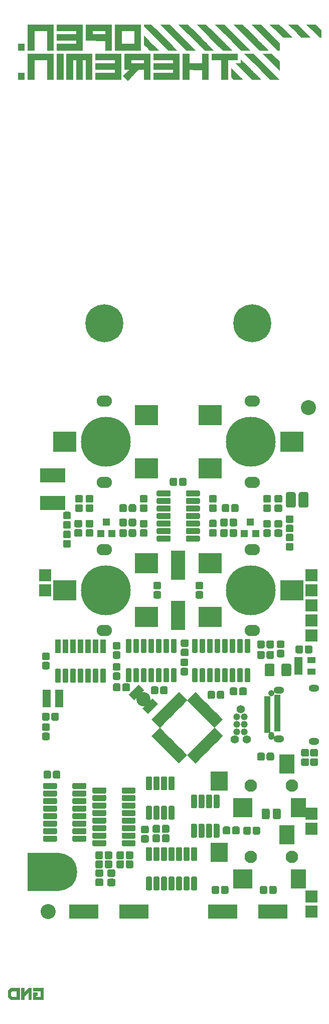
<source format=gbr>
G04 #@! TF.GenerationSoftware,KiCad,Pcbnew,5.1.5+dfsg1-2build2*
G04 #@! TF.CreationDate,2021-03-30T16:00:19+02:00*
G04 #@! TF.ProjectId,OpenThereminV4,4f70656e-5468-4657-9265-6d696e56342e,rev?*
G04 #@! TF.SameCoordinates,Original*
G04 #@! TF.FileFunction,Soldermask,Bot*
G04 #@! TF.FilePolarity,Negative*
%FSLAX46Y46*%
G04 Gerber Fmt 4.6, Leading zero omitted, Abs format (unit mm)*
G04 Created by KiCad (PCBNEW 5.1.5+dfsg1-2build2) date 2021-03-30 16:00:19*
%MOMM*%
%LPD*%
G04 APERTURE LIST*
%ADD10C,0.010000*%
%ADD11R,5.400000X6.400000*%
%ADD12C,6.400000*%
%ADD13O,2.600000X1.900000*%
%ADD14R,3.900000X3.400000*%
%ADD15C,8.400000*%
%ADD16C,0.100000*%
%ADD17R,1.200100X1.200100*%
%ADD18R,4.210000X2.330400*%
%ADD19R,1.100000X0.700000*%
%ADD20C,1.050000*%
%ADD21O,1.050000X1.350000*%
%ADD22O,1.800000X1.200000*%
%ADD23C,2.100000*%
%ADD24R,2.600000X3.200000*%
%ADD25R,3.000000X3.200000*%
%ADD26R,3.200000X3.200000*%
%ADD27R,4.900000X2.400000*%
%ADD28R,2.400000X4.900000*%
%ADD29R,1.460000X1.050000*%
%ADD30C,1.390600*%
%ADD31C,1.187400*%
%ADD32C,2.400000*%
%ADD33R,2.100000X2.100000*%
%ADD34C,2.540000*%
G04 APERTURE END LIST*
D10*
G36*
X90940666Y-12941500D02*
G01*
X91342833Y-12941500D01*
X91468066Y-12942285D01*
X91577392Y-12944470D01*
X91664308Y-12947803D01*
X91722315Y-12952028D01*
X91744912Y-12956891D01*
X91745000Y-12957222D01*
X91730550Y-12975308D01*
X91689445Y-13019769D01*
X91625054Y-13087135D01*
X91540746Y-13173935D01*
X91439891Y-13276700D01*
X91325856Y-13391960D01*
X91210733Y-13507520D01*
X90676466Y-14042095D01*
X91046464Y-14412547D01*
X91148696Y-14514482D01*
X91240977Y-14605687D01*
X91319141Y-14682112D01*
X91379024Y-14739705D01*
X91416459Y-14774415D01*
X91427364Y-14783000D01*
X91443854Y-14768438D01*
X91487645Y-14726460D01*
X91556148Y-14659626D01*
X91646772Y-14570496D01*
X91756928Y-14461630D01*
X91884026Y-14335589D01*
X92025476Y-14194932D01*
X92178687Y-14042221D01*
X92341070Y-13880014D01*
X92358833Y-13862250D01*
X93279401Y-12941500D01*
X94200333Y-12941500D01*
X94200333Y-14571333D01*
X95258666Y-14571333D01*
X95258666Y-11311666D01*
X94200333Y-11311666D01*
X94200333Y-11883166D01*
X91977833Y-11883166D01*
X91977833Y-11311666D01*
X94200333Y-11311666D01*
X95258666Y-11311666D01*
X95258666Y-10253333D01*
X90940666Y-10253333D01*
X90940666Y-12941500D01*
G37*
X90940666Y-12941500D02*
X91342833Y-12941500D01*
X91468066Y-12942285D01*
X91577392Y-12944470D01*
X91664308Y-12947803D01*
X91722315Y-12952028D01*
X91744912Y-12956891D01*
X91745000Y-12957222D01*
X91730550Y-12975308D01*
X91689445Y-13019769D01*
X91625054Y-13087135D01*
X91540746Y-13173935D01*
X91439891Y-13276700D01*
X91325856Y-13391960D01*
X91210733Y-13507520D01*
X90676466Y-14042095D01*
X91046464Y-14412547D01*
X91148696Y-14514482D01*
X91240977Y-14605687D01*
X91319141Y-14682112D01*
X91379024Y-14739705D01*
X91416459Y-14774415D01*
X91427364Y-14783000D01*
X91443854Y-14768438D01*
X91487645Y-14726460D01*
X91556148Y-14659626D01*
X91646772Y-14570496D01*
X91756928Y-14461630D01*
X91884026Y-14335589D01*
X92025476Y-14194932D01*
X92178687Y-14042221D01*
X92341070Y-13880014D01*
X92358833Y-13862250D01*
X93279401Y-12941500D01*
X94200333Y-12941500D01*
X94200333Y-14571333D01*
X95258666Y-14571333D01*
X95258666Y-11311666D01*
X94200333Y-11311666D01*
X94200333Y-11883166D01*
X91977833Y-11883166D01*
X91977833Y-11311666D01*
X94200333Y-11311666D01*
X95258666Y-11311666D01*
X95258666Y-10253333D01*
X90940666Y-10253333D01*
X90940666Y-12941500D01*
G36*
X113302735Y-12411818D02*
G01*
X115461143Y-14570304D01*
X116207830Y-14576110D01*
X116380857Y-14577166D01*
X116539705Y-14577577D01*
X116679604Y-14577374D01*
X116795784Y-14576588D01*
X116883474Y-14575250D01*
X116937904Y-14573391D01*
X116954509Y-14571294D01*
X116939811Y-14555357D01*
X116896834Y-14511184D01*
X116827249Y-14440453D01*
X116732729Y-14344845D01*
X116614945Y-14226040D01*
X116475569Y-14085718D01*
X116316273Y-13925558D01*
X116138729Y-13747242D01*
X115944609Y-13552449D01*
X115735584Y-13342859D01*
X115513327Y-13120152D01*
X115279509Y-12886008D01*
X115035802Y-12642107D01*
X114800753Y-12407002D01*
X112647006Y-10253333D01*
X111144328Y-10253333D01*
X113302735Y-12411818D01*
G37*
X113302735Y-12411818D02*
X115461143Y-14570304D01*
X116207830Y-14576110D01*
X116380857Y-14577166D01*
X116539705Y-14577577D01*
X116679604Y-14577374D01*
X116795784Y-14576588D01*
X116883474Y-14575250D01*
X116937904Y-14573391D01*
X116954509Y-14571294D01*
X116939811Y-14555357D01*
X116896834Y-14511184D01*
X116827249Y-14440453D01*
X116732729Y-14344845D01*
X116614945Y-14226040D01*
X116475569Y-14085718D01*
X116316273Y-13925558D01*
X116138729Y-13747242D01*
X115944609Y-13552449D01*
X115735584Y-13342859D01*
X115513327Y-13120152D01*
X115279509Y-12886008D01*
X115035802Y-12642107D01*
X114800753Y-12407002D01*
X112647006Y-10253333D01*
X111144328Y-10253333D01*
X113302735Y-12411818D01*
G36*
X110562166Y-11883166D02*
G01*
X109683875Y-11883166D01*
X111027319Y-13226735D01*
X112370762Y-14570304D01*
X113117473Y-14576110D01*
X113290503Y-14577165D01*
X113449354Y-14577575D01*
X113589256Y-14577371D01*
X113705440Y-14576584D01*
X113793133Y-14575244D01*
X113847566Y-14573382D01*
X113864176Y-14571282D01*
X113849514Y-14555208D01*
X113806807Y-14511144D01*
X113737963Y-14441013D01*
X113644892Y-14346737D01*
X113529505Y-14230238D01*
X113393712Y-14093438D01*
X113239422Y-13938259D01*
X113068546Y-13766624D01*
X112882994Y-13580455D01*
X112684676Y-13381674D01*
X112475501Y-13172203D01*
X112257380Y-12953964D01*
X112213166Y-12909750D01*
X110562166Y-11258851D01*
X110562166Y-11883166D01*
G37*
X110562166Y-11883166D02*
X109683875Y-11883166D01*
X111027319Y-13226735D01*
X112370762Y-14570304D01*
X113117473Y-14576110D01*
X113290503Y-14577165D01*
X113449354Y-14577575D01*
X113589256Y-14577371D01*
X113705440Y-14576584D01*
X113793133Y-14575244D01*
X113847566Y-14573382D01*
X113864176Y-14571282D01*
X113849514Y-14555208D01*
X113806807Y-14511144D01*
X113737963Y-14441013D01*
X113644892Y-14346737D01*
X113529505Y-14230238D01*
X113393712Y-14093438D01*
X113239422Y-13938259D01*
X113068546Y-13766624D01*
X112882994Y-13580455D01*
X112684676Y-13381674D01*
X112475501Y-13172203D01*
X112257380Y-12953964D01*
X112213166Y-12909750D01*
X110562166Y-11258851D01*
X110562166Y-11883166D01*
G36*
X108933080Y-13452964D02*
G01*
X108932333Y-14207846D01*
X109291629Y-14560750D01*
X110043327Y-14571333D01*
X110216949Y-14573777D01*
X110376408Y-14576022D01*
X110516950Y-14578001D01*
X110633821Y-14579647D01*
X110722266Y-14580892D01*
X110777531Y-14581670D01*
X110794985Y-14581916D01*
X110780521Y-14567283D01*
X110738824Y-14525084D01*
X110672412Y-14457867D01*
X110583802Y-14368181D01*
X110475513Y-14258576D01*
X110350064Y-14131600D01*
X110209972Y-13989801D01*
X110057756Y-13835729D01*
X109895935Y-13671933D01*
X109864386Y-13640000D01*
X108933827Y-12698083D01*
X108933080Y-13452964D01*
G37*
X108933080Y-13452964D02*
X108932333Y-14207846D01*
X109291629Y-14560750D01*
X110043327Y-14571333D01*
X110216949Y-14573777D01*
X110376408Y-14576022D01*
X110516950Y-14578001D01*
X110633821Y-14579647D01*
X110722266Y-14580892D01*
X110777531Y-14581670D01*
X110794985Y-14581916D01*
X110780521Y-14567283D01*
X110738824Y-14525084D01*
X110672412Y-14457867D01*
X110583802Y-14368181D01*
X110475513Y-14258576D01*
X110350064Y-14131600D01*
X110209972Y-13989801D01*
X110057756Y-13835729D01*
X109895935Y-13671933D01*
X109864386Y-13640000D01*
X108933827Y-12698083D01*
X108933080Y-13452964D01*
G36*
X107815791Y-10253317D02*
G01*
X105651500Y-10253333D01*
X105651500Y-11311666D01*
X107281333Y-11311666D01*
X107281333Y-14571333D01*
X108339666Y-14571333D01*
X108339666Y-11311666D01*
X109968083Y-11311666D01*
X109974083Y-10782484D01*
X109980083Y-10253301D01*
X107815791Y-10253317D01*
G37*
X107815791Y-10253317D02*
X105651500Y-10253333D01*
X105651500Y-11311666D01*
X107281333Y-11311666D01*
X107281333Y-14571333D01*
X108339666Y-14571333D01*
X108339666Y-11311666D01*
X109968083Y-11311666D01*
X109974083Y-10782484D01*
X109980083Y-10253301D01*
X107815791Y-10253317D01*
G36*
X104021666Y-11883166D02*
G01*
X101799166Y-11883166D01*
X101799166Y-10253333D01*
X100740833Y-10253333D01*
X100740833Y-14571333D01*
X101799166Y-14571333D01*
X101799166Y-12941122D01*
X102905125Y-12946602D01*
X104011083Y-12952083D01*
X104016626Y-13761708D01*
X104022170Y-14571333D01*
X105080000Y-14571333D01*
X105080000Y-10253333D01*
X104021666Y-10253333D01*
X104021666Y-11883166D01*
G37*
X104021666Y-11883166D02*
X101799166Y-11883166D01*
X101799166Y-10253333D01*
X100740833Y-10253333D01*
X100740833Y-14571333D01*
X101799166Y-14571333D01*
X101799166Y-12941122D01*
X102905125Y-12946602D01*
X104011083Y-12952083D01*
X104016626Y-13761708D01*
X104022170Y-14571333D01*
X105080000Y-14571333D01*
X105080000Y-10253333D01*
X104021666Y-10253333D01*
X104021666Y-11883166D01*
G36*
X95830166Y-11311666D02*
G01*
X99111000Y-11311666D01*
X99111000Y-11883166D01*
X95830166Y-11883166D01*
X95830166Y-12941500D01*
X99112194Y-12941500D01*
X99106305Y-13232541D01*
X99100416Y-13523583D01*
X95830166Y-13534427D01*
X95830166Y-14571333D01*
X100169333Y-14571333D01*
X100169333Y-10253333D01*
X95830166Y-10253333D01*
X95830166Y-11311666D01*
G37*
X95830166Y-11311666D02*
X99111000Y-11311666D01*
X99111000Y-11883166D01*
X95830166Y-11883166D01*
X95830166Y-12941500D01*
X99112194Y-12941500D01*
X99106305Y-13232541D01*
X99100416Y-13523583D01*
X95830166Y-13534427D01*
X95830166Y-14571333D01*
X100169333Y-14571333D01*
X100169333Y-10253333D01*
X95830166Y-10253333D01*
X95830166Y-11311666D01*
G36*
X86030000Y-11311666D02*
G01*
X89289666Y-11311666D01*
X89289666Y-11883166D01*
X86030000Y-11883166D01*
X86030000Y-12941500D01*
X89289666Y-12941500D01*
X89289666Y-13534166D01*
X86030000Y-13534166D01*
X86030000Y-14571333D01*
X90348000Y-14571333D01*
X90348000Y-10253333D01*
X86030000Y-10253333D01*
X86030000Y-11311666D01*
G37*
X86030000Y-11311666D02*
X89289666Y-11311666D01*
X89289666Y-11883166D01*
X86030000Y-11883166D01*
X86030000Y-12941500D01*
X89289666Y-12941500D01*
X89289666Y-13534166D01*
X86030000Y-13534166D01*
X86030000Y-14571333D01*
X90348000Y-14571333D01*
X90348000Y-10253333D01*
X86030000Y-10253333D01*
X86030000Y-11311666D01*
G36*
X81119333Y-14571333D02*
G01*
X82177666Y-14571333D01*
X82177666Y-11311666D01*
X82749166Y-11311666D01*
X82749166Y-14571333D01*
X83807500Y-14571333D01*
X83807500Y-11311666D01*
X84400166Y-11311666D01*
X84400166Y-14571333D01*
X85437333Y-14571333D01*
X85437333Y-10253333D01*
X81119333Y-10253333D01*
X81119333Y-14571333D01*
G37*
X81119333Y-14571333D02*
X82177666Y-14571333D01*
X82177666Y-11311666D01*
X82749166Y-11311666D01*
X82749166Y-14571333D01*
X83807500Y-14571333D01*
X83807500Y-11311666D01*
X84400166Y-11311666D01*
X84400166Y-14571333D01*
X85437333Y-14571333D01*
X85437333Y-10253333D01*
X81119333Y-10253333D01*
X81119333Y-14571333D01*
G36*
X79489500Y-14571333D02*
G01*
X80547833Y-14571333D01*
X80547833Y-10253333D01*
X79489500Y-10253333D01*
X79489500Y-14571333D01*
G37*
X79489500Y-14571333D02*
X80547833Y-14571333D01*
X80547833Y-10253333D01*
X79489500Y-10253333D01*
X79489500Y-14571333D01*
G36*
X74578833Y-14571333D02*
G01*
X75637166Y-14571333D01*
X75637166Y-11311666D01*
X77838500Y-11311666D01*
X77838500Y-14571333D01*
X78896833Y-14571333D01*
X78896833Y-10253333D01*
X74578833Y-10253333D01*
X74578833Y-14571333D01*
G37*
X74578833Y-14571333D02*
X75637166Y-14571333D01*
X75637166Y-11311666D01*
X77838500Y-11311666D01*
X77838500Y-14571333D01*
X78896833Y-14571333D01*
X78896833Y-10253333D01*
X74578833Y-10253333D01*
X74578833Y-14571333D01*
G36*
X72949000Y-14571333D02*
G01*
X74007333Y-14571333D01*
X74007333Y-13534166D01*
X72949000Y-13534166D01*
X72949000Y-14571333D01*
G37*
X72949000Y-14571333D02*
X74007333Y-14571333D01*
X74007333Y-13534166D01*
X72949000Y-13534166D01*
X72949000Y-14571333D01*
G36*
X114971676Y-10258362D02*
G01*
X114226211Y-10263916D01*
X115632529Y-11671500D01*
X117038846Y-13079083D01*
X117038912Y-12327666D01*
X117038977Y-11576250D01*
X116378059Y-10914529D01*
X115717141Y-10252809D01*
X114971676Y-10258362D01*
G37*
X114971676Y-10258362D02*
X114226211Y-10263916D01*
X115632529Y-11671500D01*
X117038846Y-13079083D01*
X117038912Y-12327666D01*
X117038977Y-11576250D01*
X116378059Y-10914529D01*
X115717141Y-10252809D01*
X114971676Y-10258362D01*
G36*
X114562666Y-7512250D02*
G01*
X116732172Y-9681833D01*
X117039166Y-9681833D01*
X117039166Y-8485810D01*
X115467489Y-6914238D01*
X113895811Y-5342666D01*
X112393161Y-5342666D01*
X114562666Y-7512250D01*
G37*
X114562666Y-7512250D02*
X116732172Y-9681833D01*
X117039166Y-9681833D01*
X117039166Y-8485810D01*
X115467489Y-6914238D01*
X113895811Y-5342666D01*
X112393161Y-5342666D01*
X114562666Y-7512250D01*
G36*
X111493500Y-7512250D02*
G01*
X113663006Y-9681833D01*
X114398586Y-9681833D01*
X114570279Y-9681607D01*
X114727757Y-9680965D01*
X114866214Y-9679960D01*
X114980842Y-9678646D01*
X115066834Y-9677075D01*
X115119384Y-9675302D01*
X115134166Y-9673676D01*
X115119504Y-9657997D01*
X115076626Y-9614012D01*
X115007201Y-9543400D01*
X114912894Y-9447842D01*
X114795372Y-9329019D01*
X114656303Y-9188610D01*
X114497352Y-9028295D01*
X114320187Y-8849756D01*
X114126474Y-8654672D01*
X113917880Y-8444724D01*
X113696071Y-8221592D01*
X113462714Y-7986956D01*
X113219476Y-7742497D01*
X112982161Y-7504092D01*
X110830155Y-5342666D01*
X109323994Y-5342666D01*
X111493500Y-7512250D01*
G37*
X111493500Y-7512250D02*
X113663006Y-9681833D01*
X114398586Y-9681833D01*
X114570279Y-9681607D01*
X114727757Y-9680965D01*
X114866214Y-9679960D01*
X114980842Y-9678646D01*
X115066834Y-9677075D01*
X115119384Y-9675302D01*
X115134166Y-9673676D01*
X115119504Y-9657997D01*
X115076626Y-9614012D01*
X115007201Y-9543400D01*
X114912894Y-9447842D01*
X114795372Y-9329019D01*
X114656303Y-9188610D01*
X114497352Y-9028295D01*
X114320187Y-8849756D01*
X114126474Y-8654672D01*
X113917880Y-8444724D01*
X113696071Y-8221592D01*
X113462714Y-7986956D01*
X113219476Y-7742497D01*
X112982161Y-7504092D01*
X110830155Y-5342666D01*
X109323994Y-5342666D01*
X111493500Y-7512250D01*
G36*
X108403166Y-7512250D02*
G01*
X110572672Y-9681833D01*
X112075506Y-9681833D01*
X109906000Y-7512250D01*
X107736494Y-5342666D01*
X106233661Y-5342666D01*
X108403166Y-7512250D01*
G37*
X108403166Y-7512250D02*
X110572672Y-9681833D01*
X112075506Y-9681833D01*
X109906000Y-7512250D01*
X107736494Y-5342666D01*
X106233661Y-5342666D01*
X108403166Y-7512250D01*
G36*
X103738931Y-5343106D02*
G01*
X103581534Y-5344355D01*
X103443188Y-5346310D01*
X103328694Y-5348867D01*
X103242852Y-5351923D01*
X103190461Y-5355374D01*
X103175815Y-5358541D01*
X103190608Y-5375100D01*
X103233678Y-5419891D01*
X103303352Y-5491230D01*
X103397957Y-5587431D01*
X103515820Y-5706809D01*
X103655269Y-5847677D01*
X103814630Y-6008351D01*
X103992231Y-6187146D01*
X104186398Y-6382375D01*
X104395459Y-6592353D01*
X104617741Y-6815395D01*
X104851571Y-7049816D01*
X105095275Y-7293929D01*
X105329523Y-7528383D01*
X107482416Y-9682351D01*
X108985172Y-9681833D01*
X106815666Y-7512250D01*
X104646161Y-5342666D01*
X103910580Y-5342666D01*
X103738931Y-5343106D01*
G37*
X103738931Y-5343106D02*
X103581534Y-5344355D01*
X103443188Y-5346310D01*
X103328694Y-5348867D01*
X103242852Y-5351923D01*
X103190461Y-5355374D01*
X103175815Y-5358541D01*
X103190608Y-5375100D01*
X103233678Y-5419891D01*
X103303352Y-5491230D01*
X103397957Y-5587431D01*
X103515820Y-5706809D01*
X103655269Y-5847677D01*
X103814630Y-6008351D01*
X103992231Y-6187146D01*
X104186398Y-6382375D01*
X104395459Y-6592353D01*
X104617741Y-6815395D01*
X104851571Y-7049816D01*
X105095275Y-7293929D01*
X105329523Y-7528383D01*
X107482416Y-9682351D01*
X108985172Y-9681833D01*
X106815666Y-7512250D01*
X104646161Y-5342666D01*
X103910580Y-5342666D01*
X103738931Y-5343106D01*
G36*
X102243666Y-7512250D02*
G01*
X104413172Y-9681833D01*
X105148753Y-9681833D01*
X105320445Y-9681392D01*
X105477922Y-9680140D01*
X105616379Y-9678179D01*
X105731007Y-9675615D01*
X105817000Y-9672551D01*
X105869550Y-9669091D01*
X105884333Y-9665919D01*
X105869632Y-9649360D01*
X105826645Y-9604578D01*
X105757043Y-9533256D01*
X105662499Y-9437079D01*
X105544686Y-9317733D01*
X105405277Y-9176902D01*
X105245943Y-9016270D01*
X105068358Y-8837524D01*
X104874193Y-8642347D01*
X104665123Y-8432424D01*
X104442818Y-8209441D01*
X104208951Y-7975082D01*
X103965196Y-7731032D01*
X103730586Y-7496336D01*
X101576839Y-5342666D01*
X100074161Y-5342666D01*
X102243666Y-7512250D01*
G37*
X102243666Y-7512250D02*
X104413172Y-9681833D01*
X105148753Y-9681833D01*
X105320445Y-9681392D01*
X105477922Y-9680140D01*
X105616379Y-9678179D01*
X105731007Y-9675615D01*
X105817000Y-9672551D01*
X105869550Y-9669091D01*
X105884333Y-9665919D01*
X105869632Y-9649360D01*
X105826645Y-9604578D01*
X105757043Y-9533256D01*
X105662499Y-9437079D01*
X105544686Y-9317733D01*
X105405277Y-9176902D01*
X105245943Y-9016270D01*
X105068358Y-8837524D01*
X104874193Y-8642347D01*
X104665123Y-8432424D01*
X104442818Y-8209441D01*
X104208951Y-7975082D01*
X103965196Y-7731032D01*
X103730586Y-7496336D01*
X101576839Y-5342666D01*
X100074161Y-5342666D01*
X102243666Y-7512250D01*
G36*
X99153333Y-7512250D02*
G01*
X101322839Y-9681833D01*
X102825672Y-9681833D01*
X100656166Y-7512250D01*
X98486661Y-5342666D01*
X96983827Y-5342666D01*
X99153333Y-7512250D01*
G37*
X99153333Y-7512250D02*
X101322839Y-9681833D01*
X102825672Y-9681833D01*
X100656166Y-7512250D01*
X98486661Y-5342666D01*
X96983827Y-5342666D01*
X99153333Y-7512250D01*
G36*
X94200333Y-5649666D02*
G01*
X96216500Y-7665749D01*
X98232666Y-9681833D01*
X99735339Y-9681833D01*
X97565833Y-7512250D01*
X95396327Y-5342666D01*
X94200333Y-5342666D01*
X94200333Y-5649666D01*
G37*
X94200333Y-5649666D02*
X96216500Y-7665749D01*
X98232666Y-9681833D01*
X99735339Y-9681833D01*
X97565833Y-7512250D01*
X95396327Y-5342666D01*
X94200333Y-5342666D01*
X94200333Y-5649666D01*
G36*
X94205317Y-7993712D02*
G01*
X94199718Y-8739916D01*
X94671936Y-9210875D01*
X95144155Y-9681833D01*
X96644945Y-9681833D01*
X95427931Y-8464670D01*
X94210916Y-7247507D01*
X94205317Y-7993712D01*
G37*
X94205317Y-7993712D02*
X94199718Y-8739916D01*
X94671936Y-9210875D01*
X95144155Y-9681833D01*
X96644945Y-9681833D01*
X95427931Y-8464670D01*
X94210916Y-7247507D01*
X94205317Y-7993712D01*
G36*
X89289666Y-9681833D02*
G01*
X93628833Y-9681833D01*
X93628833Y-7497950D01*
X92570500Y-7497950D01*
X92570232Y-7709582D01*
X92569462Y-7908329D01*
X92568242Y-8090185D01*
X92566623Y-8251147D01*
X92564657Y-8387210D01*
X92562396Y-8494369D01*
X92559890Y-8568620D01*
X92557191Y-8605959D01*
X92556200Y-8609577D01*
X92532872Y-8612235D01*
X92471226Y-8614524D01*
X92375278Y-8616413D01*
X92249044Y-8617869D01*
X92096537Y-8618860D01*
X91921774Y-8619354D01*
X91728768Y-8619319D01*
X91521535Y-8618724D01*
X91450242Y-8618396D01*
X90358583Y-8612916D01*
X90358583Y-6411583D01*
X91464541Y-6406102D01*
X92570500Y-6400622D01*
X92570500Y-7497950D01*
X93628833Y-7497950D01*
X93628833Y-5342666D01*
X89289666Y-5342666D01*
X89289666Y-9681833D01*
G37*
X89289666Y-9681833D02*
X93628833Y-9681833D01*
X93628833Y-7497950D01*
X92570500Y-7497950D01*
X92570232Y-7709582D01*
X92569462Y-7908329D01*
X92568242Y-8090185D01*
X92566623Y-8251147D01*
X92564657Y-8387210D01*
X92562396Y-8494369D01*
X92559890Y-8568620D01*
X92557191Y-8605959D01*
X92556200Y-8609577D01*
X92532872Y-8612235D01*
X92471226Y-8614524D01*
X92375278Y-8616413D01*
X92249044Y-8617869D01*
X92096537Y-8618860D01*
X91921774Y-8619354D01*
X91728768Y-8619319D01*
X91521535Y-8618724D01*
X91450242Y-8618396D01*
X90358583Y-8612916D01*
X90358583Y-6411583D01*
X91464541Y-6406102D01*
X92570500Y-6400622D01*
X92570500Y-7497950D01*
X93628833Y-7497950D01*
X93628833Y-5342666D01*
X89289666Y-5342666D01*
X89289666Y-9681833D01*
G36*
X84400166Y-8030570D02*
G01*
X87649250Y-8041416D01*
X87654790Y-8861625D01*
X87660330Y-9681833D01*
X88718166Y-9681833D01*
X88718166Y-6972877D01*
X87659833Y-6972877D01*
X86553875Y-6967397D01*
X85447916Y-6961916D01*
X85447916Y-6411583D01*
X86553875Y-6406102D01*
X87659833Y-6400622D01*
X87659833Y-6972877D01*
X88718166Y-6972877D01*
X88718166Y-5342666D01*
X84400166Y-5342666D01*
X84400166Y-8030570D01*
G37*
X84400166Y-8030570D02*
X87649250Y-8041416D01*
X87654790Y-8861625D01*
X87660330Y-9681833D01*
X88718166Y-9681833D01*
X88718166Y-6972877D01*
X87659833Y-6972877D01*
X86553875Y-6967397D01*
X85447916Y-6961916D01*
X85447916Y-6411583D01*
X86553875Y-6406102D01*
X87659833Y-6400622D01*
X87659833Y-6972877D01*
X88718166Y-6972877D01*
X88718166Y-5342666D01*
X84400166Y-5342666D01*
X84400166Y-8030570D01*
G36*
X79489500Y-6401000D02*
G01*
X82749166Y-6401000D01*
X82749166Y-6972500D01*
X79489500Y-6972500D01*
X79489500Y-8030833D01*
X82750361Y-8030833D01*
X82744472Y-8321875D01*
X82738583Y-8612916D01*
X81114041Y-8618339D01*
X79489500Y-8623762D01*
X79489500Y-9681833D01*
X83807500Y-9681833D01*
X83807500Y-5342666D01*
X79489500Y-5342666D01*
X79489500Y-6401000D01*
G37*
X79489500Y-6401000D02*
X82749166Y-6401000D01*
X82749166Y-6972500D01*
X79489500Y-6972500D01*
X79489500Y-8030833D01*
X82750361Y-8030833D01*
X82744472Y-8321875D01*
X82738583Y-8612916D01*
X81114041Y-8618339D01*
X79489500Y-8623762D01*
X79489500Y-9681833D01*
X83807500Y-9681833D01*
X83807500Y-5342666D01*
X79489500Y-5342666D01*
X79489500Y-6401000D01*
G36*
X74578833Y-9681833D02*
G01*
X75637166Y-9681833D01*
X75637166Y-6401000D01*
X77838239Y-6401000D01*
X77849083Y-9671250D01*
X78896833Y-9682572D01*
X78896833Y-5342666D01*
X74578833Y-5342666D01*
X74578833Y-9681833D01*
G37*
X74578833Y-9681833D02*
X75637166Y-9681833D01*
X75637166Y-6401000D01*
X77838239Y-6401000D01*
X77849083Y-9671250D01*
X78896833Y-9682572D01*
X78896833Y-5342666D01*
X74578833Y-5342666D01*
X74578833Y-9681833D01*
G36*
X72949000Y-9681833D02*
G01*
X73464055Y-9681833D01*
X73607642Y-9681276D01*
X73736974Y-9679711D01*
X73846095Y-9677297D01*
X73929050Y-9674192D01*
X73979881Y-9670556D01*
X73993222Y-9667722D01*
X73997141Y-9643473D01*
X74000641Y-9582849D01*
X74003565Y-9491804D01*
X74005752Y-9376296D01*
X74007045Y-9242280D01*
X74007333Y-9138555D01*
X74007333Y-8623500D01*
X72949000Y-8623500D01*
X72949000Y-9681833D01*
G37*
X72949000Y-9681833D02*
X73464055Y-9681833D01*
X73607642Y-9681276D01*
X73736974Y-9679711D01*
X73846095Y-9677297D01*
X73929050Y-9674192D01*
X73979881Y-9670556D01*
X73993222Y-9667722D01*
X73997141Y-9643473D01*
X74000641Y-9582849D01*
X74003565Y-9491804D01*
X74005752Y-9376296D01*
X74007045Y-9242280D01*
X74007333Y-9138555D01*
X74007333Y-8623500D01*
X72949000Y-8623500D01*
X72949000Y-9681833D01*
G36*
X122743583Y-6422166D02*
G01*
X123822928Y-7501666D01*
X123962353Y-7501666D01*
X124035655Y-7499668D01*
X124091142Y-7494443D01*
X124115889Y-7487555D01*
X124119582Y-7463489D01*
X124122913Y-7402666D01*
X124125753Y-7310663D01*
X124127968Y-7193055D01*
X124129426Y-7055420D01*
X124129997Y-6903333D01*
X124130000Y-6890651D01*
X124130000Y-6307858D01*
X123168136Y-5342666D01*
X121664239Y-5342666D01*
X122743583Y-6422166D01*
G37*
X122743583Y-6422166D02*
X123822928Y-7501666D01*
X123962353Y-7501666D01*
X124035655Y-7499668D01*
X124091142Y-7494443D01*
X124115889Y-7487555D01*
X124119582Y-7463489D01*
X124122913Y-7402666D01*
X124125753Y-7310663D01*
X124127968Y-7193055D01*
X124129426Y-7055420D01*
X124129997Y-6903333D01*
X124130000Y-6890651D01*
X124130000Y-6307858D01*
X123168136Y-5342666D01*
X121664239Y-5342666D01*
X122743583Y-6422166D01*
G36*
X119653250Y-6422166D02*
G01*
X120732594Y-7501666D01*
X122235428Y-7501666D01*
X121156083Y-6422166D01*
X120076739Y-5342666D01*
X118573905Y-5342666D01*
X119653250Y-6422166D01*
G37*
X119653250Y-6422166D02*
X120732594Y-7501666D01*
X122235428Y-7501666D01*
X121156083Y-6422166D01*
X120076739Y-5342666D01*
X118573905Y-5342666D01*
X119653250Y-6422166D01*
G36*
X116562916Y-6422166D02*
G01*
X117642261Y-7501666D01*
X119145094Y-7501666D01*
X118065750Y-6422166D01*
X116986405Y-5342666D01*
X115483572Y-5342666D01*
X116562916Y-6422166D01*
G37*
X116562916Y-6422166D02*
X117642261Y-7501666D01*
X119145094Y-7501666D01*
X118065750Y-6422166D01*
X116986405Y-5342666D01*
X115483572Y-5342666D01*
X116562916Y-6422166D01*
G36*
X75463600Y-168338070D02*
G01*
X76093309Y-168343676D01*
X76723017Y-168349283D01*
X76728998Y-168814950D01*
X76730237Y-168953808D01*
X76730343Y-169080581D01*
X76729393Y-169188375D01*
X76727463Y-169270300D01*
X76724629Y-169319465D01*
X76723303Y-169328241D01*
X76717995Y-169345169D01*
X76707650Y-169357519D01*
X76686326Y-169366013D01*
X76648079Y-169371373D01*
X76586968Y-169374320D01*
X76497049Y-169375576D01*
X76372381Y-169375862D01*
X76331031Y-169375866D01*
X75950434Y-169375866D01*
X75950434Y-169079533D01*
X76183267Y-169079533D01*
X76183267Y-168613866D01*
X75463600Y-168613866D01*
X75463600Y-169820366D01*
X77188684Y-169820366D01*
X77188684Y-167873033D01*
X75463600Y-167873033D01*
X75463600Y-168338070D01*
G37*
X75463600Y-168338070D02*
X76093309Y-168343676D01*
X76723017Y-168349283D01*
X76728998Y-168814950D01*
X76730237Y-168953808D01*
X76730343Y-169080581D01*
X76729393Y-169188375D01*
X76727463Y-169270300D01*
X76724629Y-169319465D01*
X76723303Y-169328241D01*
X76717995Y-169345169D01*
X76707650Y-169357519D01*
X76686326Y-169366013D01*
X76648079Y-169371373D01*
X76586968Y-169374320D01*
X76497049Y-169375576D01*
X76372381Y-169375862D01*
X76331031Y-169375866D01*
X75950434Y-169375866D01*
X75950434Y-169079533D01*
X76183267Y-169079533D01*
X76183267Y-168613866D01*
X75463600Y-168613866D01*
X75463600Y-169820366D01*
X77188684Y-169820366D01*
X77188684Y-167873033D01*
X75463600Y-167873033D01*
X75463600Y-168338070D01*
G36*
X74341767Y-168243450D02*
G01*
X74239262Y-168345455D01*
X74146362Y-168436710D01*
X74067298Y-168513156D01*
X74006303Y-168570731D01*
X73967610Y-168605373D01*
X73955702Y-168613866D01*
X73950490Y-168593829D01*
X73945981Y-168538235D01*
X73942470Y-168453856D01*
X73940251Y-168347467D01*
X73939600Y-168243450D01*
X73939600Y-167873033D01*
X73473934Y-167873033D01*
X73473934Y-169820366D01*
X73939600Y-169820366D01*
X73939600Y-169301342D01*
X74315523Y-168925854D01*
X74418906Y-168823189D01*
X74512658Y-168731228D01*
X74592582Y-168653996D01*
X74654479Y-168595519D01*
X74694153Y-168559820D01*
X74707107Y-168550366D01*
X74711030Y-168570670D01*
X74714593Y-168628133D01*
X74717669Y-168717582D01*
X74720131Y-168833842D01*
X74721850Y-168971740D01*
X74722699Y-169126102D01*
X74722767Y-169185366D01*
X74722767Y-169820366D01*
X75188434Y-169820366D01*
X75188434Y-167873033D01*
X74711730Y-167873033D01*
X74341767Y-168243450D01*
G37*
X74341767Y-168243450D02*
X74239262Y-168345455D01*
X74146362Y-168436710D01*
X74067298Y-168513156D01*
X74006303Y-168570731D01*
X73967610Y-168605373D01*
X73955702Y-168613866D01*
X73950490Y-168593829D01*
X73945981Y-168538235D01*
X73942470Y-168453856D01*
X73940251Y-168347467D01*
X73939600Y-168243450D01*
X73939600Y-167873033D01*
X73473934Y-167873033D01*
X73473934Y-169820366D01*
X73939600Y-169820366D01*
X73939600Y-169301342D01*
X74315523Y-168925854D01*
X74418906Y-168823189D01*
X74512658Y-168731228D01*
X74592582Y-168653996D01*
X74654479Y-168595519D01*
X74694153Y-168559820D01*
X74707107Y-168550366D01*
X74711030Y-168570670D01*
X74714593Y-168628133D01*
X74717669Y-168717582D01*
X74720131Y-168833842D01*
X74721850Y-168971740D01*
X74722699Y-169126102D01*
X74722767Y-169185366D01*
X74722767Y-169820366D01*
X75188434Y-169820366D01*
X75188434Y-167873033D01*
X74711730Y-167873033D01*
X74341767Y-168243450D01*
G36*
X71230267Y-168349945D02*
G01*
X71230267Y-169344807D01*
X71468723Y-169582586D01*
X71707180Y-169820366D01*
X73198767Y-169820366D01*
X73198767Y-169102828D01*
X72729650Y-169102828D01*
X72728977Y-169209799D01*
X72727454Y-169290555D01*
X72725138Y-169338742D01*
X72723591Y-169348950D01*
X72708802Y-169359221D01*
X72670476Y-169366734D01*
X72604146Y-169371800D01*
X72505342Y-169374730D01*
X72369597Y-169375836D01*
X72337459Y-169375866D01*
X71961656Y-169375866D01*
X71695934Y-169112506D01*
X71695934Y-168580791D01*
X71818755Y-168459252D01*
X71941576Y-168337712D01*
X72332046Y-168343498D01*
X72722517Y-168349283D01*
X72728219Y-168835658D01*
X72729417Y-168975996D01*
X72729650Y-169102828D01*
X73198767Y-169102828D01*
X73198767Y-167873033D01*
X71705827Y-167873033D01*
X71230267Y-168349945D01*
G37*
X71230267Y-168349945D02*
X71230267Y-169344807D01*
X71468723Y-169582586D01*
X71707180Y-169820366D01*
X73198767Y-169820366D01*
X73198767Y-169102828D01*
X72729650Y-169102828D01*
X72728977Y-169209799D01*
X72727454Y-169290555D01*
X72725138Y-169338742D01*
X72723591Y-169348950D01*
X72708802Y-169359221D01*
X72670476Y-169366734D01*
X72604146Y-169371800D01*
X72505342Y-169374730D01*
X72369597Y-169375836D01*
X72337459Y-169375866D01*
X71961656Y-169375866D01*
X71695934Y-169112506D01*
X71695934Y-168580791D01*
X71818755Y-168459252D01*
X71941576Y-168337712D01*
X72332046Y-168343498D01*
X72722517Y-168349283D01*
X72728219Y-168835658D01*
X72729417Y-168975996D01*
X72729650Y-169102828D01*
X73198767Y-169102828D01*
X73198767Y-167873033D01*
X71705827Y-167873033D01*
X71230267Y-168349945D01*
D11*
X77250000Y-148250000D03*
D12*
X79750000Y-148250000D03*
D13*
X112500000Y-82600000D03*
X112500000Y-68900000D03*
D14*
X119150000Y-75750000D03*
X105350000Y-80250000D03*
X105350000Y-71250000D03*
D15*
X112200000Y-75750000D03*
D13*
X87500000Y-68900000D03*
X87500000Y-82600000D03*
D14*
X80850000Y-75750000D03*
X94650000Y-71250000D03*
X94650000Y-80250000D03*
D15*
X87800000Y-75750000D03*
D13*
X87500000Y-93900000D03*
X87500000Y-107600000D03*
D14*
X80850000Y-100750000D03*
X94650000Y-96250000D03*
X94650000Y-105250000D03*
D15*
X87800000Y-100750000D03*
D13*
X112500000Y-107600000D03*
X112500000Y-93900000D03*
D14*
X119150000Y-100750000D03*
X105350000Y-105250000D03*
X105350000Y-96250000D03*
D15*
X112200000Y-100750000D03*
D16*
G36*
X100097503Y-129968839D02*
G01*
X99425751Y-129297087D01*
X100839965Y-127882873D01*
X101511717Y-128554625D01*
X100097503Y-129968839D01*
G37*
G36*
X99531818Y-129403153D02*
G01*
X98860066Y-128731401D01*
X100274280Y-127317187D01*
X100946032Y-127988939D01*
X99531818Y-129403153D01*
G37*
G36*
X98966132Y-128837468D02*
G01*
X98294380Y-128165716D01*
X99708594Y-126751502D01*
X100380346Y-127423254D01*
X98966132Y-128837468D01*
G37*
G36*
X98400447Y-128271783D02*
G01*
X97728695Y-127600031D01*
X99142909Y-126185817D01*
X99814661Y-126857569D01*
X98400447Y-128271783D01*
G37*
G36*
X97834761Y-127706097D02*
G01*
X97163009Y-127034345D01*
X98577223Y-125620131D01*
X99248975Y-126291883D01*
X97834761Y-127706097D01*
G37*
G36*
X97269076Y-127140412D02*
G01*
X96597324Y-126468660D01*
X98011538Y-125054446D01*
X98683290Y-125726198D01*
X97269076Y-127140412D01*
G37*
G36*
X96703391Y-126574726D02*
G01*
X96031639Y-125902974D01*
X97445853Y-124488760D01*
X98117605Y-125160512D01*
X96703391Y-126574726D01*
G37*
G36*
X96137705Y-126009041D02*
G01*
X95465953Y-125337289D01*
X96880167Y-123923075D01*
X97551919Y-124594827D01*
X96137705Y-126009041D01*
G37*
G36*
X95465953Y-122544217D02*
G01*
X96137705Y-121872465D01*
X97551919Y-123286679D01*
X96880167Y-123958431D01*
X95465953Y-122544217D01*
G37*
G36*
X96031639Y-121978532D02*
G01*
X96703391Y-121306780D01*
X98117605Y-122720994D01*
X97445853Y-123392746D01*
X96031639Y-121978532D01*
G37*
G36*
X96597324Y-121412846D02*
G01*
X97269076Y-120741094D01*
X98683290Y-122155308D01*
X98011538Y-122827060D01*
X96597324Y-121412846D01*
G37*
G36*
X97163009Y-120847161D02*
G01*
X97834761Y-120175409D01*
X99248975Y-121589623D01*
X98577223Y-122261375D01*
X97163009Y-120847161D01*
G37*
G36*
X97728695Y-120281475D02*
G01*
X98400447Y-119609723D01*
X99814661Y-121023937D01*
X99142909Y-121695689D01*
X97728695Y-120281475D01*
G37*
G36*
X98294380Y-119715790D02*
G01*
X98966132Y-119044038D01*
X100380346Y-120458252D01*
X99708594Y-121130004D01*
X98294380Y-119715790D01*
G37*
G36*
X98860066Y-119150105D02*
G01*
X99531818Y-118478353D01*
X100946032Y-119892567D01*
X100274280Y-120564319D01*
X98860066Y-119150105D01*
G37*
G36*
X99425751Y-118584419D02*
G01*
X100097503Y-117912667D01*
X101511717Y-119326881D01*
X100839965Y-119998633D01*
X99425751Y-118584419D01*
G37*
G36*
X102148113Y-119998633D02*
G01*
X101476361Y-119326881D01*
X102890575Y-117912667D01*
X103562327Y-118584419D01*
X102148113Y-119998633D01*
G37*
G36*
X102713798Y-120564319D02*
G01*
X102042046Y-119892567D01*
X103456260Y-118478353D01*
X104128012Y-119150105D01*
X102713798Y-120564319D01*
G37*
G36*
X103279484Y-121130004D02*
G01*
X102607732Y-120458252D01*
X104021946Y-119044038D01*
X104693698Y-119715790D01*
X103279484Y-121130004D01*
G37*
G36*
X103845169Y-121695689D02*
G01*
X103173417Y-121023937D01*
X104587631Y-119609723D01*
X105259383Y-120281475D01*
X103845169Y-121695689D01*
G37*
G36*
X104410855Y-122261375D02*
G01*
X103739103Y-121589623D01*
X105153317Y-120175409D01*
X105825069Y-120847161D01*
X104410855Y-122261375D01*
G37*
G36*
X104976540Y-122827060D02*
G01*
X104304788Y-122155308D01*
X105719002Y-120741094D01*
X106390754Y-121412846D01*
X104976540Y-122827060D01*
G37*
G36*
X105542225Y-123392746D02*
G01*
X104870473Y-122720994D01*
X106284687Y-121306780D01*
X106956439Y-121978532D01*
X105542225Y-123392746D01*
G37*
G36*
X106107911Y-123958431D02*
G01*
X105436159Y-123286679D01*
X106850373Y-121872465D01*
X107522125Y-122544217D01*
X106107911Y-123958431D01*
G37*
G36*
X105436159Y-124594827D02*
G01*
X106107911Y-123923075D01*
X107522125Y-125337289D01*
X106850373Y-126009041D01*
X105436159Y-124594827D01*
G37*
G36*
X104870473Y-125160512D02*
G01*
X105542225Y-124488760D01*
X106956439Y-125902974D01*
X106284687Y-126574726D01*
X104870473Y-125160512D01*
G37*
G36*
X104304788Y-125726198D02*
G01*
X104976540Y-125054446D01*
X106390754Y-126468660D01*
X105719002Y-127140412D01*
X104304788Y-125726198D01*
G37*
G36*
X103739103Y-126291883D02*
G01*
X104410855Y-125620131D01*
X105825069Y-127034345D01*
X105153317Y-127706097D01*
X103739103Y-126291883D01*
G37*
G36*
X103173417Y-126857569D02*
G01*
X103845169Y-126185817D01*
X105259383Y-127600031D01*
X104587631Y-128271783D01*
X103173417Y-126857569D01*
G37*
G36*
X102607732Y-127423254D02*
G01*
X103279484Y-126751502D01*
X104693698Y-128165716D01*
X104021946Y-128837468D01*
X102607732Y-127423254D01*
G37*
G36*
X102042046Y-127988939D02*
G01*
X102713798Y-127317187D01*
X104128012Y-128731401D01*
X103456260Y-129403153D01*
X102042046Y-127988939D01*
G37*
G36*
X101476361Y-128554625D02*
G01*
X102148113Y-127882873D01*
X103562327Y-129297087D01*
X102890575Y-129968839D01*
X101476361Y-128554625D01*
G37*
G36*
X83496493Y-90474035D02*
G01*
X83527435Y-90478625D01*
X83557778Y-90486225D01*
X83587230Y-90496763D01*
X83615508Y-90510138D01*
X83642338Y-90526219D01*
X83667463Y-90544853D01*
X83690640Y-90565860D01*
X83711647Y-90589037D01*
X83730281Y-90614162D01*
X83746362Y-90640992D01*
X83759737Y-90669270D01*
X83770275Y-90698722D01*
X83777875Y-90729065D01*
X83782465Y-90760007D01*
X83784000Y-90791250D01*
X83784000Y-91428750D01*
X83782465Y-91459993D01*
X83777875Y-91490935D01*
X83770275Y-91521278D01*
X83759737Y-91550730D01*
X83746362Y-91579008D01*
X83730281Y-91605838D01*
X83711647Y-91630963D01*
X83690640Y-91654140D01*
X83667463Y-91675147D01*
X83642338Y-91693781D01*
X83615508Y-91709862D01*
X83587230Y-91723237D01*
X83557778Y-91733775D01*
X83527435Y-91741375D01*
X83496493Y-91745965D01*
X83465250Y-91747500D01*
X82752750Y-91747500D01*
X82721507Y-91745965D01*
X82690565Y-91741375D01*
X82660222Y-91733775D01*
X82630770Y-91723237D01*
X82602492Y-91709862D01*
X82575662Y-91693781D01*
X82550537Y-91675147D01*
X82527360Y-91654140D01*
X82506353Y-91630963D01*
X82487719Y-91605838D01*
X82471638Y-91579008D01*
X82458263Y-91550730D01*
X82447725Y-91521278D01*
X82440125Y-91490935D01*
X82435535Y-91459993D01*
X82434000Y-91428750D01*
X82434000Y-90791250D01*
X82435535Y-90760007D01*
X82440125Y-90729065D01*
X82447725Y-90698722D01*
X82458263Y-90669270D01*
X82471638Y-90640992D01*
X82487719Y-90614162D01*
X82506353Y-90589037D01*
X82527360Y-90565860D01*
X82550537Y-90544853D01*
X82575662Y-90526219D01*
X82602492Y-90510138D01*
X82630770Y-90496763D01*
X82660222Y-90486225D01*
X82690565Y-90478625D01*
X82721507Y-90474035D01*
X82752750Y-90472500D01*
X83465250Y-90472500D01*
X83496493Y-90474035D01*
G37*
G36*
X83496493Y-88899035D02*
G01*
X83527435Y-88903625D01*
X83557778Y-88911225D01*
X83587230Y-88921763D01*
X83615508Y-88935138D01*
X83642338Y-88951219D01*
X83667463Y-88969853D01*
X83690640Y-88990860D01*
X83711647Y-89014037D01*
X83730281Y-89039162D01*
X83746362Y-89065992D01*
X83759737Y-89094270D01*
X83770275Y-89123722D01*
X83777875Y-89154065D01*
X83782465Y-89185007D01*
X83784000Y-89216250D01*
X83784000Y-89853750D01*
X83782465Y-89884993D01*
X83777875Y-89915935D01*
X83770275Y-89946278D01*
X83759737Y-89975730D01*
X83746362Y-90004008D01*
X83730281Y-90030838D01*
X83711647Y-90055963D01*
X83690640Y-90079140D01*
X83667463Y-90100147D01*
X83642338Y-90118781D01*
X83615508Y-90134862D01*
X83587230Y-90148237D01*
X83557778Y-90158775D01*
X83527435Y-90166375D01*
X83496493Y-90170965D01*
X83465250Y-90172500D01*
X82752750Y-90172500D01*
X82721507Y-90170965D01*
X82690565Y-90166375D01*
X82660222Y-90158775D01*
X82630770Y-90148237D01*
X82602492Y-90134862D01*
X82575662Y-90118781D01*
X82550537Y-90100147D01*
X82527360Y-90079140D01*
X82506353Y-90055963D01*
X82487719Y-90030838D01*
X82471638Y-90004008D01*
X82458263Y-89975730D01*
X82447725Y-89946278D01*
X82440125Y-89915935D01*
X82435535Y-89884993D01*
X82434000Y-89853750D01*
X82434000Y-89216250D01*
X82435535Y-89185007D01*
X82440125Y-89154065D01*
X82447725Y-89123722D01*
X82458263Y-89094270D01*
X82471638Y-89065992D01*
X82487719Y-89039162D01*
X82506353Y-89014037D01*
X82527360Y-88990860D01*
X82550537Y-88969853D01*
X82575662Y-88951219D01*
X82602492Y-88935138D01*
X82630770Y-88921763D01*
X82660222Y-88911225D01*
X82690565Y-88903625D01*
X82721507Y-88899035D01*
X82752750Y-88897500D01*
X83465250Y-88897500D01*
X83496493Y-88899035D01*
G37*
G36*
X117278493Y-86283035D02*
G01*
X117309435Y-86287625D01*
X117339778Y-86295225D01*
X117369230Y-86305763D01*
X117397508Y-86319138D01*
X117424338Y-86335219D01*
X117449463Y-86353853D01*
X117472640Y-86374860D01*
X117493647Y-86398037D01*
X117512281Y-86423162D01*
X117528362Y-86449992D01*
X117541737Y-86478270D01*
X117552275Y-86507722D01*
X117559875Y-86538065D01*
X117564465Y-86569007D01*
X117566000Y-86600250D01*
X117566000Y-87237750D01*
X117564465Y-87268993D01*
X117559875Y-87299935D01*
X117552275Y-87330278D01*
X117541737Y-87359730D01*
X117528362Y-87388008D01*
X117512281Y-87414838D01*
X117493647Y-87439963D01*
X117472640Y-87463140D01*
X117449463Y-87484147D01*
X117424338Y-87502781D01*
X117397508Y-87518862D01*
X117369230Y-87532237D01*
X117339778Y-87542775D01*
X117309435Y-87550375D01*
X117278493Y-87554965D01*
X117247250Y-87556500D01*
X116534750Y-87556500D01*
X116503507Y-87554965D01*
X116472565Y-87550375D01*
X116442222Y-87542775D01*
X116412770Y-87532237D01*
X116384492Y-87518862D01*
X116357662Y-87502781D01*
X116332537Y-87484147D01*
X116309360Y-87463140D01*
X116288353Y-87439963D01*
X116269719Y-87414838D01*
X116253638Y-87388008D01*
X116240263Y-87359730D01*
X116229725Y-87330278D01*
X116222125Y-87299935D01*
X116217535Y-87268993D01*
X116216000Y-87237750D01*
X116216000Y-86600250D01*
X116217535Y-86569007D01*
X116222125Y-86538065D01*
X116229725Y-86507722D01*
X116240263Y-86478270D01*
X116253638Y-86449992D01*
X116269719Y-86423162D01*
X116288353Y-86398037D01*
X116309360Y-86374860D01*
X116332537Y-86353853D01*
X116357662Y-86335219D01*
X116384492Y-86319138D01*
X116412770Y-86305763D01*
X116442222Y-86295225D01*
X116472565Y-86287625D01*
X116503507Y-86283035D01*
X116534750Y-86281500D01*
X117247250Y-86281500D01*
X117278493Y-86283035D01*
G37*
G36*
X117278493Y-84708035D02*
G01*
X117309435Y-84712625D01*
X117339778Y-84720225D01*
X117369230Y-84730763D01*
X117397508Y-84744138D01*
X117424338Y-84760219D01*
X117449463Y-84778853D01*
X117472640Y-84799860D01*
X117493647Y-84823037D01*
X117512281Y-84848162D01*
X117528362Y-84874992D01*
X117541737Y-84903270D01*
X117552275Y-84932722D01*
X117559875Y-84963065D01*
X117564465Y-84994007D01*
X117566000Y-85025250D01*
X117566000Y-85662750D01*
X117564465Y-85693993D01*
X117559875Y-85724935D01*
X117552275Y-85755278D01*
X117541737Y-85784730D01*
X117528362Y-85813008D01*
X117512281Y-85839838D01*
X117493647Y-85864963D01*
X117472640Y-85888140D01*
X117449463Y-85909147D01*
X117424338Y-85927781D01*
X117397508Y-85943862D01*
X117369230Y-85957237D01*
X117339778Y-85967775D01*
X117309435Y-85975375D01*
X117278493Y-85979965D01*
X117247250Y-85981500D01*
X116534750Y-85981500D01*
X116503507Y-85979965D01*
X116472565Y-85975375D01*
X116442222Y-85967775D01*
X116412770Y-85957237D01*
X116384492Y-85943862D01*
X116357662Y-85927781D01*
X116332537Y-85909147D01*
X116309360Y-85888140D01*
X116288353Y-85864963D01*
X116269719Y-85839838D01*
X116253638Y-85813008D01*
X116240263Y-85784730D01*
X116229725Y-85755278D01*
X116222125Y-85724935D01*
X116217535Y-85693993D01*
X116216000Y-85662750D01*
X116216000Y-85025250D01*
X116217535Y-84994007D01*
X116222125Y-84963065D01*
X116229725Y-84932722D01*
X116240263Y-84903270D01*
X116253638Y-84874992D01*
X116269719Y-84848162D01*
X116288353Y-84823037D01*
X116309360Y-84799860D01*
X116332537Y-84778853D01*
X116357662Y-84760219D01*
X116384492Y-84744138D01*
X116412770Y-84730763D01*
X116442222Y-84720225D01*
X116472565Y-84712625D01*
X116503507Y-84708035D01*
X116534750Y-84706500D01*
X117247250Y-84706500D01*
X117278493Y-84708035D01*
G37*
G36*
X108071493Y-88658535D02*
G01*
X108102435Y-88663125D01*
X108132778Y-88670725D01*
X108162230Y-88681263D01*
X108190508Y-88694638D01*
X108217338Y-88710719D01*
X108242463Y-88729353D01*
X108265640Y-88750360D01*
X108286647Y-88773537D01*
X108305281Y-88798662D01*
X108321362Y-88825492D01*
X108334737Y-88853770D01*
X108345275Y-88883222D01*
X108352875Y-88913565D01*
X108357465Y-88944507D01*
X108359000Y-88975750D01*
X108359000Y-89688250D01*
X108357465Y-89719493D01*
X108352875Y-89750435D01*
X108345275Y-89780778D01*
X108334737Y-89810230D01*
X108321362Y-89838508D01*
X108305281Y-89865338D01*
X108286647Y-89890463D01*
X108265640Y-89913640D01*
X108242463Y-89934647D01*
X108217338Y-89953281D01*
X108190508Y-89969362D01*
X108162230Y-89982737D01*
X108132778Y-89993275D01*
X108102435Y-90000875D01*
X108071493Y-90005465D01*
X108040250Y-90007000D01*
X107402750Y-90007000D01*
X107371507Y-90005465D01*
X107340565Y-90000875D01*
X107310222Y-89993275D01*
X107280770Y-89982737D01*
X107252492Y-89969362D01*
X107225662Y-89953281D01*
X107200537Y-89934647D01*
X107177360Y-89913640D01*
X107156353Y-89890463D01*
X107137719Y-89865338D01*
X107121638Y-89838508D01*
X107108263Y-89810230D01*
X107097725Y-89780778D01*
X107090125Y-89750435D01*
X107085535Y-89719493D01*
X107084000Y-89688250D01*
X107084000Y-88975750D01*
X107085535Y-88944507D01*
X107090125Y-88913565D01*
X107097725Y-88883222D01*
X107108263Y-88853770D01*
X107121638Y-88825492D01*
X107137719Y-88798662D01*
X107156353Y-88773537D01*
X107177360Y-88750360D01*
X107200537Y-88729353D01*
X107225662Y-88710719D01*
X107252492Y-88694638D01*
X107280770Y-88681263D01*
X107310222Y-88670725D01*
X107340565Y-88663125D01*
X107371507Y-88658535D01*
X107402750Y-88657000D01*
X108040250Y-88657000D01*
X108071493Y-88658535D01*
G37*
G36*
X109646493Y-88658535D02*
G01*
X109677435Y-88663125D01*
X109707778Y-88670725D01*
X109737230Y-88681263D01*
X109765508Y-88694638D01*
X109792338Y-88710719D01*
X109817463Y-88729353D01*
X109840640Y-88750360D01*
X109861647Y-88773537D01*
X109880281Y-88798662D01*
X109896362Y-88825492D01*
X109909737Y-88853770D01*
X109920275Y-88883222D01*
X109927875Y-88913565D01*
X109932465Y-88944507D01*
X109934000Y-88975750D01*
X109934000Y-89688250D01*
X109932465Y-89719493D01*
X109927875Y-89750435D01*
X109920275Y-89780778D01*
X109909737Y-89810230D01*
X109896362Y-89838508D01*
X109880281Y-89865338D01*
X109861647Y-89890463D01*
X109840640Y-89913640D01*
X109817463Y-89934647D01*
X109792338Y-89953281D01*
X109765508Y-89969362D01*
X109737230Y-89982737D01*
X109707778Y-89993275D01*
X109677435Y-90000875D01*
X109646493Y-90005465D01*
X109615250Y-90007000D01*
X108977750Y-90007000D01*
X108946507Y-90005465D01*
X108915565Y-90000875D01*
X108885222Y-89993275D01*
X108855770Y-89982737D01*
X108827492Y-89969362D01*
X108800662Y-89953281D01*
X108775537Y-89934647D01*
X108752360Y-89913640D01*
X108731353Y-89890463D01*
X108712719Y-89865338D01*
X108696638Y-89838508D01*
X108683263Y-89810230D01*
X108672725Y-89780778D01*
X108665125Y-89750435D01*
X108660535Y-89719493D01*
X108659000Y-89688250D01*
X108659000Y-88975750D01*
X108660535Y-88944507D01*
X108665125Y-88913565D01*
X108672725Y-88883222D01*
X108683263Y-88853770D01*
X108696638Y-88825492D01*
X108712719Y-88798662D01*
X108731353Y-88773537D01*
X108752360Y-88750360D01*
X108775537Y-88729353D01*
X108800662Y-88710719D01*
X108827492Y-88694638D01*
X108855770Y-88681263D01*
X108885222Y-88670725D01*
X108915565Y-88663125D01*
X108946507Y-88658535D01*
X108977750Y-88657000D01*
X109615250Y-88657000D01*
X109646493Y-88658535D01*
G37*
G36*
X115373493Y-90499535D02*
G01*
X115404435Y-90504125D01*
X115434778Y-90511725D01*
X115464230Y-90522263D01*
X115492508Y-90535638D01*
X115519338Y-90551719D01*
X115544463Y-90570353D01*
X115567640Y-90591360D01*
X115588647Y-90614537D01*
X115607281Y-90639662D01*
X115623362Y-90666492D01*
X115636737Y-90694770D01*
X115647275Y-90724222D01*
X115654875Y-90754565D01*
X115659465Y-90785507D01*
X115661000Y-90816750D01*
X115661000Y-91454250D01*
X115659465Y-91485493D01*
X115654875Y-91516435D01*
X115647275Y-91546778D01*
X115636737Y-91576230D01*
X115623362Y-91604508D01*
X115607281Y-91631338D01*
X115588647Y-91656463D01*
X115567640Y-91679640D01*
X115544463Y-91700647D01*
X115519338Y-91719281D01*
X115492508Y-91735362D01*
X115464230Y-91748737D01*
X115434778Y-91759275D01*
X115404435Y-91766875D01*
X115373493Y-91771465D01*
X115342250Y-91773000D01*
X114629750Y-91773000D01*
X114598507Y-91771465D01*
X114567565Y-91766875D01*
X114537222Y-91759275D01*
X114507770Y-91748737D01*
X114479492Y-91735362D01*
X114452662Y-91719281D01*
X114427537Y-91700647D01*
X114404360Y-91679640D01*
X114383353Y-91656463D01*
X114364719Y-91631338D01*
X114348638Y-91604508D01*
X114335263Y-91576230D01*
X114324725Y-91546778D01*
X114317125Y-91516435D01*
X114312535Y-91485493D01*
X114311000Y-91454250D01*
X114311000Y-90816750D01*
X114312535Y-90785507D01*
X114317125Y-90754565D01*
X114324725Y-90724222D01*
X114335263Y-90694770D01*
X114348638Y-90666492D01*
X114364719Y-90639662D01*
X114383353Y-90614537D01*
X114404360Y-90591360D01*
X114427537Y-90570353D01*
X114452662Y-90551719D01*
X114479492Y-90535638D01*
X114507770Y-90522263D01*
X114537222Y-90511725D01*
X114567565Y-90504125D01*
X114598507Y-90499535D01*
X114629750Y-90498000D01*
X115342250Y-90498000D01*
X115373493Y-90499535D01*
G37*
G36*
X115373493Y-88924535D02*
G01*
X115404435Y-88929125D01*
X115434778Y-88936725D01*
X115464230Y-88947263D01*
X115492508Y-88960638D01*
X115519338Y-88976719D01*
X115544463Y-88995353D01*
X115567640Y-89016360D01*
X115588647Y-89039537D01*
X115607281Y-89064662D01*
X115623362Y-89091492D01*
X115636737Y-89119770D01*
X115647275Y-89149222D01*
X115654875Y-89179565D01*
X115659465Y-89210507D01*
X115661000Y-89241750D01*
X115661000Y-89879250D01*
X115659465Y-89910493D01*
X115654875Y-89941435D01*
X115647275Y-89971778D01*
X115636737Y-90001230D01*
X115623362Y-90029508D01*
X115607281Y-90056338D01*
X115588647Y-90081463D01*
X115567640Y-90104640D01*
X115544463Y-90125647D01*
X115519338Y-90144281D01*
X115492508Y-90160362D01*
X115464230Y-90173737D01*
X115434778Y-90184275D01*
X115404435Y-90191875D01*
X115373493Y-90196465D01*
X115342250Y-90198000D01*
X114629750Y-90198000D01*
X114598507Y-90196465D01*
X114567565Y-90191875D01*
X114537222Y-90184275D01*
X114507770Y-90173737D01*
X114479492Y-90160362D01*
X114452662Y-90144281D01*
X114427537Y-90125647D01*
X114404360Y-90104640D01*
X114383353Y-90081463D01*
X114364719Y-90056338D01*
X114348638Y-90029508D01*
X114335263Y-90001230D01*
X114324725Y-89971778D01*
X114317125Y-89941435D01*
X114312535Y-89910493D01*
X114311000Y-89879250D01*
X114311000Y-89241750D01*
X114312535Y-89210507D01*
X114317125Y-89179565D01*
X114324725Y-89149222D01*
X114335263Y-89119770D01*
X114348638Y-89091492D01*
X114364719Y-89064662D01*
X114383353Y-89039537D01*
X114404360Y-89016360D01*
X114427537Y-88995353D01*
X114452662Y-88976719D01*
X114479492Y-88960638D01*
X114507770Y-88947263D01*
X114537222Y-88936725D01*
X114567565Y-88929125D01*
X114598507Y-88924535D01*
X114629750Y-88923000D01*
X115342250Y-88923000D01*
X115373493Y-88924535D01*
G37*
G36*
X117278493Y-90499535D02*
G01*
X117309435Y-90504125D01*
X117339778Y-90511725D01*
X117369230Y-90522263D01*
X117397508Y-90535638D01*
X117424338Y-90551719D01*
X117449463Y-90570353D01*
X117472640Y-90591360D01*
X117493647Y-90614537D01*
X117512281Y-90639662D01*
X117528362Y-90666492D01*
X117541737Y-90694770D01*
X117552275Y-90724222D01*
X117559875Y-90754565D01*
X117564465Y-90785507D01*
X117566000Y-90816750D01*
X117566000Y-91454250D01*
X117564465Y-91485493D01*
X117559875Y-91516435D01*
X117552275Y-91546778D01*
X117541737Y-91576230D01*
X117528362Y-91604508D01*
X117512281Y-91631338D01*
X117493647Y-91656463D01*
X117472640Y-91679640D01*
X117449463Y-91700647D01*
X117424338Y-91719281D01*
X117397508Y-91735362D01*
X117369230Y-91748737D01*
X117339778Y-91759275D01*
X117309435Y-91766875D01*
X117278493Y-91771465D01*
X117247250Y-91773000D01*
X116534750Y-91773000D01*
X116503507Y-91771465D01*
X116472565Y-91766875D01*
X116442222Y-91759275D01*
X116412770Y-91748737D01*
X116384492Y-91735362D01*
X116357662Y-91719281D01*
X116332537Y-91700647D01*
X116309360Y-91679640D01*
X116288353Y-91656463D01*
X116269719Y-91631338D01*
X116253638Y-91604508D01*
X116240263Y-91576230D01*
X116229725Y-91546778D01*
X116222125Y-91516435D01*
X116217535Y-91485493D01*
X116216000Y-91454250D01*
X116216000Y-90816750D01*
X116217535Y-90785507D01*
X116222125Y-90754565D01*
X116229725Y-90724222D01*
X116240263Y-90694770D01*
X116253638Y-90666492D01*
X116269719Y-90639662D01*
X116288353Y-90614537D01*
X116309360Y-90591360D01*
X116332537Y-90570353D01*
X116357662Y-90551719D01*
X116384492Y-90535638D01*
X116412770Y-90522263D01*
X116442222Y-90511725D01*
X116472565Y-90504125D01*
X116503507Y-90499535D01*
X116534750Y-90498000D01*
X117247250Y-90498000D01*
X117278493Y-90499535D01*
G37*
G36*
X117278493Y-88924535D02*
G01*
X117309435Y-88929125D01*
X117339778Y-88936725D01*
X117369230Y-88947263D01*
X117397508Y-88960638D01*
X117424338Y-88976719D01*
X117449463Y-88995353D01*
X117472640Y-89016360D01*
X117493647Y-89039537D01*
X117512281Y-89064662D01*
X117528362Y-89091492D01*
X117541737Y-89119770D01*
X117552275Y-89149222D01*
X117559875Y-89179565D01*
X117564465Y-89210507D01*
X117566000Y-89241750D01*
X117566000Y-89879250D01*
X117564465Y-89910493D01*
X117559875Y-89941435D01*
X117552275Y-89971778D01*
X117541737Y-90001230D01*
X117528362Y-90029508D01*
X117512281Y-90056338D01*
X117493647Y-90081463D01*
X117472640Y-90104640D01*
X117449463Y-90125647D01*
X117424338Y-90144281D01*
X117397508Y-90160362D01*
X117369230Y-90173737D01*
X117339778Y-90184275D01*
X117309435Y-90191875D01*
X117278493Y-90196465D01*
X117247250Y-90198000D01*
X116534750Y-90198000D01*
X116503507Y-90196465D01*
X116472565Y-90191875D01*
X116442222Y-90184275D01*
X116412770Y-90173737D01*
X116384492Y-90160362D01*
X116357662Y-90144281D01*
X116332537Y-90125647D01*
X116309360Y-90104640D01*
X116288353Y-90081463D01*
X116269719Y-90056338D01*
X116253638Y-90029508D01*
X116240263Y-90001230D01*
X116229725Y-89971778D01*
X116222125Y-89941435D01*
X116217535Y-89910493D01*
X116216000Y-89879250D01*
X116216000Y-89241750D01*
X116217535Y-89210507D01*
X116222125Y-89179565D01*
X116229725Y-89149222D01*
X116240263Y-89119770D01*
X116253638Y-89091492D01*
X116269719Y-89064662D01*
X116288353Y-89039537D01*
X116309360Y-89016360D01*
X116332537Y-88995353D01*
X116357662Y-88976719D01*
X116384492Y-88960638D01*
X116412770Y-88947263D01*
X116442222Y-88936725D01*
X116472565Y-88929125D01*
X116503507Y-88924535D01*
X116534750Y-88923000D01*
X117247250Y-88923000D01*
X117278493Y-88924535D01*
G37*
G36*
X119183493Y-91236035D02*
G01*
X119214435Y-91240625D01*
X119244778Y-91248225D01*
X119274230Y-91258763D01*
X119302508Y-91272138D01*
X119329338Y-91288219D01*
X119354463Y-91306853D01*
X119377640Y-91327860D01*
X119398647Y-91351037D01*
X119417281Y-91376162D01*
X119433362Y-91402992D01*
X119446737Y-91431270D01*
X119457275Y-91460722D01*
X119464875Y-91491065D01*
X119469465Y-91522007D01*
X119471000Y-91553250D01*
X119471000Y-92190750D01*
X119469465Y-92221993D01*
X119464875Y-92252935D01*
X119457275Y-92283278D01*
X119446737Y-92312730D01*
X119433362Y-92341008D01*
X119417281Y-92367838D01*
X119398647Y-92392963D01*
X119377640Y-92416140D01*
X119354463Y-92437147D01*
X119329338Y-92455781D01*
X119302508Y-92471862D01*
X119274230Y-92485237D01*
X119244778Y-92495775D01*
X119214435Y-92503375D01*
X119183493Y-92507965D01*
X119152250Y-92509500D01*
X118439750Y-92509500D01*
X118408507Y-92507965D01*
X118377565Y-92503375D01*
X118347222Y-92495775D01*
X118317770Y-92485237D01*
X118289492Y-92471862D01*
X118262662Y-92455781D01*
X118237537Y-92437147D01*
X118214360Y-92416140D01*
X118193353Y-92392963D01*
X118174719Y-92367838D01*
X118158638Y-92341008D01*
X118145263Y-92312730D01*
X118134725Y-92283278D01*
X118127125Y-92252935D01*
X118122535Y-92221993D01*
X118121000Y-92190750D01*
X118121000Y-91553250D01*
X118122535Y-91522007D01*
X118127125Y-91491065D01*
X118134725Y-91460722D01*
X118145263Y-91431270D01*
X118158638Y-91402992D01*
X118174719Y-91376162D01*
X118193353Y-91351037D01*
X118214360Y-91327860D01*
X118237537Y-91306853D01*
X118262662Y-91288219D01*
X118289492Y-91272138D01*
X118317770Y-91258763D01*
X118347222Y-91248225D01*
X118377565Y-91240625D01*
X118408507Y-91236035D01*
X118439750Y-91234500D01*
X119152250Y-91234500D01*
X119183493Y-91236035D01*
G37*
G36*
X119183493Y-92811035D02*
G01*
X119214435Y-92815625D01*
X119244778Y-92823225D01*
X119274230Y-92833763D01*
X119302508Y-92847138D01*
X119329338Y-92863219D01*
X119354463Y-92881853D01*
X119377640Y-92902860D01*
X119398647Y-92926037D01*
X119417281Y-92951162D01*
X119433362Y-92977992D01*
X119446737Y-93006270D01*
X119457275Y-93035722D01*
X119464875Y-93066065D01*
X119469465Y-93097007D01*
X119471000Y-93128250D01*
X119471000Y-93765750D01*
X119469465Y-93796993D01*
X119464875Y-93827935D01*
X119457275Y-93858278D01*
X119446737Y-93887730D01*
X119433362Y-93916008D01*
X119417281Y-93942838D01*
X119398647Y-93967963D01*
X119377640Y-93991140D01*
X119354463Y-94012147D01*
X119329338Y-94030781D01*
X119302508Y-94046862D01*
X119274230Y-94060237D01*
X119244778Y-94070775D01*
X119214435Y-94078375D01*
X119183493Y-94082965D01*
X119152250Y-94084500D01*
X118439750Y-94084500D01*
X118408507Y-94082965D01*
X118377565Y-94078375D01*
X118347222Y-94070775D01*
X118317770Y-94060237D01*
X118289492Y-94046862D01*
X118262662Y-94030781D01*
X118237537Y-94012147D01*
X118214360Y-93991140D01*
X118193353Y-93967963D01*
X118174719Y-93942838D01*
X118158638Y-93916008D01*
X118145263Y-93887730D01*
X118134725Y-93858278D01*
X118127125Y-93827935D01*
X118122535Y-93796993D01*
X118121000Y-93765750D01*
X118121000Y-93128250D01*
X118122535Y-93097007D01*
X118127125Y-93066065D01*
X118134725Y-93035722D01*
X118145263Y-93006270D01*
X118158638Y-92977992D01*
X118174719Y-92951162D01*
X118193353Y-92926037D01*
X118214360Y-92902860D01*
X118237537Y-92881853D01*
X118262662Y-92863219D01*
X118289492Y-92847138D01*
X118317770Y-92833763D01*
X118347222Y-92823225D01*
X118377565Y-92815625D01*
X118408507Y-92811035D01*
X118439750Y-92809500D01*
X119152250Y-92809500D01*
X119183493Y-92811035D01*
G37*
D17*
X113076000Y-91250760D03*
X111176000Y-91250760D03*
X112126000Y-89251780D03*
D16*
G36*
X121668346Y-84223589D02*
G01*
X121700380Y-84228341D01*
X121731794Y-84236210D01*
X121762286Y-84247120D01*
X121791561Y-84260966D01*
X121819338Y-84277615D01*
X121845350Y-84296907D01*
X121869345Y-84318655D01*
X121891093Y-84342650D01*
X121910385Y-84368662D01*
X121927034Y-84396439D01*
X121940880Y-84425714D01*
X121951790Y-84456206D01*
X121959659Y-84487620D01*
X121964411Y-84519654D01*
X121966000Y-84552000D01*
X121966000Y-86492000D01*
X121964411Y-86524346D01*
X121959659Y-86556380D01*
X121951790Y-86587794D01*
X121940880Y-86618286D01*
X121927034Y-86647561D01*
X121910385Y-86675338D01*
X121891093Y-86701350D01*
X121869345Y-86725345D01*
X121845350Y-86747093D01*
X121819338Y-86766385D01*
X121791561Y-86783034D01*
X121762286Y-86796880D01*
X121731794Y-86807790D01*
X121700380Y-86815659D01*
X121668346Y-86820411D01*
X121636000Y-86822000D01*
X120646000Y-86822000D01*
X120613654Y-86820411D01*
X120581620Y-86815659D01*
X120550206Y-86807790D01*
X120519714Y-86796880D01*
X120490439Y-86783034D01*
X120462662Y-86766385D01*
X120436650Y-86747093D01*
X120412655Y-86725345D01*
X120390907Y-86701350D01*
X120371615Y-86675338D01*
X120354966Y-86647561D01*
X120341120Y-86618286D01*
X120330210Y-86587794D01*
X120322341Y-86556380D01*
X120317589Y-86524346D01*
X120316000Y-86492000D01*
X120316000Y-84552000D01*
X120317589Y-84519654D01*
X120322341Y-84487620D01*
X120330210Y-84456206D01*
X120341120Y-84425714D01*
X120354966Y-84396439D01*
X120371615Y-84368662D01*
X120390907Y-84342650D01*
X120412655Y-84318655D01*
X120436650Y-84296907D01*
X120462662Y-84277615D01*
X120490439Y-84260966D01*
X120519714Y-84247120D01*
X120550206Y-84236210D01*
X120581620Y-84228341D01*
X120613654Y-84223589D01*
X120646000Y-84222000D01*
X121636000Y-84222000D01*
X121668346Y-84223589D01*
G37*
G36*
X119518346Y-84223589D02*
G01*
X119550380Y-84228341D01*
X119581794Y-84236210D01*
X119612286Y-84247120D01*
X119641561Y-84260966D01*
X119669338Y-84277615D01*
X119695350Y-84296907D01*
X119719345Y-84318655D01*
X119741093Y-84342650D01*
X119760385Y-84368662D01*
X119777034Y-84396439D01*
X119790880Y-84425714D01*
X119801790Y-84456206D01*
X119809659Y-84487620D01*
X119814411Y-84519654D01*
X119816000Y-84552000D01*
X119816000Y-86492000D01*
X119814411Y-86524346D01*
X119809659Y-86556380D01*
X119801790Y-86587794D01*
X119790880Y-86618286D01*
X119777034Y-86647561D01*
X119760385Y-86675338D01*
X119741093Y-86701350D01*
X119719345Y-86725345D01*
X119695350Y-86747093D01*
X119669338Y-86766385D01*
X119641561Y-86783034D01*
X119612286Y-86796880D01*
X119581794Y-86807790D01*
X119550380Y-86815659D01*
X119518346Y-86820411D01*
X119486000Y-86822000D01*
X118496000Y-86822000D01*
X118463654Y-86820411D01*
X118431620Y-86815659D01*
X118400206Y-86807790D01*
X118369714Y-86796880D01*
X118340439Y-86783034D01*
X118312662Y-86766385D01*
X118286650Y-86747093D01*
X118262655Y-86725345D01*
X118240907Y-86701350D01*
X118221615Y-86675338D01*
X118204966Y-86647561D01*
X118191120Y-86618286D01*
X118180210Y-86587794D01*
X118172341Y-86556380D01*
X118167589Y-86524346D01*
X118166000Y-86492000D01*
X118166000Y-84552000D01*
X118167589Y-84519654D01*
X118172341Y-84487620D01*
X118180210Y-84456206D01*
X118191120Y-84425714D01*
X118204966Y-84396439D01*
X118221615Y-84368662D01*
X118240907Y-84342650D01*
X118262655Y-84318655D01*
X118286650Y-84296907D01*
X118312662Y-84277615D01*
X118340439Y-84260966D01*
X118369714Y-84247120D01*
X118400206Y-84236210D01*
X118431620Y-84228341D01*
X118463654Y-84223589D01*
X118496000Y-84222000D01*
X119486000Y-84222000D01*
X119518346Y-84223589D01*
G37*
G36*
X115373493Y-84708035D02*
G01*
X115404435Y-84712625D01*
X115434778Y-84720225D01*
X115464230Y-84730763D01*
X115492508Y-84744138D01*
X115519338Y-84760219D01*
X115544463Y-84778853D01*
X115567640Y-84799860D01*
X115588647Y-84823037D01*
X115607281Y-84848162D01*
X115623362Y-84874992D01*
X115636737Y-84903270D01*
X115647275Y-84932722D01*
X115654875Y-84963065D01*
X115659465Y-84994007D01*
X115661000Y-85025250D01*
X115661000Y-85662750D01*
X115659465Y-85693993D01*
X115654875Y-85724935D01*
X115647275Y-85755278D01*
X115636737Y-85784730D01*
X115623362Y-85813008D01*
X115607281Y-85839838D01*
X115588647Y-85864963D01*
X115567640Y-85888140D01*
X115544463Y-85909147D01*
X115519338Y-85927781D01*
X115492508Y-85943862D01*
X115464230Y-85957237D01*
X115434778Y-85967775D01*
X115404435Y-85975375D01*
X115373493Y-85979965D01*
X115342250Y-85981500D01*
X114629750Y-85981500D01*
X114598507Y-85979965D01*
X114567565Y-85975375D01*
X114537222Y-85967775D01*
X114507770Y-85957237D01*
X114479492Y-85943862D01*
X114452662Y-85927781D01*
X114427537Y-85909147D01*
X114404360Y-85888140D01*
X114383353Y-85864963D01*
X114364719Y-85839838D01*
X114348638Y-85813008D01*
X114335263Y-85784730D01*
X114324725Y-85755278D01*
X114317125Y-85724935D01*
X114312535Y-85693993D01*
X114311000Y-85662750D01*
X114311000Y-85025250D01*
X114312535Y-84994007D01*
X114317125Y-84963065D01*
X114324725Y-84932722D01*
X114335263Y-84903270D01*
X114348638Y-84874992D01*
X114364719Y-84848162D01*
X114383353Y-84823037D01*
X114404360Y-84799860D01*
X114427537Y-84778853D01*
X114452662Y-84760219D01*
X114479492Y-84744138D01*
X114507770Y-84730763D01*
X114537222Y-84720225D01*
X114567565Y-84712625D01*
X114598507Y-84708035D01*
X114629750Y-84706500D01*
X115342250Y-84706500D01*
X115373493Y-84708035D01*
G37*
G36*
X115373493Y-86283035D02*
G01*
X115404435Y-86287625D01*
X115434778Y-86295225D01*
X115464230Y-86305763D01*
X115492508Y-86319138D01*
X115519338Y-86335219D01*
X115544463Y-86353853D01*
X115567640Y-86374860D01*
X115588647Y-86398037D01*
X115607281Y-86423162D01*
X115623362Y-86449992D01*
X115636737Y-86478270D01*
X115647275Y-86507722D01*
X115654875Y-86538065D01*
X115659465Y-86569007D01*
X115661000Y-86600250D01*
X115661000Y-87237750D01*
X115659465Y-87268993D01*
X115654875Y-87299935D01*
X115647275Y-87330278D01*
X115636737Y-87359730D01*
X115623362Y-87388008D01*
X115607281Y-87414838D01*
X115588647Y-87439963D01*
X115567640Y-87463140D01*
X115544463Y-87484147D01*
X115519338Y-87502781D01*
X115492508Y-87518862D01*
X115464230Y-87532237D01*
X115434778Y-87542775D01*
X115404435Y-87550375D01*
X115373493Y-87554965D01*
X115342250Y-87556500D01*
X114629750Y-87556500D01*
X114598507Y-87554965D01*
X114567565Y-87550375D01*
X114537222Y-87542775D01*
X114507770Y-87532237D01*
X114479492Y-87518862D01*
X114452662Y-87502781D01*
X114427537Y-87484147D01*
X114404360Y-87463140D01*
X114383353Y-87439963D01*
X114364719Y-87414838D01*
X114348638Y-87388008D01*
X114335263Y-87359730D01*
X114324725Y-87330278D01*
X114317125Y-87299935D01*
X114312535Y-87268993D01*
X114311000Y-87237750D01*
X114311000Y-86600250D01*
X114312535Y-86569007D01*
X114317125Y-86538065D01*
X114324725Y-86507722D01*
X114335263Y-86478270D01*
X114348638Y-86449992D01*
X114364719Y-86423162D01*
X114383353Y-86398037D01*
X114404360Y-86374860D01*
X114427537Y-86353853D01*
X114452662Y-86335219D01*
X114479492Y-86319138D01*
X114507770Y-86305763D01*
X114537222Y-86295225D01*
X114567565Y-86287625D01*
X114598507Y-86283035D01*
X114629750Y-86281500D01*
X115342250Y-86281500D01*
X115373493Y-86283035D01*
G37*
G36*
X119183493Y-88137035D02*
G01*
X119214435Y-88141625D01*
X119244778Y-88149225D01*
X119274230Y-88159763D01*
X119302508Y-88173138D01*
X119329338Y-88189219D01*
X119354463Y-88207853D01*
X119377640Y-88228860D01*
X119398647Y-88252037D01*
X119417281Y-88277162D01*
X119433362Y-88303992D01*
X119446737Y-88332270D01*
X119457275Y-88361722D01*
X119464875Y-88392065D01*
X119469465Y-88423007D01*
X119471000Y-88454250D01*
X119471000Y-89091750D01*
X119469465Y-89122993D01*
X119464875Y-89153935D01*
X119457275Y-89184278D01*
X119446737Y-89213730D01*
X119433362Y-89242008D01*
X119417281Y-89268838D01*
X119398647Y-89293963D01*
X119377640Y-89317140D01*
X119354463Y-89338147D01*
X119329338Y-89356781D01*
X119302508Y-89372862D01*
X119274230Y-89386237D01*
X119244778Y-89396775D01*
X119214435Y-89404375D01*
X119183493Y-89408965D01*
X119152250Y-89410500D01*
X118439750Y-89410500D01*
X118408507Y-89408965D01*
X118377565Y-89404375D01*
X118347222Y-89396775D01*
X118317770Y-89386237D01*
X118289492Y-89372862D01*
X118262662Y-89356781D01*
X118237537Y-89338147D01*
X118214360Y-89317140D01*
X118193353Y-89293963D01*
X118174719Y-89268838D01*
X118158638Y-89242008D01*
X118145263Y-89213730D01*
X118134725Y-89184278D01*
X118127125Y-89153935D01*
X118122535Y-89122993D01*
X118121000Y-89091750D01*
X118121000Y-88454250D01*
X118122535Y-88423007D01*
X118127125Y-88392065D01*
X118134725Y-88361722D01*
X118145263Y-88332270D01*
X118158638Y-88303992D01*
X118174719Y-88277162D01*
X118193353Y-88252037D01*
X118214360Y-88228860D01*
X118237537Y-88207853D01*
X118262662Y-88189219D01*
X118289492Y-88173138D01*
X118317770Y-88159763D01*
X118347222Y-88149225D01*
X118377565Y-88141625D01*
X118408507Y-88137035D01*
X118439750Y-88135500D01*
X119152250Y-88135500D01*
X119183493Y-88137035D01*
G37*
G36*
X119183493Y-89712035D02*
G01*
X119214435Y-89716625D01*
X119244778Y-89724225D01*
X119274230Y-89734763D01*
X119302508Y-89748138D01*
X119329338Y-89764219D01*
X119354463Y-89782853D01*
X119377640Y-89803860D01*
X119398647Y-89827037D01*
X119417281Y-89852162D01*
X119433362Y-89878992D01*
X119446737Y-89907270D01*
X119457275Y-89936722D01*
X119464875Y-89967065D01*
X119469465Y-89998007D01*
X119471000Y-90029250D01*
X119471000Y-90666750D01*
X119469465Y-90697993D01*
X119464875Y-90728935D01*
X119457275Y-90759278D01*
X119446737Y-90788730D01*
X119433362Y-90817008D01*
X119417281Y-90843838D01*
X119398647Y-90868963D01*
X119377640Y-90892140D01*
X119354463Y-90913147D01*
X119329338Y-90931781D01*
X119302508Y-90947862D01*
X119274230Y-90961237D01*
X119244778Y-90971775D01*
X119214435Y-90979375D01*
X119183493Y-90983965D01*
X119152250Y-90985500D01*
X118439750Y-90985500D01*
X118408507Y-90983965D01*
X118377565Y-90979375D01*
X118347222Y-90971775D01*
X118317770Y-90961237D01*
X118289492Y-90947862D01*
X118262662Y-90931781D01*
X118237537Y-90913147D01*
X118214360Y-90892140D01*
X118193353Y-90868963D01*
X118174719Y-90843838D01*
X118158638Y-90817008D01*
X118145263Y-90788730D01*
X118134725Y-90759278D01*
X118127125Y-90728935D01*
X118122535Y-90697993D01*
X118121000Y-90666750D01*
X118121000Y-90029250D01*
X118122535Y-89998007D01*
X118127125Y-89967065D01*
X118134725Y-89936722D01*
X118145263Y-89907270D01*
X118158638Y-89878992D01*
X118174719Y-89852162D01*
X118193353Y-89827037D01*
X118214360Y-89803860D01*
X118237537Y-89782853D01*
X118262662Y-89764219D01*
X118289492Y-89748138D01*
X118317770Y-89734763D01*
X118347222Y-89724225D01*
X118377565Y-89716625D01*
X118408507Y-89712035D01*
X118439750Y-89710500D01*
X119152250Y-89710500D01*
X119183493Y-89712035D01*
G37*
D18*
X78791000Y-86030000D03*
X78791000Y-81430000D03*
D17*
X88824000Y-91237000D03*
X86924000Y-91237000D03*
X87874000Y-89238020D03*
D12*
X112500000Y-55750000D03*
X87500000Y-55750000D03*
D19*
X116730000Y-118750000D03*
X116730000Y-119250000D03*
X116730000Y-119750000D03*
X116730000Y-120250000D03*
X116730000Y-120750000D03*
X116730000Y-121250000D03*
X116730000Y-121750000D03*
X116730000Y-122250000D03*
X116730000Y-122750000D03*
X116730000Y-123250000D03*
X116730000Y-123750000D03*
D20*
X115690000Y-118150000D03*
D21*
X115690000Y-125350000D03*
D22*
X122890000Y-117260000D03*
X122890000Y-126240000D03*
X116940000Y-125880000D03*
D19*
X116730000Y-124250000D03*
X115030000Y-124000000D03*
X115030000Y-122500000D03*
X115030000Y-123000000D03*
X115030000Y-123500000D03*
X115030000Y-124500000D03*
X115030000Y-122000000D03*
X115030000Y-121500000D03*
X115030000Y-121000000D03*
X115030000Y-120500000D03*
X115030000Y-120000000D03*
X115030000Y-119500000D03*
X115030000Y-119000000D03*
D22*
X116940000Y-117620000D03*
D16*
G36*
X106229493Y-88876535D02*
G01*
X106260435Y-88881125D01*
X106290778Y-88888725D01*
X106320230Y-88899263D01*
X106348508Y-88912638D01*
X106375338Y-88928719D01*
X106400463Y-88947353D01*
X106423640Y-88968360D01*
X106444647Y-88991537D01*
X106463281Y-89016662D01*
X106479362Y-89043492D01*
X106492737Y-89071770D01*
X106503275Y-89101222D01*
X106510875Y-89131565D01*
X106515465Y-89162507D01*
X106517000Y-89193750D01*
X106517000Y-89831250D01*
X106515465Y-89862493D01*
X106510875Y-89893435D01*
X106503275Y-89923778D01*
X106492737Y-89953230D01*
X106479362Y-89981508D01*
X106463281Y-90008338D01*
X106444647Y-90033463D01*
X106423640Y-90056640D01*
X106400463Y-90077647D01*
X106375338Y-90096281D01*
X106348508Y-90112362D01*
X106320230Y-90125737D01*
X106290778Y-90136275D01*
X106260435Y-90143875D01*
X106229493Y-90148465D01*
X106198250Y-90150000D01*
X105485750Y-90150000D01*
X105454507Y-90148465D01*
X105423565Y-90143875D01*
X105393222Y-90136275D01*
X105363770Y-90125737D01*
X105335492Y-90112362D01*
X105308662Y-90096281D01*
X105283537Y-90077647D01*
X105260360Y-90056640D01*
X105239353Y-90033463D01*
X105220719Y-90008338D01*
X105204638Y-89981508D01*
X105191263Y-89953230D01*
X105180725Y-89923778D01*
X105173125Y-89893435D01*
X105168535Y-89862493D01*
X105167000Y-89831250D01*
X105167000Y-89193750D01*
X105168535Y-89162507D01*
X105173125Y-89131565D01*
X105180725Y-89101222D01*
X105191263Y-89071770D01*
X105204638Y-89043492D01*
X105220719Y-89016662D01*
X105239353Y-88991537D01*
X105260360Y-88968360D01*
X105283537Y-88947353D01*
X105308662Y-88928719D01*
X105335492Y-88912638D01*
X105363770Y-88899263D01*
X105393222Y-88888725D01*
X105423565Y-88881125D01*
X105454507Y-88876535D01*
X105485750Y-88875000D01*
X106198250Y-88875000D01*
X106229493Y-88876535D01*
G37*
G36*
X106229493Y-90451535D02*
G01*
X106260435Y-90456125D01*
X106290778Y-90463725D01*
X106320230Y-90474263D01*
X106348508Y-90487638D01*
X106375338Y-90503719D01*
X106400463Y-90522353D01*
X106423640Y-90543360D01*
X106444647Y-90566537D01*
X106463281Y-90591662D01*
X106479362Y-90618492D01*
X106492737Y-90646770D01*
X106503275Y-90676222D01*
X106510875Y-90706565D01*
X106515465Y-90737507D01*
X106517000Y-90768750D01*
X106517000Y-91406250D01*
X106515465Y-91437493D01*
X106510875Y-91468435D01*
X106503275Y-91498778D01*
X106492737Y-91528230D01*
X106479362Y-91556508D01*
X106463281Y-91583338D01*
X106444647Y-91608463D01*
X106423640Y-91631640D01*
X106400463Y-91652647D01*
X106375338Y-91671281D01*
X106348508Y-91687362D01*
X106320230Y-91700737D01*
X106290778Y-91711275D01*
X106260435Y-91718875D01*
X106229493Y-91723465D01*
X106198250Y-91725000D01*
X105485750Y-91725000D01*
X105454507Y-91723465D01*
X105423565Y-91718875D01*
X105393222Y-91711275D01*
X105363770Y-91700737D01*
X105335492Y-91687362D01*
X105308662Y-91671281D01*
X105283537Y-91652647D01*
X105260360Y-91631640D01*
X105239353Y-91608463D01*
X105220719Y-91583338D01*
X105204638Y-91556508D01*
X105191263Y-91528230D01*
X105180725Y-91498778D01*
X105173125Y-91468435D01*
X105168535Y-91437493D01*
X105167000Y-91406250D01*
X105167000Y-90768750D01*
X105168535Y-90737507D01*
X105173125Y-90706565D01*
X105180725Y-90676222D01*
X105191263Y-90646770D01*
X105204638Y-90618492D01*
X105220719Y-90591662D01*
X105239353Y-90566537D01*
X105260360Y-90543360D01*
X105283537Y-90522353D01*
X105308662Y-90503719D01*
X105335492Y-90487638D01*
X105363770Y-90474263D01*
X105393222Y-90463725D01*
X105423565Y-90456125D01*
X105454507Y-90451535D01*
X105485750Y-90450000D01*
X106198250Y-90450000D01*
X106229493Y-90451535D01*
G37*
G36*
X85401493Y-84708035D02*
G01*
X85432435Y-84712625D01*
X85462778Y-84720225D01*
X85492230Y-84730763D01*
X85520508Y-84744138D01*
X85547338Y-84760219D01*
X85572463Y-84778853D01*
X85595640Y-84799860D01*
X85616647Y-84823037D01*
X85635281Y-84848162D01*
X85651362Y-84874992D01*
X85664737Y-84903270D01*
X85675275Y-84932722D01*
X85682875Y-84963065D01*
X85687465Y-84994007D01*
X85689000Y-85025250D01*
X85689000Y-85662750D01*
X85687465Y-85693993D01*
X85682875Y-85724935D01*
X85675275Y-85755278D01*
X85664737Y-85784730D01*
X85651362Y-85813008D01*
X85635281Y-85839838D01*
X85616647Y-85864963D01*
X85595640Y-85888140D01*
X85572463Y-85909147D01*
X85547338Y-85927781D01*
X85520508Y-85943862D01*
X85492230Y-85957237D01*
X85462778Y-85967775D01*
X85432435Y-85975375D01*
X85401493Y-85979965D01*
X85370250Y-85981500D01*
X84657750Y-85981500D01*
X84626507Y-85979965D01*
X84595565Y-85975375D01*
X84565222Y-85967775D01*
X84535770Y-85957237D01*
X84507492Y-85943862D01*
X84480662Y-85927781D01*
X84455537Y-85909147D01*
X84432360Y-85888140D01*
X84411353Y-85864963D01*
X84392719Y-85839838D01*
X84376638Y-85813008D01*
X84363263Y-85784730D01*
X84352725Y-85755278D01*
X84345125Y-85724935D01*
X84340535Y-85693993D01*
X84339000Y-85662750D01*
X84339000Y-85025250D01*
X84340535Y-84994007D01*
X84345125Y-84963065D01*
X84352725Y-84932722D01*
X84363263Y-84903270D01*
X84376638Y-84874992D01*
X84392719Y-84848162D01*
X84411353Y-84823037D01*
X84432360Y-84799860D01*
X84455537Y-84778853D01*
X84480662Y-84760219D01*
X84507492Y-84744138D01*
X84535770Y-84730763D01*
X84565222Y-84720225D01*
X84595565Y-84712625D01*
X84626507Y-84708035D01*
X84657750Y-84706500D01*
X85370250Y-84706500D01*
X85401493Y-84708035D01*
G37*
G36*
X85401493Y-86283035D02*
G01*
X85432435Y-86287625D01*
X85462778Y-86295225D01*
X85492230Y-86305763D01*
X85520508Y-86319138D01*
X85547338Y-86335219D01*
X85572463Y-86353853D01*
X85595640Y-86374860D01*
X85616647Y-86398037D01*
X85635281Y-86423162D01*
X85651362Y-86449992D01*
X85664737Y-86478270D01*
X85675275Y-86507722D01*
X85682875Y-86538065D01*
X85687465Y-86569007D01*
X85689000Y-86600250D01*
X85689000Y-87237750D01*
X85687465Y-87268993D01*
X85682875Y-87299935D01*
X85675275Y-87330278D01*
X85664737Y-87359730D01*
X85651362Y-87388008D01*
X85635281Y-87414838D01*
X85616647Y-87439963D01*
X85595640Y-87463140D01*
X85572463Y-87484147D01*
X85547338Y-87502781D01*
X85520508Y-87518862D01*
X85492230Y-87532237D01*
X85462778Y-87542775D01*
X85432435Y-87550375D01*
X85401493Y-87554965D01*
X85370250Y-87556500D01*
X84657750Y-87556500D01*
X84626507Y-87554965D01*
X84595565Y-87550375D01*
X84565222Y-87542775D01*
X84535770Y-87532237D01*
X84507492Y-87518862D01*
X84480662Y-87502781D01*
X84455537Y-87484147D01*
X84432360Y-87463140D01*
X84411353Y-87439963D01*
X84392719Y-87414838D01*
X84376638Y-87388008D01*
X84363263Y-87359730D01*
X84352725Y-87330278D01*
X84345125Y-87299935D01*
X84340535Y-87268993D01*
X84339000Y-87237750D01*
X84339000Y-86600250D01*
X84340535Y-86569007D01*
X84345125Y-86538065D01*
X84352725Y-86507722D01*
X84363263Y-86478270D01*
X84376638Y-86449992D01*
X84392719Y-86423162D01*
X84411353Y-86398037D01*
X84432360Y-86374860D01*
X84455537Y-86353853D01*
X84480662Y-86335219D01*
X84507492Y-86319138D01*
X84535770Y-86305763D01*
X84565222Y-86295225D01*
X84595565Y-86287625D01*
X84626507Y-86283035D01*
X84657750Y-86281500D01*
X85370250Y-86281500D01*
X85401493Y-86283035D01*
G37*
G36*
X83623493Y-86283035D02*
G01*
X83654435Y-86287625D01*
X83684778Y-86295225D01*
X83714230Y-86305763D01*
X83742508Y-86319138D01*
X83769338Y-86335219D01*
X83794463Y-86353853D01*
X83817640Y-86374860D01*
X83838647Y-86398037D01*
X83857281Y-86423162D01*
X83873362Y-86449992D01*
X83886737Y-86478270D01*
X83897275Y-86507722D01*
X83904875Y-86538065D01*
X83909465Y-86569007D01*
X83911000Y-86600250D01*
X83911000Y-87237750D01*
X83909465Y-87268993D01*
X83904875Y-87299935D01*
X83897275Y-87330278D01*
X83886737Y-87359730D01*
X83873362Y-87388008D01*
X83857281Y-87414838D01*
X83838647Y-87439963D01*
X83817640Y-87463140D01*
X83794463Y-87484147D01*
X83769338Y-87502781D01*
X83742508Y-87518862D01*
X83714230Y-87532237D01*
X83684778Y-87542775D01*
X83654435Y-87550375D01*
X83623493Y-87554965D01*
X83592250Y-87556500D01*
X82879750Y-87556500D01*
X82848507Y-87554965D01*
X82817565Y-87550375D01*
X82787222Y-87542775D01*
X82757770Y-87532237D01*
X82729492Y-87518862D01*
X82702662Y-87502781D01*
X82677537Y-87484147D01*
X82654360Y-87463140D01*
X82633353Y-87439963D01*
X82614719Y-87414838D01*
X82598638Y-87388008D01*
X82585263Y-87359730D01*
X82574725Y-87330278D01*
X82567125Y-87299935D01*
X82562535Y-87268993D01*
X82561000Y-87237750D01*
X82561000Y-86600250D01*
X82562535Y-86569007D01*
X82567125Y-86538065D01*
X82574725Y-86507722D01*
X82585263Y-86478270D01*
X82598638Y-86449992D01*
X82614719Y-86423162D01*
X82633353Y-86398037D01*
X82654360Y-86374860D01*
X82677537Y-86353853D01*
X82702662Y-86335219D01*
X82729492Y-86319138D01*
X82757770Y-86305763D01*
X82787222Y-86295225D01*
X82817565Y-86287625D01*
X82848507Y-86283035D01*
X82879750Y-86281500D01*
X83592250Y-86281500D01*
X83623493Y-86283035D01*
G37*
G36*
X83623493Y-84708035D02*
G01*
X83654435Y-84712625D01*
X83684778Y-84720225D01*
X83714230Y-84730763D01*
X83742508Y-84744138D01*
X83769338Y-84760219D01*
X83794463Y-84778853D01*
X83817640Y-84799860D01*
X83838647Y-84823037D01*
X83857281Y-84848162D01*
X83873362Y-84874992D01*
X83886737Y-84903270D01*
X83897275Y-84932722D01*
X83904875Y-84963065D01*
X83909465Y-84994007D01*
X83911000Y-85025250D01*
X83911000Y-85662750D01*
X83909465Y-85693993D01*
X83904875Y-85724935D01*
X83897275Y-85755278D01*
X83886737Y-85784730D01*
X83873362Y-85813008D01*
X83857281Y-85839838D01*
X83838647Y-85864963D01*
X83817640Y-85888140D01*
X83794463Y-85909147D01*
X83769338Y-85927781D01*
X83742508Y-85943862D01*
X83714230Y-85957237D01*
X83684778Y-85967775D01*
X83654435Y-85975375D01*
X83623493Y-85979965D01*
X83592250Y-85981500D01*
X82879750Y-85981500D01*
X82848507Y-85979965D01*
X82817565Y-85975375D01*
X82787222Y-85967775D01*
X82757770Y-85957237D01*
X82729492Y-85943862D01*
X82702662Y-85927781D01*
X82677537Y-85909147D01*
X82654360Y-85888140D01*
X82633353Y-85864963D01*
X82614719Y-85839838D01*
X82598638Y-85813008D01*
X82585263Y-85784730D01*
X82574725Y-85755278D01*
X82567125Y-85724935D01*
X82562535Y-85693993D01*
X82561000Y-85662750D01*
X82561000Y-85025250D01*
X82562535Y-84994007D01*
X82567125Y-84963065D01*
X82574725Y-84932722D01*
X82585263Y-84903270D01*
X82598638Y-84874992D01*
X82614719Y-84848162D01*
X82633353Y-84823037D01*
X82654360Y-84799860D01*
X82677537Y-84778853D01*
X82702662Y-84760219D01*
X82729492Y-84744138D01*
X82757770Y-84730763D01*
X82787222Y-84720225D01*
X82817565Y-84712625D01*
X82848507Y-84708035D01*
X82879750Y-84706500D01*
X83592250Y-84706500D01*
X83623493Y-84708035D01*
G37*
G36*
X81591493Y-87527535D02*
G01*
X81622435Y-87532125D01*
X81652778Y-87539725D01*
X81682230Y-87550263D01*
X81710508Y-87563638D01*
X81737338Y-87579719D01*
X81762463Y-87598353D01*
X81785640Y-87619360D01*
X81806647Y-87642537D01*
X81825281Y-87667662D01*
X81841362Y-87694492D01*
X81854737Y-87722770D01*
X81865275Y-87752222D01*
X81872875Y-87782565D01*
X81877465Y-87813507D01*
X81879000Y-87844750D01*
X81879000Y-88482250D01*
X81877465Y-88513493D01*
X81872875Y-88544435D01*
X81865275Y-88574778D01*
X81854737Y-88604230D01*
X81841362Y-88632508D01*
X81825281Y-88659338D01*
X81806647Y-88684463D01*
X81785640Y-88707640D01*
X81762463Y-88728647D01*
X81737338Y-88747281D01*
X81710508Y-88763362D01*
X81682230Y-88776737D01*
X81652778Y-88787275D01*
X81622435Y-88794875D01*
X81591493Y-88799465D01*
X81560250Y-88801000D01*
X80847750Y-88801000D01*
X80816507Y-88799465D01*
X80785565Y-88794875D01*
X80755222Y-88787275D01*
X80725770Y-88776737D01*
X80697492Y-88763362D01*
X80670662Y-88747281D01*
X80645537Y-88728647D01*
X80622360Y-88707640D01*
X80601353Y-88684463D01*
X80582719Y-88659338D01*
X80566638Y-88632508D01*
X80553263Y-88604230D01*
X80542725Y-88574778D01*
X80535125Y-88544435D01*
X80530535Y-88513493D01*
X80529000Y-88482250D01*
X80529000Y-87844750D01*
X80530535Y-87813507D01*
X80535125Y-87782565D01*
X80542725Y-87752222D01*
X80553263Y-87722770D01*
X80566638Y-87694492D01*
X80582719Y-87667662D01*
X80601353Y-87642537D01*
X80622360Y-87619360D01*
X80645537Y-87598353D01*
X80670662Y-87579719D01*
X80697492Y-87563638D01*
X80725770Y-87550263D01*
X80755222Y-87539725D01*
X80785565Y-87532125D01*
X80816507Y-87527535D01*
X80847750Y-87526000D01*
X81560250Y-87526000D01*
X81591493Y-87527535D01*
G37*
G36*
X81591493Y-89102535D02*
G01*
X81622435Y-89107125D01*
X81652778Y-89114725D01*
X81682230Y-89125263D01*
X81710508Y-89138638D01*
X81737338Y-89154719D01*
X81762463Y-89173353D01*
X81785640Y-89194360D01*
X81806647Y-89217537D01*
X81825281Y-89242662D01*
X81841362Y-89269492D01*
X81854737Y-89297770D01*
X81865275Y-89327222D01*
X81872875Y-89357565D01*
X81877465Y-89388507D01*
X81879000Y-89419750D01*
X81879000Y-90057250D01*
X81877465Y-90088493D01*
X81872875Y-90119435D01*
X81865275Y-90149778D01*
X81854737Y-90179230D01*
X81841362Y-90207508D01*
X81825281Y-90234338D01*
X81806647Y-90259463D01*
X81785640Y-90282640D01*
X81762463Y-90303647D01*
X81737338Y-90322281D01*
X81710508Y-90338362D01*
X81682230Y-90351737D01*
X81652778Y-90362275D01*
X81622435Y-90369875D01*
X81591493Y-90374465D01*
X81560250Y-90376000D01*
X80847750Y-90376000D01*
X80816507Y-90374465D01*
X80785565Y-90369875D01*
X80755222Y-90362275D01*
X80725770Y-90351737D01*
X80697492Y-90338362D01*
X80670662Y-90322281D01*
X80645537Y-90303647D01*
X80622360Y-90282640D01*
X80601353Y-90259463D01*
X80582719Y-90234338D01*
X80566638Y-90207508D01*
X80553263Y-90179230D01*
X80542725Y-90149778D01*
X80535125Y-90119435D01*
X80530535Y-90088493D01*
X80529000Y-90057250D01*
X80529000Y-89419750D01*
X80530535Y-89388507D01*
X80535125Y-89357565D01*
X80542725Y-89327222D01*
X80553263Y-89297770D01*
X80566638Y-89269492D01*
X80582719Y-89242662D01*
X80601353Y-89217537D01*
X80622360Y-89194360D01*
X80645537Y-89173353D01*
X80670662Y-89154719D01*
X80697492Y-89138638D01*
X80725770Y-89125263D01*
X80755222Y-89114725D01*
X80785565Y-89107125D01*
X80816507Y-89102535D01*
X80847750Y-89101000D01*
X81560250Y-89101000D01*
X81591493Y-89102535D01*
G37*
G36*
X81591493Y-92303035D02*
G01*
X81622435Y-92307625D01*
X81652778Y-92315225D01*
X81682230Y-92325763D01*
X81710508Y-92339138D01*
X81737338Y-92355219D01*
X81762463Y-92373853D01*
X81785640Y-92394860D01*
X81806647Y-92418037D01*
X81825281Y-92443162D01*
X81841362Y-92469992D01*
X81854737Y-92498270D01*
X81865275Y-92527722D01*
X81872875Y-92558065D01*
X81877465Y-92589007D01*
X81879000Y-92620250D01*
X81879000Y-93257750D01*
X81877465Y-93288993D01*
X81872875Y-93319935D01*
X81865275Y-93350278D01*
X81854737Y-93379730D01*
X81841362Y-93408008D01*
X81825281Y-93434838D01*
X81806647Y-93459963D01*
X81785640Y-93483140D01*
X81762463Y-93504147D01*
X81737338Y-93522781D01*
X81710508Y-93538862D01*
X81682230Y-93552237D01*
X81652778Y-93562775D01*
X81622435Y-93570375D01*
X81591493Y-93574965D01*
X81560250Y-93576500D01*
X80847750Y-93576500D01*
X80816507Y-93574965D01*
X80785565Y-93570375D01*
X80755222Y-93562775D01*
X80725770Y-93552237D01*
X80697492Y-93538862D01*
X80670662Y-93522781D01*
X80645537Y-93504147D01*
X80622360Y-93483140D01*
X80601353Y-93459963D01*
X80582719Y-93434838D01*
X80566638Y-93408008D01*
X80553263Y-93379730D01*
X80542725Y-93350278D01*
X80535125Y-93319935D01*
X80530535Y-93288993D01*
X80529000Y-93257750D01*
X80529000Y-92620250D01*
X80530535Y-92589007D01*
X80535125Y-92558065D01*
X80542725Y-92527722D01*
X80553263Y-92498270D01*
X80566638Y-92469992D01*
X80582719Y-92443162D01*
X80601353Y-92418037D01*
X80622360Y-92394860D01*
X80645537Y-92373853D01*
X80670662Y-92355219D01*
X80697492Y-92339138D01*
X80725770Y-92325763D01*
X80755222Y-92315225D01*
X80785565Y-92307625D01*
X80816507Y-92303035D01*
X80847750Y-92301500D01*
X81560250Y-92301500D01*
X81591493Y-92303035D01*
G37*
G36*
X81591493Y-90728035D02*
G01*
X81622435Y-90732625D01*
X81652778Y-90740225D01*
X81682230Y-90750763D01*
X81710508Y-90764138D01*
X81737338Y-90780219D01*
X81762463Y-90798853D01*
X81785640Y-90819860D01*
X81806647Y-90843037D01*
X81825281Y-90868162D01*
X81841362Y-90894992D01*
X81854737Y-90923270D01*
X81865275Y-90952722D01*
X81872875Y-90983065D01*
X81877465Y-91014007D01*
X81879000Y-91045250D01*
X81879000Y-91682750D01*
X81877465Y-91713993D01*
X81872875Y-91744935D01*
X81865275Y-91775278D01*
X81854737Y-91804730D01*
X81841362Y-91833008D01*
X81825281Y-91859838D01*
X81806647Y-91884963D01*
X81785640Y-91908140D01*
X81762463Y-91929147D01*
X81737338Y-91947781D01*
X81710508Y-91963862D01*
X81682230Y-91977237D01*
X81652778Y-91987775D01*
X81622435Y-91995375D01*
X81591493Y-91999965D01*
X81560250Y-92001500D01*
X80847750Y-92001500D01*
X80816507Y-91999965D01*
X80785565Y-91995375D01*
X80755222Y-91987775D01*
X80725770Y-91977237D01*
X80697492Y-91963862D01*
X80670662Y-91947781D01*
X80645537Y-91929147D01*
X80622360Y-91908140D01*
X80601353Y-91884963D01*
X80582719Y-91859838D01*
X80566638Y-91833008D01*
X80553263Y-91804730D01*
X80542725Y-91775278D01*
X80535125Y-91744935D01*
X80530535Y-91713993D01*
X80529000Y-91682750D01*
X80529000Y-91045250D01*
X80530535Y-91014007D01*
X80535125Y-90983065D01*
X80542725Y-90952722D01*
X80553263Y-90923270D01*
X80566638Y-90894992D01*
X80582719Y-90868162D01*
X80601353Y-90843037D01*
X80622360Y-90819860D01*
X80645537Y-90798853D01*
X80670662Y-90780219D01*
X80697492Y-90764138D01*
X80725770Y-90750763D01*
X80755222Y-90740225D01*
X80785565Y-90732625D01*
X80816507Y-90728035D01*
X80847750Y-90726500D01*
X81560250Y-90726500D01*
X81591493Y-90728035D01*
G37*
G36*
X85401493Y-90474035D02*
G01*
X85432435Y-90478625D01*
X85462778Y-90486225D01*
X85492230Y-90496763D01*
X85520508Y-90510138D01*
X85547338Y-90526219D01*
X85572463Y-90544853D01*
X85595640Y-90565860D01*
X85616647Y-90589037D01*
X85635281Y-90614162D01*
X85651362Y-90640992D01*
X85664737Y-90669270D01*
X85675275Y-90698722D01*
X85682875Y-90729065D01*
X85687465Y-90760007D01*
X85689000Y-90791250D01*
X85689000Y-91428750D01*
X85687465Y-91459993D01*
X85682875Y-91490935D01*
X85675275Y-91521278D01*
X85664737Y-91550730D01*
X85651362Y-91579008D01*
X85635281Y-91605838D01*
X85616647Y-91630963D01*
X85595640Y-91654140D01*
X85572463Y-91675147D01*
X85547338Y-91693781D01*
X85520508Y-91709862D01*
X85492230Y-91723237D01*
X85462778Y-91733775D01*
X85432435Y-91741375D01*
X85401493Y-91745965D01*
X85370250Y-91747500D01*
X84657750Y-91747500D01*
X84626507Y-91745965D01*
X84595565Y-91741375D01*
X84565222Y-91733775D01*
X84535770Y-91723237D01*
X84507492Y-91709862D01*
X84480662Y-91693781D01*
X84455537Y-91675147D01*
X84432360Y-91654140D01*
X84411353Y-91630963D01*
X84392719Y-91605838D01*
X84376638Y-91579008D01*
X84363263Y-91550730D01*
X84352725Y-91521278D01*
X84345125Y-91490935D01*
X84340535Y-91459993D01*
X84339000Y-91428750D01*
X84339000Y-90791250D01*
X84340535Y-90760007D01*
X84345125Y-90729065D01*
X84352725Y-90698722D01*
X84363263Y-90669270D01*
X84376638Y-90640992D01*
X84392719Y-90614162D01*
X84411353Y-90589037D01*
X84432360Y-90565860D01*
X84455537Y-90544853D01*
X84480662Y-90526219D01*
X84507492Y-90510138D01*
X84535770Y-90496763D01*
X84565222Y-90486225D01*
X84595565Y-90478625D01*
X84626507Y-90474035D01*
X84657750Y-90472500D01*
X85370250Y-90472500D01*
X85401493Y-90474035D01*
G37*
G36*
X85401493Y-88899035D02*
G01*
X85432435Y-88903625D01*
X85462778Y-88911225D01*
X85492230Y-88921763D01*
X85520508Y-88935138D01*
X85547338Y-88951219D01*
X85572463Y-88969853D01*
X85595640Y-88990860D01*
X85616647Y-89014037D01*
X85635281Y-89039162D01*
X85651362Y-89065992D01*
X85664737Y-89094270D01*
X85675275Y-89123722D01*
X85682875Y-89154065D01*
X85687465Y-89185007D01*
X85689000Y-89216250D01*
X85689000Y-89853750D01*
X85687465Y-89884993D01*
X85682875Y-89915935D01*
X85675275Y-89946278D01*
X85664737Y-89975730D01*
X85651362Y-90004008D01*
X85635281Y-90030838D01*
X85616647Y-90055963D01*
X85595640Y-90079140D01*
X85572463Y-90100147D01*
X85547338Y-90118781D01*
X85520508Y-90134862D01*
X85492230Y-90148237D01*
X85462778Y-90158775D01*
X85432435Y-90166375D01*
X85401493Y-90170965D01*
X85370250Y-90172500D01*
X84657750Y-90172500D01*
X84626507Y-90170965D01*
X84595565Y-90166375D01*
X84565222Y-90158775D01*
X84535770Y-90148237D01*
X84507492Y-90134862D01*
X84480662Y-90118781D01*
X84455537Y-90100147D01*
X84432360Y-90079140D01*
X84411353Y-90055963D01*
X84392719Y-90030838D01*
X84376638Y-90004008D01*
X84363263Y-89975730D01*
X84352725Y-89946278D01*
X84345125Y-89915935D01*
X84340535Y-89884993D01*
X84339000Y-89853750D01*
X84339000Y-89216250D01*
X84340535Y-89185007D01*
X84345125Y-89154065D01*
X84352725Y-89123722D01*
X84363263Y-89094270D01*
X84376638Y-89065992D01*
X84392719Y-89039162D01*
X84411353Y-89014037D01*
X84432360Y-88990860D01*
X84455537Y-88969853D01*
X84480662Y-88951219D01*
X84507492Y-88935138D01*
X84535770Y-88921763D01*
X84565222Y-88911225D01*
X84595565Y-88903625D01*
X84626507Y-88899035D01*
X84657750Y-88897500D01*
X85370250Y-88897500D01*
X85401493Y-88899035D01*
G37*
G36*
X94545493Y-90474035D02*
G01*
X94576435Y-90478625D01*
X94606778Y-90486225D01*
X94636230Y-90496763D01*
X94664508Y-90510138D01*
X94691338Y-90526219D01*
X94716463Y-90544853D01*
X94739640Y-90565860D01*
X94760647Y-90589037D01*
X94779281Y-90614162D01*
X94795362Y-90640992D01*
X94808737Y-90669270D01*
X94819275Y-90698722D01*
X94826875Y-90729065D01*
X94831465Y-90760007D01*
X94833000Y-90791250D01*
X94833000Y-91428750D01*
X94831465Y-91459993D01*
X94826875Y-91490935D01*
X94819275Y-91521278D01*
X94808737Y-91550730D01*
X94795362Y-91579008D01*
X94779281Y-91605838D01*
X94760647Y-91630963D01*
X94739640Y-91654140D01*
X94716463Y-91675147D01*
X94691338Y-91693781D01*
X94664508Y-91709862D01*
X94636230Y-91723237D01*
X94606778Y-91733775D01*
X94576435Y-91741375D01*
X94545493Y-91745965D01*
X94514250Y-91747500D01*
X93801750Y-91747500D01*
X93770507Y-91745965D01*
X93739565Y-91741375D01*
X93709222Y-91733775D01*
X93679770Y-91723237D01*
X93651492Y-91709862D01*
X93624662Y-91693781D01*
X93599537Y-91675147D01*
X93576360Y-91654140D01*
X93555353Y-91630963D01*
X93536719Y-91605838D01*
X93520638Y-91579008D01*
X93507263Y-91550730D01*
X93496725Y-91521278D01*
X93489125Y-91490935D01*
X93484535Y-91459993D01*
X93483000Y-91428750D01*
X93483000Y-90791250D01*
X93484535Y-90760007D01*
X93489125Y-90729065D01*
X93496725Y-90698722D01*
X93507263Y-90669270D01*
X93520638Y-90640992D01*
X93536719Y-90614162D01*
X93555353Y-90589037D01*
X93576360Y-90565860D01*
X93599537Y-90544853D01*
X93624662Y-90526219D01*
X93651492Y-90510138D01*
X93679770Y-90496763D01*
X93709222Y-90486225D01*
X93739565Y-90478625D01*
X93770507Y-90474035D01*
X93801750Y-90472500D01*
X94514250Y-90472500D01*
X94545493Y-90474035D01*
G37*
G36*
X94545493Y-88899035D02*
G01*
X94576435Y-88903625D01*
X94606778Y-88911225D01*
X94636230Y-88921763D01*
X94664508Y-88935138D01*
X94691338Y-88951219D01*
X94716463Y-88969853D01*
X94739640Y-88990860D01*
X94760647Y-89014037D01*
X94779281Y-89039162D01*
X94795362Y-89065992D01*
X94808737Y-89094270D01*
X94819275Y-89123722D01*
X94826875Y-89154065D01*
X94831465Y-89185007D01*
X94833000Y-89216250D01*
X94833000Y-89853750D01*
X94831465Y-89884993D01*
X94826875Y-89915935D01*
X94819275Y-89946278D01*
X94808737Y-89975730D01*
X94795362Y-90004008D01*
X94779281Y-90030838D01*
X94760647Y-90055963D01*
X94739640Y-90079140D01*
X94716463Y-90100147D01*
X94691338Y-90118781D01*
X94664508Y-90134862D01*
X94636230Y-90148237D01*
X94606778Y-90158775D01*
X94576435Y-90166375D01*
X94545493Y-90170965D01*
X94514250Y-90172500D01*
X93801750Y-90172500D01*
X93770507Y-90170965D01*
X93739565Y-90166375D01*
X93709222Y-90158775D01*
X93679770Y-90148237D01*
X93651492Y-90134862D01*
X93624662Y-90118781D01*
X93599537Y-90100147D01*
X93576360Y-90079140D01*
X93555353Y-90055963D01*
X93536719Y-90030838D01*
X93520638Y-90004008D01*
X93507263Y-89975730D01*
X93496725Y-89946278D01*
X93489125Y-89915935D01*
X93484535Y-89884993D01*
X93483000Y-89853750D01*
X93483000Y-89216250D01*
X93484535Y-89185007D01*
X93489125Y-89154065D01*
X93496725Y-89123722D01*
X93507263Y-89094270D01*
X93520638Y-89065992D01*
X93536719Y-89039162D01*
X93555353Y-89014037D01*
X93576360Y-88990860D01*
X93599537Y-88969853D01*
X93624662Y-88951219D01*
X93651492Y-88935138D01*
X93679770Y-88921763D01*
X93709222Y-88911225D01*
X93739565Y-88903625D01*
X93770507Y-88899035D01*
X93801750Y-88897500D01*
X94514250Y-88897500D01*
X94545493Y-88899035D01*
G37*
G36*
X87052493Y-147827035D02*
G01*
X87083435Y-147831625D01*
X87113778Y-147839225D01*
X87143230Y-147849763D01*
X87171508Y-147863138D01*
X87198338Y-147879219D01*
X87223463Y-147897853D01*
X87246640Y-147918860D01*
X87267647Y-147942037D01*
X87286281Y-147967162D01*
X87302362Y-147993992D01*
X87315737Y-148022270D01*
X87326275Y-148051722D01*
X87333875Y-148082065D01*
X87338465Y-148113007D01*
X87340000Y-148144250D01*
X87340000Y-148781750D01*
X87338465Y-148812993D01*
X87333875Y-148843935D01*
X87326275Y-148874278D01*
X87315737Y-148903730D01*
X87302362Y-148932008D01*
X87286281Y-148958838D01*
X87267647Y-148983963D01*
X87246640Y-149007140D01*
X87223463Y-149028147D01*
X87198338Y-149046781D01*
X87171508Y-149062862D01*
X87143230Y-149076237D01*
X87113778Y-149086775D01*
X87083435Y-149094375D01*
X87052493Y-149098965D01*
X87021250Y-149100500D01*
X86308750Y-149100500D01*
X86277507Y-149098965D01*
X86246565Y-149094375D01*
X86216222Y-149086775D01*
X86186770Y-149076237D01*
X86158492Y-149062862D01*
X86131662Y-149046781D01*
X86106537Y-149028147D01*
X86083360Y-149007140D01*
X86062353Y-148983963D01*
X86043719Y-148958838D01*
X86027638Y-148932008D01*
X86014263Y-148903730D01*
X86003725Y-148874278D01*
X85996125Y-148843935D01*
X85991535Y-148812993D01*
X85990000Y-148781750D01*
X85990000Y-148144250D01*
X85991535Y-148113007D01*
X85996125Y-148082065D01*
X86003725Y-148051722D01*
X86014263Y-148022270D01*
X86027638Y-147993992D01*
X86043719Y-147967162D01*
X86062353Y-147942037D01*
X86083360Y-147918860D01*
X86106537Y-147897853D01*
X86131662Y-147879219D01*
X86158492Y-147863138D01*
X86186770Y-147849763D01*
X86216222Y-147839225D01*
X86246565Y-147831625D01*
X86277507Y-147827035D01*
X86308750Y-147825500D01*
X87021250Y-147825500D01*
X87052493Y-147827035D01*
G37*
G36*
X87052493Y-149402035D02*
G01*
X87083435Y-149406625D01*
X87113778Y-149414225D01*
X87143230Y-149424763D01*
X87171508Y-149438138D01*
X87198338Y-149454219D01*
X87223463Y-149472853D01*
X87246640Y-149493860D01*
X87267647Y-149517037D01*
X87286281Y-149542162D01*
X87302362Y-149568992D01*
X87315737Y-149597270D01*
X87326275Y-149626722D01*
X87333875Y-149657065D01*
X87338465Y-149688007D01*
X87340000Y-149719250D01*
X87340000Y-150356750D01*
X87338465Y-150387993D01*
X87333875Y-150418935D01*
X87326275Y-150449278D01*
X87315737Y-150478730D01*
X87302362Y-150507008D01*
X87286281Y-150533838D01*
X87267647Y-150558963D01*
X87246640Y-150582140D01*
X87223463Y-150603147D01*
X87198338Y-150621781D01*
X87171508Y-150637862D01*
X87143230Y-150651237D01*
X87113778Y-150661775D01*
X87083435Y-150669375D01*
X87052493Y-150673965D01*
X87021250Y-150675500D01*
X86308750Y-150675500D01*
X86277507Y-150673965D01*
X86246565Y-150669375D01*
X86216222Y-150661775D01*
X86186770Y-150651237D01*
X86158492Y-150637862D01*
X86131662Y-150621781D01*
X86106537Y-150603147D01*
X86083360Y-150582140D01*
X86062353Y-150558963D01*
X86043719Y-150533838D01*
X86027638Y-150507008D01*
X86014263Y-150478730D01*
X86003725Y-150449278D01*
X85996125Y-150418935D01*
X85991535Y-150387993D01*
X85990000Y-150356750D01*
X85990000Y-149719250D01*
X85991535Y-149688007D01*
X85996125Y-149657065D01*
X86003725Y-149626722D01*
X86014263Y-149597270D01*
X86027638Y-149568992D01*
X86043719Y-149542162D01*
X86062353Y-149517037D01*
X86083360Y-149493860D01*
X86106537Y-149472853D01*
X86131662Y-149454219D01*
X86158492Y-149438138D01*
X86186770Y-149424763D01*
X86216222Y-149414225D01*
X86246565Y-149406625D01*
X86277507Y-149402035D01*
X86308750Y-149400500D01*
X87021250Y-149400500D01*
X87052493Y-149402035D01*
G37*
G36*
X89084493Y-147852535D02*
G01*
X89115435Y-147857125D01*
X89145778Y-147864725D01*
X89175230Y-147875263D01*
X89203508Y-147888638D01*
X89230338Y-147904719D01*
X89255463Y-147923353D01*
X89278640Y-147944360D01*
X89299647Y-147967537D01*
X89318281Y-147992662D01*
X89334362Y-148019492D01*
X89347737Y-148047770D01*
X89358275Y-148077222D01*
X89365875Y-148107565D01*
X89370465Y-148138507D01*
X89372000Y-148169750D01*
X89372000Y-148807250D01*
X89370465Y-148838493D01*
X89365875Y-148869435D01*
X89358275Y-148899778D01*
X89347737Y-148929230D01*
X89334362Y-148957508D01*
X89318281Y-148984338D01*
X89299647Y-149009463D01*
X89278640Y-149032640D01*
X89255463Y-149053647D01*
X89230338Y-149072281D01*
X89203508Y-149088362D01*
X89175230Y-149101737D01*
X89145778Y-149112275D01*
X89115435Y-149119875D01*
X89084493Y-149124465D01*
X89053250Y-149126000D01*
X88340750Y-149126000D01*
X88309507Y-149124465D01*
X88278565Y-149119875D01*
X88248222Y-149112275D01*
X88218770Y-149101737D01*
X88190492Y-149088362D01*
X88163662Y-149072281D01*
X88138537Y-149053647D01*
X88115360Y-149032640D01*
X88094353Y-149009463D01*
X88075719Y-148984338D01*
X88059638Y-148957508D01*
X88046263Y-148929230D01*
X88035725Y-148899778D01*
X88028125Y-148869435D01*
X88023535Y-148838493D01*
X88022000Y-148807250D01*
X88022000Y-148169750D01*
X88023535Y-148138507D01*
X88028125Y-148107565D01*
X88035725Y-148077222D01*
X88046263Y-148047770D01*
X88059638Y-148019492D01*
X88075719Y-147992662D01*
X88094353Y-147967537D01*
X88115360Y-147944360D01*
X88138537Y-147923353D01*
X88163662Y-147904719D01*
X88190492Y-147888638D01*
X88218770Y-147875263D01*
X88248222Y-147864725D01*
X88278565Y-147857125D01*
X88309507Y-147852535D01*
X88340750Y-147851000D01*
X89053250Y-147851000D01*
X89084493Y-147852535D01*
G37*
G36*
X89084493Y-149427535D02*
G01*
X89115435Y-149432125D01*
X89145778Y-149439725D01*
X89175230Y-149450263D01*
X89203508Y-149463638D01*
X89230338Y-149479719D01*
X89255463Y-149498353D01*
X89278640Y-149519360D01*
X89299647Y-149542537D01*
X89318281Y-149567662D01*
X89334362Y-149594492D01*
X89347737Y-149622770D01*
X89358275Y-149652222D01*
X89365875Y-149682565D01*
X89370465Y-149713507D01*
X89372000Y-149744750D01*
X89372000Y-150382250D01*
X89370465Y-150413493D01*
X89365875Y-150444435D01*
X89358275Y-150474778D01*
X89347737Y-150504230D01*
X89334362Y-150532508D01*
X89318281Y-150559338D01*
X89299647Y-150584463D01*
X89278640Y-150607640D01*
X89255463Y-150628647D01*
X89230338Y-150647281D01*
X89203508Y-150663362D01*
X89175230Y-150676737D01*
X89145778Y-150687275D01*
X89115435Y-150694875D01*
X89084493Y-150699465D01*
X89053250Y-150701000D01*
X88340750Y-150701000D01*
X88309507Y-150699465D01*
X88278565Y-150694875D01*
X88248222Y-150687275D01*
X88218770Y-150676737D01*
X88190492Y-150663362D01*
X88163662Y-150647281D01*
X88138537Y-150628647D01*
X88115360Y-150607640D01*
X88094353Y-150584463D01*
X88075719Y-150559338D01*
X88059638Y-150532508D01*
X88046263Y-150504230D01*
X88035725Y-150474778D01*
X88028125Y-150444435D01*
X88023535Y-150413493D01*
X88022000Y-150382250D01*
X88022000Y-149744750D01*
X88023535Y-149713507D01*
X88028125Y-149682565D01*
X88035725Y-149652222D01*
X88046263Y-149622770D01*
X88059638Y-149594492D01*
X88075719Y-149567662D01*
X88094353Y-149542537D01*
X88115360Y-149519360D01*
X88138537Y-149498353D01*
X88163662Y-149479719D01*
X88190492Y-149463638D01*
X88218770Y-149450263D01*
X88248222Y-149439725D01*
X88278565Y-149432125D01*
X88309507Y-149427535D01*
X88340750Y-149426000D01*
X89053250Y-149426000D01*
X89084493Y-149427535D01*
G37*
G36*
X108185993Y-150634535D02*
G01*
X108216935Y-150639125D01*
X108247278Y-150646725D01*
X108276730Y-150657263D01*
X108305008Y-150670638D01*
X108331838Y-150686719D01*
X108356963Y-150705353D01*
X108380140Y-150726360D01*
X108401147Y-150749537D01*
X108419781Y-150774662D01*
X108435862Y-150801492D01*
X108449237Y-150829770D01*
X108459775Y-150859222D01*
X108467375Y-150889565D01*
X108471965Y-150920507D01*
X108473500Y-150951750D01*
X108473500Y-151664250D01*
X108471965Y-151695493D01*
X108467375Y-151726435D01*
X108459775Y-151756778D01*
X108449237Y-151786230D01*
X108435862Y-151814508D01*
X108419781Y-151841338D01*
X108401147Y-151866463D01*
X108380140Y-151889640D01*
X108356963Y-151910647D01*
X108331838Y-151929281D01*
X108305008Y-151945362D01*
X108276730Y-151958737D01*
X108247278Y-151969275D01*
X108216935Y-151976875D01*
X108185993Y-151981465D01*
X108154750Y-151983000D01*
X107517250Y-151983000D01*
X107486007Y-151981465D01*
X107455065Y-151976875D01*
X107424722Y-151969275D01*
X107395270Y-151958737D01*
X107366992Y-151945362D01*
X107340162Y-151929281D01*
X107315037Y-151910647D01*
X107291860Y-151889640D01*
X107270853Y-151866463D01*
X107252219Y-151841338D01*
X107236138Y-151814508D01*
X107222763Y-151786230D01*
X107212225Y-151756778D01*
X107204625Y-151726435D01*
X107200035Y-151695493D01*
X107198500Y-151664250D01*
X107198500Y-150951750D01*
X107200035Y-150920507D01*
X107204625Y-150889565D01*
X107212225Y-150859222D01*
X107222763Y-150829770D01*
X107236138Y-150801492D01*
X107252219Y-150774662D01*
X107270853Y-150749537D01*
X107291860Y-150726360D01*
X107315037Y-150705353D01*
X107340162Y-150686719D01*
X107366992Y-150670638D01*
X107395270Y-150657263D01*
X107424722Y-150646725D01*
X107455065Y-150639125D01*
X107486007Y-150634535D01*
X107517250Y-150633000D01*
X108154750Y-150633000D01*
X108185993Y-150634535D01*
G37*
G36*
X106610993Y-150634535D02*
G01*
X106641935Y-150639125D01*
X106672278Y-150646725D01*
X106701730Y-150657263D01*
X106730008Y-150670638D01*
X106756838Y-150686719D01*
X106781963Y-150705353D01*
X106805140Y-150726360D01*
X106826147Y-150749537D01*
X106844781Y-150774662D01*
X106860862Y-150801492D01*
X106874237Y-150829770D01*
X106884775Y-150859222D01*
X106892375Y-150889565D01*
X106896965Y-150920507D01*
X106898500Y-150951750D01*
X106898500Y-151664250D01*
X106896965Y-151695493D01*
X106892375Y-151726435D01*
X106884775Y-151756778D01*
X106874237Y-151786230D01*
X106860862Y-151814508D01*
X106844781Y-151841338D01*
X106826147Y-151866463D01*
X106805140Y-151889640D01*
X106781963Y-151910647D01*
X106756838Y-151929281D01*
X106730008Y-151945362D01*
X106701730Y-151958737D01*
X106672278Y-151969275D01*
X106641935Y-151976875D01*
X106610993Y-151981465D01*
X106579750Y-151983000D01*
X105942250Y-151983000D01*
X105911007Y-151981465D01*
X105880065Y-151976875D01*
X105849722Y-151969275D01*
X105820270Y-151958737D01*
X105791992Y-151945362D01*
X105765162Y-151929281D01*
X105740037Y-151910647D01*
X105716860Y-151889640D01*
X105695853Y-151866463D01*
X105677219Y-151841338D01*
X105661138Y-151814508D01*
X105647763Y-151786230D01*
X105637225Y-151756778D01*
X105629625Y-151726435D01*
X105625035Y-151695493D01*
X105623500Y-151664250D01*
X105623500Y-150951750D01*
X105625035Y-150920507D01*
X105629625Y-150889565D01*
X105637225Y-150859222D01*
X105647763Y-150829770D01*
X105661138Y-150801492D01*
X105677219Y-150774662D01*
X105695853Y-150749537D01*
X105716860Y-150726360D01*
X105740037Y-150705353D01*
X105765162Y-150686719D01*
X105791992Y-150670638D01*
X105820270Y-150657263D01*
X105849722Y-150646725D01*
X105880065Y-150639125D01*
X105911007Y-150634535D01*
X105942250Y-150633000D01*
X106579750Y-150633000D01*
X106610993Y-150634535D01*
G37*
G36*
X114738993Y-150634535D02*
G01*
X114769935Y-150639125D01*
X114800278Y-150646725D01*
X114829730Y-150657263D01*
X114858008Y-150670638D01*
X114884838Y-150686719D01*
X114909963Y-150705353D01*
X114933140Y-150726360D01*
X114954147Y-150749537D01*
X114972781Y-150774662D01*
X114988862Y-150801492D01*
X115002237Y-150829770D01*
X115012775Y-150859222D01*
X115020375Y-150889565D01*
X115024965Y-150920507D01*
X115026500Y-150951750D01*
X115026500Y-151664250D01*
X115024965Y-151695493D01*
X115020375Y-151726435D01*
X115012775Y-151756778D01*
X115002237Y-151786230D01*
X114988862Y-151814508D01*
X114972781Y-151841338D01*
X114954147Y-151866463D01*
X114933140Y-151889640D01*
X114909963Y-151910647D01*
X114884838Y-151929281D01*
X114858008Y-151945362D01*
X114829730Y-151958737D01*
X114800278Y-151969275D01*
X114769935Y-151976875D01*
X114738993Y-151981465D01*
X114707750Y-151983000D01*
X114070250Y-151983000D01*
X114039007Y-151981465D01*
X114008065Y-151976875D01*
X113977722Y-151969275D01*
X113948270Y-151958737D01*
X113919992Y-151945362D01*
X113893162Y-151929281D01*
X113868037Y-151910647D01*
X113844860Y-151889640D01*
X113823853Y-151866463D01*
X113805219Y-151841338D01*
X113789138Y-151814508D01*
X113775763Y-151786230D01*
X113765225Y-151756778D01*
X113757625Y-151726435D01*
X113753035Y-151695493D01*
X113751500Y-151664250D01*
X113751500Y-150951750D01*
X113753035Y-150920507D01*
X113757625Y-150889565D01*
X113765225Y-150859222D01*
X113775763Y-150829770D01*
X113789138Y-150801492D01*
X113805219Y-150774662D01*
X113823853Y-150749537D01*
X113844860Y-150726360D01*
X113868037Y-150705353D01*
X113893162Y-150686719D01*
X113919992Y-150670638D01*
X113948270Y-150657263D01*
X113977722Y-150646725D01*
X114008065Y-150639125D01*
X114039007Y-150634535D01*
X114070250Y-150633000D01*
X114707750Y-150633000D01*
X114738993Y-150634535D01*
G37*
G36*
X116313993Y-150634535D02*
G01*
X116344935Y-150639125D01*
X116375278Y-150646725D01*
X116404730Y-150657263D01*
X116433008Y-150670638D01*
X116459838Y-150686719D01*
X116484963Y-150705353D01*
X116508140Y-150726360D01*
X116529147Y-150749537D01*
X116547781Y-150774662D01*
X116563862Y-150801492D01*
X116577237Y-150829770D01*
X116587775Y-150859222D01*
X116595375Y-150889565D01*
X116599965Y-150920507D01*
X116601500Y-150951750D01*
X116601500Y-151664250D01*
X116599965Y-151695493D01*
X116595375Y-151726435D01*
X116587775Y-151756778D01*
X116577237Y-151786230D01*
X116563862Y-151814508D01*
X116547781Y-151841338D01*
X116529147Y-151866463D01*
X116508140Y-151889640D01*
X116484963Y-151910647D01*
X116459838Y-151929281D01*
X116433008Y-151945362D01*
X116404730Y-151958737D01*
X116375278Y-151969275D01*
X116344935Y-151976875D01*
X116313993Y-151981465D01*
X116282750Y-151983000D01*
X115645250Y-151983000D01*
X115614007Y-151981465D01*
X115583065Y-151976875D01*
X115552722Y-151969275D01*
X115523270Y-151958737D01*
X115494992Y-151945362D01*
X115468162Y-151929281D01*
X115443037Y-151910647D01*
X115419860Y-151889640D01*
X115398853Y-151866463D01*
X115380219Y-151841338D01*
X115364138Y-151814508D01*
X115350763Y-151786230D01*
X115340225Y-151756778D01*
X115332625Y-151726435D01*
X115328035Y-151695493D01*
X115326500Y-151664250D01*
X115326500Y-150951750D01*
X115328035Y-150920507D01*
X115332625Y-150889565D01*
X115340225Y-150859222D01*
X115350763Y-150829770D01*
X115364138Y-150801492D01*
X115380219Y-150774662D01*
X115398853Y-150749537D01*
X115419860Y-150726360D01*
X115443037Y-150705353D01*
X115468162Y-150686719D01*
X115494992Y-150670638D01*
X115523270Y-150657263D01*
X115552722Y-150646725D01*
X115583065Y-150639125D01*
X115614007Y-150634535D01*
X115645250Y-150633000D01*
X116282750Y-150633000D01*
X116313993Y-150634535D01*
G37*
G36*
X89973493Y-114629535D02*
G01*
X90004435Y-114634125D01*
X90034778Y-114641725D01*
X90064230Y-114652263D01*
X90092508Y-114665638D01*
X90119338Y-114681719D01*
X90144463Y-114700353D01*
X90167640Y-114721360D01*
X90188647Y-114744537D01*
X90207281Y-114769662D01*
X90223362Y-114796492D01*
X90236737Y-114824770D01*
X90247275Y-114854222D01*
X90254875Y-114884565D01*
X90259465Y-114915507D01*
X90261000Y-114946750D01*
X90261000Y-115584250D01*
X90259465Y-115615493D01*
X90254875Y-115646435D01*
X90247275Y-115676778D01*
X90236737Y-115706230D01*
X90223362Y-115734508D01*
X90207281Y-115761338D01*
X90188647Y-115786463D01*
X90167640Y-115809640D01*
X90144463Y-115830647D01*
X90119338Y-115849281D01*
X90092508Y-115865362D01*
X90064230Y-115878737D01*
X90034778Y-115889275D01*
X90004435Y-115896875D01*
X89973493Y-115901465D01*
X89942250Y-115903000D01*
X89229750Y-115903000D01*
X89198507Y-115901465D01*
X89167565Y-115896875D01*
X89137222Y-115889275D01*
X89107770Y-115878737D01*
X89079492Y-115865362D01*
X89052662Y-115849281D01*
X89027537Y-115830647D01*
X89004360Y-115809640D01*
X88983353Y-115786463D01*
X88964719Y-115761338D01*
X88948638Y-115734508D01*
X88935263Y-115706230D01*
X88924725Y-115676778D01*
X88917125Y-115646435D01*
X88912535Y-115615493D01*
X88911000Y-115584250D01*
X88911000Y-114946750D01*
X88912535Y-114915507D01*
X88917125Y-114884565D01*
X88924725Y-114854222D01*
X88935263Y-114824770D01*
X88948638Y-114796492D01*
X88964719Y-114769662D01*
X88983353Y-114744537D01*
X89004360Y-114721360D01*
X89027537Y-114700353D01*
X89052662Y-114681719D01*
X89079492Y-114665638D01*
X89107770Y-114652263D01*
X89137222Y-114641725D01*
X89167565Y-114634125D01*
X89198507Y-114629535D01*
X89229750Y-114628000D01*
X89942250Y-114628000D01*
X89973493Y-114629535D01*
G37*
G36*
X89973493Y-113054535D02*
G01*
X90004435Y-113059125D01*
X90034778Y-113066725D01*
X90064230Y-113077263D01*
X90092508Y-113090638D01*
X90119338Y-113106719D01*
X90144463Y-113125353D01*
X90167640Y-113146360D01*
X90188647Y-113169537D01*
X90207281Y-113194662D01*
X90223362Y-113221492D01*
X90236737Y-113249770D01*
X90247275Y-113279222D01*
X90254875Y-113309565D01*
X90259465Y-113340507D01*
X90261000Y-113371750D01*
X90261000Y-114009250D01*
X90259465Y-114040493D01*
X90254875Y-114071435D01*
X90247275Y-114101778D01*
X90236737Y-114131230D01*
X90223362Y-114159508D01*
X90207281Y-114186338D01*
X90188647Y-114211463D01*
X90167640Y-114234640D01*
X90144463Y-114255647D01*
X90119338Y-114274281D01*
X90092508Y-114290362D01*
X90064230Y-114303737D01*
X90034778Y-114314275D01*
X90004435Y-114321875D01*
X89973493Y-114326465D01*
X89942250Y-114328000D01*
X89229750Y-114328000D01*
X89198507Y-114326465D01*
X89167565Y-114321875D01*
X89137222Y-114314275D01*
X89107770Y-114303737D01*
X89079492Y-114290362D01*
X89052662Y-114274281D01*
X89027537Y-114255647D01*
X89004360Y-114234640D01*
X88983353Y-114211463D01*
X88964719Y-114186338D01*
X88948638Y-114159508D01*
X88935263Y-114131230D01*
X88924725Y-114101778D01*
X88917125Y-114071435D01*
X88912535Y-114040493D01*
X88911000Y-114009250D01*
X88911000Y-113371750D01*
X88912535Y-113340507D01*
X88917125Y-113309565D01*
X88924725Y-113279222D01*
X88935263Y-113249770D01*
X88948638Y-113221492D01*
X88964719Y-113194662D01*
X88983353Y-113169537D01*
X89004360Y-113146360D01*
X89027537Y-113125353D01*
X89052662Y-113106719D01*
X89079492Y-113090638D01*
X89107770Y-113077263D01*
X89137222Y-113066725D01*
X89167565Y-113059125D01*
X89198507Y-113054535D01*
X89229750Y-113053000D01*
X89942250Y-113053000D01*
X89973493Y-113054535D01*
G37*
G36*
X98216493Y-140347535D02*
G01*
X98247435Y-140352125D01*
X98277778Y-140359725D01*
X98307230Y-140370263D01*
X98335508Y-140383638D01*
X98362338Y-140399719D01*
X98387463Y-140418353D01*
X98410640Y-140439360D01*
X98431647Y-140462537D01*
X98450281Y-140487662D01*
X98466362Y-140514492D01*
X98479737Y-140542770D01*
X98490275Y-140572222D01*
X98497875Y-140602565D01*
X98502465Y-140633507D01*
X98504000Y-140664750D01*
X98504000Y-141377250D01*
X98502465Y-141408493D01*
X98497875Y-141439435D01*
X98490275Y-141469778D01*
X98479737Y-141499230D01*
X98466362Y-141527508D01*
X98450281Y-141554338D01*
X98431647Y-141579463D01*
X98410640Y-141602640D01*
X98387463Y-141623647D01*
X98362338Y-141642281D01*
X98335508Y-141658362D01*
X98307230Y-141671737D01*
X98277778Y-141682275D01*
X98247435Y-141689875D01*
X98216493Y-141694465D01*
X98185250Y-141696000D01*
X97547750Y-141696000D01*
X97516507Y-141694465D01*
X97485565Y-141689875D01*
X97455222Y-141682275D01*
X97425770Y-141671737D01*
X97397492Y-141658362D01*
X97370662Y-141642281D01*
X97345537Y-141623647D01*
X97322360Y-141602640D01*
X97301353Y-141579463D01*
X97282719Y-141554338D01*
X97266638Y-141527508D01*
X97253263Y-141499230D01*
X97242725Y-141469778D01*
X97235125Y-141439435D01*
X97230535Y-141408493D01*
X97229000Y-141377250D01*
X97229000Y-140664750D01*
X97230535Y-140633507D01*
X97235125Y-140602565D01*
X97242725Y-140572222D01*
X97253263Y-140542770D01*
X97266638Y-140514492D01*
X97282719Y-140487662D01*
X97301353Y-140462537D01*
X97322360Y-140439360D01*
X97345537Y-140418353D01*
X97370662Y-140399719D01*
X97397492Y-140383638D01*
X97425770Y-140370263D01*
X97455222Y-140359725D01*
X97485565Y-140352125D01*
X97516507Y-140347535D01*
X97547750Y-140346000D01*
X98185250Y-140346000D01*
X98216493Y-140347535D01*
G37*
G36*
X96641493Y-140347535D02*
G01*
X96672435Y-140352125D01*
X96702778Y-140359725D01*
X96732230Y-140370263D01*
X96760508Y-140383638D01*
X96787338Y-140399719D01*
X96812463Y-140418353D01*
X96835640Y-140439360D01*
X96856647Y-140462537D01*
X96875281Y-140487662D01*
X96891362Y-140514492D01*
X96904737Y-140542770D01*
X96915275Y-140572222D01*
X96922875Y-140602565D01*
X96927465Y-140633507D01*
X96929000Y-140664750D01*
X96929000Y-141377250D01*
X96927465Y-141408493D01*
X96922875Y-141439435D01*
X96915275Y-141469778D01*
X96904737Y-141499230D01*
X96891362Y-141527508D01*
X96875281Y-141554338D01*
X96856647Y-141579463D01*
X96835640Y-141602640D01*
X96812463Y-141623647D01*
X96787338Y-141642281D01*
X96760508Y-141658362D01*
X96732230Y-141671737D01*
X96702778Y-141682275D01*
X96672435Y-141689875D01*
X96641493Y-141694465D01*
X96610250Y-141696000D01*
X95972750Y-141696000D01*
X95941507Y-141694465D01*
X95910565Y-141689875D01*
X95880222Y-141682275D01*
X95850770Y-141671737D01*
X95822492Y-141658362D01*
X95795662Y-141642281D01*
X95770537Y-141623647D01*
X95747360Y-141602640D01*
X95726353Y-141579463D01*
X95707719Y-141554338D01*
X95691638Y-141527508D01*
X95678263Y-141499230D01*
X95667725Y-141469778D01*
X95660125Y-141439435D01*
X95655535Y-141408493D01*
X95654000Y-141377250D01*
X95654000Y-140664750D01*
X95655535Y-140633507D01*
X95660125Y-140602565D01*
X95667725Y-140572222D01*
X95678263Y-140542770D01*
X95691638Y-140514492D01*
X95707719Y-140487662D01*
X95726353Y-140462537D01*
X95747360Y-140439360D01*
X95770537Y-140418353D01*
X95795662Y-140399719D01*
X95822492Y-140383638D01*
X95850770Y-140370263D01*
X95880222Y-140359725D01*
X95910565Y-140352125D01*
X95941507Y-140347535D01*
X95972750Y-140346000D01*
X96610250Y-140346000D01*
X96641493Y-140347535D01*
G37*
G36*
X113537493Y-140636535D02*
G01*
X113568435Y-140641125D01*
X113598778Y-140648725D01*
X113628230Y-140659263D01*
X113656508Y-140672638D01*
X113683338Y-140688719D01*
X113708463Y-140707353D01*
X113731640Y-140728360D01*
X113752647Y-140751537D01*
X113771281Y-140776662D01*
X113787362Y-140803492D01*
X113800737Y-140831770D01*
X113811275Y-140861222D01*
X113818875Y-140891565D01*
X113823465Y-140922507D01*
X113825000Y-140953750D01*
X113825000Y-141666250D01*
X113823465Y-141697493D01*
X113818875Y-141728435D01*
X113811275Y-141758778D01*
X113800737Y-141788230D01*
X113787362Y-141816508D01*
X113771281Y-141843338D01*
X113752647Y-141868463D01*
X113731640Y-141891640D01*
X113708463Y-141912647D01*
X113683338Y-141931281D01*
X113656508Y-141947362D01*
X113628230Y-141960737D01*
X113598778Y-141971275D01*
X113568435Y-141978875D01*
X113537493Y-141983465D01*
X113506250Y-141985000D01*
X112868750Y-141985000D01*
X112837507Y-141983465D01*
X112806565Y-141978875D01*
X112776222Y-141971275D01*
X112746770Y-141960737D01*
X112718492Y-141947362D01*
X112691662Y-141931281D01*
X112666537Y-141912647D01*
X112643360Y-141891640D01*
X112622353Y-141868463D01*
X112603719Y-141843338D01*
X112587638Y-141816508D01*
X112574263Y-141788230D01*
X112563725Y-141758778D01*
X112556125Y-141728435D01*
X112551535Y-141697493D01*
X112550000Y-141666250D01*
X112550000Y-140953750D01*
X112551535Y-140922507D01*
X112556125Y-140891565D01*
X112563725Y-140861222D01*
X112574263Y-140831770D01*
X112587638Y-140803492D01*
X112603719Y-140776662D01*
X112622353Y-140751537D01*
X112643360Y-140728360D01*
X112666537Y-140707353D01*
X112691662Y-140688719D01*
X112718492Y-140672638D01*
X112746770Y-140659263D01*
X112776222Y-140648725D01*
X112806565Y-140641125D01*
X112837507Y-140636535D01*
X112868750Y-140635000D01*
X113506250Y-140635000D01*
X113537493Y-140636535D01*
G37*
G36*
X111962493Y-140636535D02*
G01*
X111993435Y-140641125D01*
X112023778Y-140648725D01*
X112053230Y-140659263D01*
X112081508Y-140672638D01*
X112108338Y-140688719D01*
X112133463Y-140707353D01*
X112156640Y-140728360D01*
X112177647Y-140751537D01*
X112196281Y-140776662D01*
X112212362Y-140803492D01*
X112225737Y-140831770D01*
X112236275Y-140861222D01*
X112243875Y-140891565D01*
X112248465Y-140922507D01*
X112250000Y-140953750D01*
X112250000Y-141666250D01*
X112248465Y-141697493D01*
X112243875Y-141728435D01*
X112236275Y-141758778D01*
X112225737Y-141788230D01*
X112212362Y-141816508D01*
X112196281Y-141843338D01*
X112177647Y-141868463D01*
X112156640Y-141891640D01*
X112133463Y-141912647D01*
X112108338Y-141931281D01*
X112081508Y-141947362D01*
X112053230Y-141960737D01*
X112023778Y-141971275D01*
X111993435Y-141978875D01*
X111962493Y-141983465D01*
X111931250Y-141985000D01*
X111293750Y-141985000D01*
X111262507Y-141983465D01*
X111231565Y-141978875D01*
X111201222Y-141971275D01*
X111171770Y-141960737D01*
X111143492Y-141947362D01*
X111116662Y-141931281D01*
X111091537Y-141912647D01*
X111068360Y-141891640D01*
X111047353Y-141868463D01*
X111028719Y-141843338D01*
X111012638Y-141816508D01*
X110999263Y-141788230D01*
X110988725Y-141758778D01*
X110981125Y-141728435D01*
X110976535Y-141697493D01*
X110975000Y-141666250D01*
X110975000Y-140953750D01*
X110976535Y-140922507D01*
X110981125Y-140891565D01*
X110988725Y-140861222D01*
X110999263Y-140831770D01*
X111012638Y-140803492D01*
X111028719Y-140776662D01*
X111047353Y-140751537D01*
X111068360Y-140728360D01*
X111091537Y-140707353D01*
X111116662Y-140688719D01*
X111143492Y-140672638D01*
X111171770Y-140659263D01*
X111201222Y-140648725D01*
X111231565Y-140641125D01*
X111262507Y-140636535D01*
X111293750Y-140635000D01*
X111931250Y-140635000D01*
X111962493Y-140636535D01*
G37*
G36*
X107487493Y-117741535D02*
G01*
X107518435Y-117746125D01*
X107548778Y-117753725D01*
X107578230Y-117764263D01*
X107606508Y-117777638D01*
X107633338Y-117793719D01*
X107658463Y-117812353D01*
X107681640Y-117833360D01*
X107702647Y-117856537D01*
X107721281Y-117881662D01*
X107737362Y-117908492D01*
X107750737Y-117936770D01*
X107761275Y-117966222D01*
X107768875Y-117996565D01*
X107773465Y-118027507D01*
X107775000Y-118058750D01*
X107775000Y-118771250D01*
X107773465Y-118802493D01*
X107768875Y-118833435D01*
X107761275Y-118863778D01*
X107750737Y-118893230D01*
X107737362Y-118921508D01*
X107721281Y-118948338D01*
X107702647Y-118973463D01*
X107681640Y-118996640D01*
X107658463Y-119017647D01*
X107633338Y-119036281D01*
X107606508Y-119052362D01*
X107578230Y-119065737D01*
X107548778Y-119076275D01*
X107518435Y-119083875D01*
X107487493Y-119088465D01*
X107456250Y-119090000D01*
X106818750Y-119090000D01*
X106787507Y-119088465D01*
X106756565Y-119083875D01*
X106726222Y-119076275D01*
X106696770Y-119065737D01*
X106668492Y-119052362D01*
X106641662Y-119036281D01*
X106616537Y-119017647D01*
X106593360Y-118996640D01*
X106572353Y-118973463D01*
X106553719Y-118948338D01*
X106537638Y-118921508D01*
X106524263Y-118893230D01*
X106513725Y-118863778D01*
X106506125Y-118833435D01*
X106501535Y-118802493D01*
X106500000Y-118771250D01*
X106500000Y-118058750D01*
X106501535Y-118027507D01*
X106506125Y-117996565D01*
X106513725Y-117966222D01*
X106524263Y-117936770D01*
X106537638Y-117908492D01*
X106553719Y-117881662D01*
X106572353Y-117856537D01*
X106593360Y-117833360D01*
X106616537Y-117812353D01*
X106641662Y-117793719D01*
X106668492Y-117777638D01*
X106696770Y-117764263D01*
X106726222Y-117753725D01*
X106756565Y-117746125D01*
X106787507Y-117741535D01*
X106818750Y-117740000D01*
X107456250Y-117740000D01*
X107487493Y-117741535D01*
G37*
G36*
X105912493Y-117741535D02*
G01*
X105943435Y-117746125D01*
X105973778Y-117753725D01*
X106003230Y-117764263D01*
X106031508Y-117777638D01*
X106058338Y-117793719D01*
X106083463Y-117812353D01*
X106106640Y-117833360D01*
X106127647Y-117856537D01*
X106146281Y-117881662D01*
X106162362Y-117908492D01*
X106175737Y-117936770D01*
X106186275Y-117966222D01*
X106193875Y-117996565D01*
X106198465Y-118027507D01*
X106200000Y-118058750D01*
X106200000Y-118771250D01*
X106198465Y-118802493D01*
X106193875Y-118833435D01*
X106186275Y-118863778D01*
X106175737Y-118893230D01*
X106162362Y-118921508D01*
X106146281Y-118948338D01*
X106127647Y-118973463D01*
X106106640Y-118996640D01*
X106083463Y-119017647D01*
X106058338Y-119036281D01*
X106031508Y-119052362D01*
X106003230Y-119065737D01*
X105973778Y-119076275D01*
X105943435Y-119083875D01*
X105912493Y-119088465D01*
X105881250Y-119090000D01*
X105243750Y-119090000D01*
X105212507Y-119088465D01*
X105181565Y-119083875D01*
X105151222Y-119076275D01*
X105121770Y-119065737D01*
X105093492Y-119052362D01*
X105066662Y-119036281D01*
X105041537Y-119017647D01*
X105018360Y-118996640D01*
X104997353Y-118973463D01*
X104978719Y-118948338D01*
X104962638Y-118921508D01*
X104949263Y-118893230D01*
X104938725Y-118863778D01*
X104931125Y-118833435D01*
X104926535Y-118802493D01*
X104925000Y-118771250D01*
X104925000Y-118058750D01*
X104926535Y-118027507D01*
X104931125Y-117996565D01*
X104938725Y-117966222D01*
X104949263Y-117936770D01*
X104962638Y-117908492D01*
X104978719Y-117881662D01*
X104997353Y-117856537D01*
X105018360Y-117833360D01*
X105041537Y-117812353D01*
X105066662Y-117793719D01*
X105093492Y-117777638D01*
X105121770Y-117764263D01*
X105151222Y-117753725D01*
X105181565Y-117746125D01*
X105212507Y-117741535D01*
X105243750Y-117740000D01*
X105881250Y-117740000D01*
X105912493Y-117741535D01*
G37*
G36*
X94735993Y-142061535D02*
G01*
X94766935Y-142066125D01*
X94797278Y-142073725D01*
X94826730Y-142084263D01*
X94855008Y-142097638D01*
X94881838Y-142113719D01*
X94906963Y-142132353D01*
X94930140Y-142153360D01*
X94951147Y-142176537D01*
X94969781Y-142201662D01*
X94985862Y-142228492D01*
X94999237Y-142256770D01*
X95009775Y-142286222D01*
X95017375Y-142316565D01*
X95021965Y-142347507D01*
X95023500Y-142378750D01*
X95023500Y-143016250D01*
X95021965Y-143047493D01*
X95017375Y-143078435D01*
X95009775Y-143108778D01*
X94999237Y-143138230D01*
X94985862Y-143166508D01*
X94969781Y-143193338D01*
X94951147Y-143218463D01*
X94930140Y-143241640D01*
X94906963Y-143262647D01*
X94881838Y-143281281D01*
X94855008Y-143297362D01*
X94826730Y-143310737D01*
X94797278Y-143321275D01*
X94766935Y-143328875D01*
X94735993Y-143333465D01*
X94704750Y-143335000D01*
X93992250Y-143335000D01*
X93961007Y-143333465D01*
X93930065Y-143328875D01*
X93899722Y-143321275D01*
X93870270Y-143310737D01*
X93841992Y-143297362D01*
X93815162Y-143281281D01*
X93790037Y-143262647D01*
X93766860Y-143241640D01*
X93745853Y-143218463D01*
X93727219Y-143193338D01*
X93711138Y-143166508D01*
X93697763Y-143138230D01*
X93687225Y-143108778D01*
X93679625Y-143078435D01*
X93675035Y-143047493D01*
X93673500Y-143016250D01*
X93673500Y-142378750D01*
X93675035Y-142347507D01*
X93679625Y-142316565D01*
X93687225Y-142286222D01*
X93697763Y-142256770D01*
X93711138Y-142228492D01*
X93727219Y-142201662D01*
X93745853Y-142176537D01*
X93766860Y-142153360D01*
X93790037Y-142132353D01*
X93815162Y-142113719D01*
X93841992Y-142097638D01*
X93870270Y-142084263D01*
X93899722Y-142073725D01*
X93930065Y-142066125D01*
X93961007Y-142061535D01*
X93992250Y-142060000D01*
X94704750Y-142060000D01*
X94735993Y-142061535D01*
G37*
G36*
X94735993Y-140486535D02*
G01*
X94766935Y-140491125D01*
X94797278Y-140498725D01*
X94826730Y-140509263D01*
X94855008Y-140522638D01*
X94881838Y-140538719D01*
X94906963Y-140557353D01*
X94930140Y-140578360D01*
X94951147Y-140601537D01*
X94969781Y-140626662D01*
X94985862Y-140653492D01*
X94999237Y-140681770D01*
X95009775Y-140711222D01*
X95017375Y-140741565D01*
X95021965Y-140772507D01*
X95023500Y-140803750D01*
X95023500Y-141441250D01*
X95021965Y-141472493D01*
X95017375Y-141503435D01*
X95009775Y-141533778D01*
X94999237Y-141563230D01*
X94985862Y-141591508D01*
X94969781Y-141618338D01*
X94951147Y-141643463D01*
X94930140Y-141666640D01*
X94906963Y-141687647D01*
X94881838Y-141706281D01*
X94855008Y-141722362D01*
X94826730Y-141735737D01*
X94797278Y-141746275D01*
X94766935Y-141753875D01*
X94735993Y-141758465D01*
X94704750Y-141760000D01*
X93992250Y-141760000D01*
X93961007Y-141758465D01*
X93930065Y-141753875D01*
X93899722Y-141746275D01*
X93870270Y-141735737D01*
X93841992Y-141722362D01*
X93815162Y-141706281D01*
X93790037Y-141687647D01*
X93766860Y-141666640D01*
X93745853Y-141643463D01*
X93727219Y-141618338D01*
X93711138Y-141591508D01*
X93697763Y-141563230D01*
X93687225Y-141533778D01*
X93679625Y-141503435D01*
X93675035Y-141472493D01*
X93673500Y-141441250D01*
X93673500Y-140803750D01*
X93675035Y-140772507D01*
X93679625Y-140741565D01*
X93687225Y-140711222D01*
X93697763Y-140681770D01*
X93711138Y-140653492D01*
X93727219Y-140626662D01*
X93745853Y-140601537D01*
X93766860Y-140578360D01*
X93790037Y-140557353D01*
X93815162Y-140538719D01*
X93841992Y-140522638D01*
X93870270Y-140509263D01*
X93899722Y-140498725D01*
X93930065Y-140491125D01*
X93961007Y-140486535D01*
X93992250Y-140485000D01*
X94704750Y-140485000D01*
X94735993Y-140486535D01*
G37*
G36*
X78226493Y-131203535D02*
G01*
X78257435Y-131208125D01*
X78287778Y-131215725D01*
X78317230Y-131226263D01*
X78345508Y-131239638D01*
X78372338Y-131255719D01*
X78397463Y-131274353D01*
X78420640Y-131295360D01*
X78441647Y-131318537D01*
X78460281Y-131343662D01*
X78476362Y-131370492D01*
X78489737Y-131398770D01*
X78500275Y-131428222D01*
X78507875Y-131458565D01*
X78512465Y-131489507D01*
X78514000Y-131520750D01*
X78514000Y-132233250D01*
X78512465Y-132264493D01*
X78507875Y-132295435D01*
X78500275Y-132325778D01*
X78489737Y-132355230D01*
X78476362Y-132383508D01*
X78460281Y-132410338D01*
X78441647Y-132435463D01*
X78420640Y-132458640D01*
X78397463Y-132479647D01*
X78372338Y-132498281D01*
X78345508Y-132514362D01*
X78317230Y-132527737D01*
X78287778Y-132538275D01*
X78257435Y-132545875D01*
X78226493Y-132550465D01*
X78195250Y-132552000D01*
X77557750Y-132552000D01*
X77526507Y-132550465D01*
X77495565Y-132545875D01*
X77465222Y-132538275D01*
X77435770Y-132527737D01*
X77407492Y-132514362D01*
X77380662Y-132498281D01*
X77355537Y-132479647D01*
X77332360Y-132458640D01*
X77311353Y-132435463D01*
X77292719Y-132410338D01*
X77276638Y-132383508D01*
X77263263Y-132355230D01*
X77252725Y-132325778D01*
X77245125Y-132295435D01*
X77240535Y-132264493D01*
X77239000Y-132233250D01*
X77239000Y-131520750D01*
X77240535Y-131489507D01*
X77245125Y-131458565D01*
X77252725Y-131428222D01*
X77263263Y-131398770D01*
X77276638Y-131370492D01*
X77292719Y-131343662D01*
X77311353Y-131318537D01*
X77332360Y-131295360D01*
X77355537Y-131274353D01*
X77380662Y-131255719D01*
X77407492Y-131239638D01*
X77435770Y-131226263D01*
X77465222Y-131215725D01*
X77495565Y-131208125D01*
X77526507Y-131203535D01*
X77557750Y-131202000D01*
X78195250Y-131202000D01*
X78226493Y-131203535D01*
G37*
G36*
X79801493Y-131203535D02*
G01*
X79832435Y-131208125D01*
X79862778Y-131215725D01*
X79892230Y-131226263D01*
X79920508Y-131239638D01*
X79947338Y-131255719D01*
X79972463Y-131274353D01*
X79995640Y-131295360D01*
X80016647Y-131318537D01*
X80035281Y-131343662D01*
X80051362Y-131370492D01*
X80064737Y-131398770D01*
X80075275Y-131428222D01*
X80082875Y-131458565D01*
X80087465Y-131489507D01*
X80089000Y-131520750D01*
X80089000Y-132233250D01*
X80087465Y-132264493D01*
X80082875Y-132295435D01*
X80075275Y-132325778D01*
X80064737Y-132355230D01*
X80051362Y-132383508D01*
X80035281Y-132410338D01*
X80016647Y-132435463D01*
X79995640Y-132458640D01*
X79972463Y-132479647D01*
X79947338Y-132498281D01*
X79920508Y-132514362D01*
X79892230Y-132527737D01*
X79862778Y-132538275D01*
X79832435Y-132545875D01*
X79801493Y-132550465D01*
X79770250Y-132552000D01*
X79132750Y-132552000D01*
X79101507Y-132550465D01*
X79070565Y-132545875D01*
X79040222Y-132538275D01*
X79010770Y-132527737D01*
X78982492Y-132514362D01*
X78955662Y-132498281D01*
X78930537Y-132479647D01*
X78907360Y-132458640D01*
X78886353Y-132435463D01*
X78867719Y-132410338D01*
X78851638Y-132383508D01*
X78838263Y-132355230D01*
X78827725Y-132325778D01*
X78820125Y-132295435D01*
X78815535Y-132264493D01*
X78814000Y-132233250D01*
X78814000Y-131520750D01*
X78815535Y-131489507D01*
X78820125Y-131458565D01*
X78827725Y-131428222D01*
X78838263Y-131398770D01*
X78851638Y-131370492D01*
X78867719Y-131343662D01*
X78886353Y-131318537D01*
X78907360Y-131295360D01*
X78930537Y-131274353D01*
X78955662Y-131255719D01*
X78982492Y-131239638D01*
X79010770Y-131226263D01*
X79040222Y-131215725D01*
X79070565Y-131208125D01*
X79101507Y-131203535D01*
X79132750Y-131202000D01*
X79770250Y-131202000D01*
X79801493Y-131203535D01*
G37*
G36*
X78035493Y-111276535D02*
G01*
X78066435Y-111281125D01*
X78096778Y-111288725D01*
X78126230Y-111299263D01*
X78154508Y-111312638D01*
X78181338Y-111328719D01*
X78206463Y-111347353D01*
X78229640Y-111368360D01*
X78250647Y-111391537D01*
X78269281Y-111416662D01*
X78285362Y-111443492D01*
X78298737Y-111471770D01*
X78309275Y-111501222D01*
X78316875Y-111531565D01*
X78321465Y-111562507D01*
X78323000Y-111593750D01*
X78323000Y-112231250D01*
X78321465Y-112262493D01*
X78316875Y-112293435D01*
X78309275Y-112323778D01*
X78298737Y-112353230D01*
X78285362Y-112381508D01*
X78269281Y-112408338D01*
X78250647Y-112433463D01*
X78229640Y-112456640D01*
X78206463Y-112477647D01*
X78181338Y-112496281D01*
X78154508Y-112512362D01*
X78126230Y-112525737D01*
X78096778Y-112536275D01*
X78066435Y-112543875D01*
X78035493Y-112548465D01*
X78004250Y-112550000D01*
X77291750Y-112550000D01*
X77260507Y-112548465D01*
X77229565Y-112543875D01*
X77199222Y-112536275D01*
X77169770Y-112525737D01*
X77141492Y-112512362D01*
X77114662Y-112496281D01*
X77089537Y-112477647D01*
X77066360Y-112456640D01*
X77045353Y-112433463D01*
X77026719Y-112408338D01*
X77010638Y-112381508D01*
X76997263Y-112353230D01*
X76986725Y-112323778D01*
X76979125Y-112293435D01*
X76974535Y-112262493D01*
X76973000Y-112231250D01*
X76973000Y-111593750D01*
X76974535Y-111562507D01*
X76979125Y-111531565D01*
X76986725Y-111501222D01*
X76997263Y-111471770D01*
X77010638Y-111443492D01*
X77026719Y-111416662D01*
X77045353Y-111391537D01*
X77066360Y-111368360D01*
X77089537Y-111347353D01*
X77114662Y-111328719D01*
X77141492Y-111312638D01*
X77169770Y-111299263D01*
X77199222Y-111288725D01*
X77229565Y-111281125D01*
X77260507Y-111276535D01*
X77291750Y-111275000D01*
X78004250Y-111275000D01*
X78035493Y-111276535D01*
G37*
G36*
X78035493Y-112851535D02*
G01*
X78066435Y-112856125D01*
X78096778Y-112863725D01*
X78126230Y-112874263D01*
X78154508Y-112887638D01*
X78181338Y-112903719D01*
X78206463Y-112922353D01*
X78229640Y-112943360D01*
X78250647Y-112966537D01*
X78269281Y-112991662D01*
X78285362Y-113018492D01*
X78298737Y-113046770D01*
X78309275Y-113076222D01*
X78316875Y-113106565D01*
X78321465Y-113137507D01*
X78323000Y-113168750D01*
X78323000Y-113806250D01*
X78321465Y-113837493D01*
X78316875Y-113868435D01*
X78309275Y-113898778D01*
X78298737Y-113928230D01*
X78285362Y-113956508D01*
X78269281Y-113983338D01*
X78250647Y-114008463D01*
X78229640Y-114031640D01*
X78206463Y-114052647D01*
X78181338Y-114071281D01*
X78154508Y-114087362D01*
X78126230Y-114100737D01*
X78096778Y-114111275D01*
X78066435Y-114118875D01*
X78035493Y-114123465D01*
X78004250Y-114125000D01*
X77291750Y-114125000D01*
X77260507Y-114123465D01*
X77229565Y-114118875D01*
X77199222Y-114111275D01*
X77169770Y-114100737D01*
X77141492Y-114087362D01*
X77114662Y-114071281D01*
X77089537Y-114052647D01*
X77066360Y-114031640D01*
X77045353Y-114008463D01*
X77026719Y-113983338D01*
X77010638Y-113956508D01*
X76997263Y-113928230D01*
X76986725Y-113898778D01*
X76979125Y-113868435D01*
X76974535Y-113837493D01*
X76973000Y-113806250D01*
X76973000Y-113168750D01*
X76974535Y-113137507D01*
X76979125Y-113106565D01*
X76986725Y-113076222D01*
X76997263Y-113046770D01*
X77010638Y-113018492D01*
X77026719Y-112991662D01*
X77045353Y-112966537D01*
X77066360Y-112943360D01*
X77089537Y-112922353D01*
X77114662Y-112903719D01*
X77141492Y-112887638D01*
X77169770Y-112874263D01*
X77199222Y-112863725D01*
X77229565Y-112856125D01*
X77260507Y-112851535D01*
X77291750Y-112850000D01*
X78004250Y-112850000D01*
X78035493Y-112851535D01*
G37*
G36*
X101466993Y-110629035D02*
G01*
X101497935Y-110633625D01*
X101528278Y-110641225D01*
X101557730Y-110651763D01*
X101586008Y-110665138D01*
X101612838Y-110681219D01*
X101637963Y-110699853D01*
X101661140Y-110720860D01*
X101682147Y-110744037D01*
X101700781Y-110769162D01*
X101716862Y-110795992D01*
X101730237Y-110824270D01*
X101740775Y-110853722D01*
X101748375Y-110884065D01*
X101752965Y-110915007D01*
X101754500Y-110946250D01*
X101754500Y-111583750D01*
X101752965Y-111614993D01*
X101748375Y-111645935D01*
X101740775Y-111676278D01*
X101730237Y-111705730D01*
X101716862Y-111734008D01*
X101700781Y-111760838D01*
X101682147Y-111785963D01*
X101661140Y-111809140D01*
X101637963Y-111830147D01*
X101612838Y-111848781D01*
X101586008Y-111864862D01*
X101557730Y-111878237D01*
X101528278Y-111888775D01*
X101497935Y-111896375D01*
X101466993Y-111900965D01*
X101435750Y-111902500D01*
X100723250Y-111902500D01*
X100692007Y-111900965D01*
X100661065Y-111896375D01*
X100630722Y-111888775D01*
X100601270Y-111878237D01*
X100572992Y-111864862D01*
X100546162Y-111848781D01*
X100521037Y-111830147D01*
X100497860Y-111809140D01*
X100476853Y-111785963D01*
X100458219Y-111760838D01*
X100442138Y-111734008D01*
X100428763Y-111705730D01*
X100418225Y-111676278D01*
X100410625Y-111645935D01*
X100406035Y-111614993D01*
X100404500Y-111583750D01*
X100404500Y-110946250D01*
X100406035Y-110915007D01*
X100410625Y-110884065D01*
X100418225Y-110853722D01*
X100428763Y-110824270D01*
X100442138Y-110795992D01*
X100458219Y-110769162D01*
X100476853Y-110744037D01*
X100497860Y-110720860D01*
X100521037Y-110699853D01*
X100546162Y-110681219D01*
X100572992Y-110665138D01*
X100601270Y-110651763D01*
X100630722Y-110641225D01*
X100661065Y-110633625D01*
X100692007Y-110629035D01*
X100723250Y-110627500D01*
X101435750Y-110627500D01*
X101466993Y-110629035D01*
G37*
G36*
X101466993Y-109054035D02*
G01*
X101497935Y-109058625D01*
X101528278Y-109066225D01*
X101557730Y-109076763D01*
X101586008Y-109090138D01*
X101612838Y-109106219D01*
X101637963Y-109124853D01*
X101661140Y-109145860D01*
X101682147Y-109169037D01*
X101700781Y-109194162D01*
X101716862Y-109220992D01*
X101730237Y-109249270D01*
X101740775Y-109278722D01*
X101748375Y-109309065D01*
X101752965Y-109340007D01*
X101754500Y-109371250D01*
X101754500Y-110008750D01*
X101752965Y-110039993D01*
X101748375Y-110070935D01*
X101740775Y-110101278D01*
X101730237Y-110130730D01*
X101716862Y-110159008D01*
X101700781Y-110185838D01*
X101682147Y-110210963D01*
X101661140Y-110234140D01*
X101637963Y-110255147D01*
X101612838Y-110273781D01*
X101586008Y-110289862D01*
X101557730Y-110303237D01*
X101528278Y-110313775D01*
X101497935Y-110321375D01*
X101466993Y-110325965D01*
X101435750Y-110327500D01*
X100723250Y-110327500D01*
X100692007Y-110325965D01*
X100661065Y-110321375D01*
X100630722Y-110313775D01*
X100601270Y-110303237D01*
X100572992Y-110289862D01*
X100546162Y-110273781D01*
X100521037Y-110255147D01*
X100497860Y-110234140D01*
X100476853Y-110210963D01*
X100458219Y-110185838D01*
X100442138Y-110159008D01*
X100428763Y-110130730D01*
X100418225Y-110101278D01*
X100410625Y-110070935D01*
X100406035Y-110039993D01*
X100404500Y-110008750D01*
X100404500Y-109371250D01*
X100406035Y-109340007D01*
X100410625Y-109309065D01*
X100418225Y-109278722D01*
X100428763Y-109249270D01*
X100442138Y-109220992D01*
X100458219Y-109194162D01*
X100476853Y-109169037D01*
X100497860Y-109145860D01*
X100521037Y-109124853D01*
X100546162Y-109106219D01*
X100572992Y-109090138D01*
X100601270Y-109076763D01*
X100630722Y-109066225D01*
X100661065Y-109058625D01*
X100692007Y-109054035D01*
X100723250Y-109052500D01*
X101435750Y-109052500D01*
X101466993Y-109054035D01*
G37*
G36*
X101111993Y-81800535D02*
G01*
X101142935Y-81805125D01*
X101173278Y-81812725D01*
X101202730Y-81823263D01*
X101231008Y-81836638D01*
X101257838Y-81852719D01*
X101282963Y-81871353D01*
X101306140Y-81892360D01*
X101327147Y-81915537D01*
X101345781Y-81940662D01*
X101361862Y-81967492D01*
X101375237Y-81995770D01*
X101385775Y-82025222D01*
X101393375Y-82055565D01*
X101397965Y-82086507D01*
X101399500Y-82117750D01*
X101399500Y-82830250D01*
X101397965Y-82861493D01*
X101393375Y-82892435D01*
X101385775Y-82922778D01*
X101375237Y-82952230D01*
X101361862Y-82980508D01*
X101345781Y-83007338D01*
X101327147Y-83032463D01*
X101306140Y-83055640D01*
X101282963Y-83076647D01*
X101257838Y-83095281D01*
X101231008Y-83111362D01*
X101202730Y-83124737D01*
X101173278Y-83135275D01*
X101142935Y-83142875D01*
X101111993Y-83147465D01*
X101080750Y-83149000D01*
X100443250Y-83149000D01*
X100412007Y-83147465D01*
X100381065Y-83142875D01*
X100350722Y-83135275D01*
X100321270Y-83124737D01*
X100292992Y-83111362D01*
X100266162Y-83095281D01*
X100241037Y-83076647D01*
X100217860Y-83055640D01*
X100196853Y-83032463D01*
X100178219Y-83007338D01*
X100162138Y-82980508D01*
X100148763Y-82952230D01*
X100138225Y-82922778D01*
X100130625Y-82892435D01*
X100126035Y-82861493D01*
X100124500Y-82830250D01*
X100124500Y-82117750D01*
X100126035Y-82086507D01*
X100130625Y-82055565D01*
X100138225Y-82025222D01*
X100148763Y-81995770D01*
X100162138Y-81967492D01*
X100178219Y-81940662D01*
X100196853Y-81915537D01*
X100217860Y-81892360D01*
X100241037Y-81871353D01*
X100266162Y-81852719D01*
X100292992Y-81836638D01*
X100321270Y-81823263D01*
X100350722Y-81812725D01*
X100381065Y-81805125D01*
X100412007Y-81800535D01*
X100443250Y-81799000D01*
X101080750Y-81799000D01*
X101111993Y-81800535D01*
G37*
G36*
X99536993Y-81800535D02*
G01*
X99567935Y-81805125D01*
X99598278Y-81812725D01*
X99627730Y-81823263D01*
X99656008Y-81836638D01*
X99682838Y-81852719D01*
X99707963Y-81871353D01*
X99731140Y-81892360D01*
X99752147Y-81915537D01*
X99770781Y-81940662D01*
X99786862Y-81967492D01*
X99800237Y-81995770D01*
X99810775Y-82025222D01*
X99818375Y-82055565D01*
X99822965Y-82086507D01*
X99824500Y-82117750D01*
X99824500Y-82830250D01*
X99822965Y-82861493D01*
X99818375Y-82892435D01*
X99810775Y-82922778D01*
X99800237Y-82952230D01*
X99786862Y-82980508D01*
X99770781Y-83007338D01*
X99752147Y-83032463D01*
X99731140Y-83055640D01*
X99707963Y-83076647D01*
X99682838Y-83095281D01*
X99656008Y-83111362D01*
X99627730Y-83124737D01*
X99598278Y-83135275D01*
X99567935Y-83142875D01*
X99536993Y-83147465D01*
X99505750Y-83149000D01*
X98868250Y-83149000D01*
X98837007Y-83147465D01*
X98806065Y-83142875D01*
X98775722Y-83135275D01*
X98746270Y-83124737D01*
X98717992Y-83111362D01*
X98691162Y-83095281D01*
X98666037Y-83076647D01*
X98642860Y-83055640D01*
X98621853Y-83032463D01*
X98603219Y-83007338D01*
X98587138Y-82980508D01*
X98573763Y-82952230D01*
X98563225Y-82922778D01*
X98555625Y-82892435D01*
X98551035Y-82861493D01*
X98549500Y-82830250D01*
X98549500Y-82117750D01*
X98551035Y-82086507D01*
X98555625Y-82055565D01*
X98563225Y-82025222D01*
X98573763Y-81995770D01*
X98587138Y-81967492D01*
X98603219Y-81940662D01*
X98621853Y-81915537D01*
X98642860Y-81892360D01*
X98666037Y-81871353D01*
X98691162Y-81852719D01*
X98717992Y-81836638D01*
X98746270Y-81823263D01*
X98775722Y-81812725D01*
X98806065Y-81805125D01*
X98837007Y-81800535D01*
X98868250Y-81799000D01*
X99505750Y-81799000D01*
X99536993Y-81800535D01*
G37*
G36*
X106229493Y-84708035D02*
G01*
X106260435Y-84712625D01*
X106290778Y-84720225D01*
X106320230Y-84730763D01*
X106348508Y-84744138D01*
X106375338Y-84760219D01*
X106400463Y-84778853D01*
X106423640Y-84799860D01*
X106444647Y-84823037D01*
X106463281Y-84848162D01*
X106479362Y-84874992D01*
X106492737Y-84903270D01*
X106503275Y-84932722D01*
X106510875Y-84963065D01*
X106515465Y-84994007D01*
X106517000Y-85025250D01*
X106517000Y-85662750D01*
X106515465Y-85693993D01*
X106510875Y-85724935D01*
X106503275Y-85755278D01*
X106492737Y-85784730D01*
X106479362Y-85813008D01*
X106463281Y-85839838D01*
X106444647Y-85864963D01*
X106423640Y-85888140D01*
X106400463Y-85909147D01*
X106375338Y-85927781D01*
X106348508Y-85943862D01*
X106320230Y-85957237D01*
X106290778Y-85967775D01*
X106260435Y-85975375D01*
X106229493Y-85979965D01*
X106198250Y-85981500D01*
X105485750Y-85981500D01*
X105454507Y-85979965D01*
X105423565Y-85975375D01*
X105393222Y-85967775D01*
X105363770Y-85957237D01*
X105335492Y-85943862D01*
X105308662Y-85927781D01*
X105283537Y-85909147D01*
X105260360Y-85888140D01*
X105239353Y-85864963D01*
X105220719Y-85839838D01*
X105204638Y-85813008D01*
X105191263Y-85784730D01*
X105180725Y-85755278D01*
X105173125Y-85724935D01*
X105168535Y-85693993D01*
X105167000Y-85662750D01*
X105167000Y-85025250D01*
X105168535Y-84994007D01*
X105173125Y-84963065D01*
X105180725Y-84932722D01*
X105191263Y-84903270D01*
X105204638Y-84874992D01*
X105220719Y-84848162D01*
X105239353Y-84823037D01*
X105260360Y-84799860D01*
X105283537Y-84778853D01*
X105308662Y-84760219D01*
X105335492Y-84744138D01*
X105363770Y-84730763D01*
X105393222Y-84720225D01*
X105423565Y-84712625D01*
X105454507Y-84708035D01*
X105485750Y-84706500D01*
X106198250Y-84706500D01*
X106229493Y-84708035D01*
G37*
G36*
X106229493Y-86283035D02*
G01*
X106260435Y-86287625D01*
X106290778Y-86295225D01*
X106320230Y-86305763D01*
X106348508Y-86319138D01*
X106375338Y-86335219D01*
X106400463Y-86353853D01*
X106423640Y-86374860D01*
X106444647Y-86398037D01*
X106463281Y-86423162D01*
X106479362Y-86449992D01*
X106492737Y-86478270D01*
X106503275Y-86507722D01*
X106510875Y-86538065D01*
X106515465Y-86569007D01*
X106517000Y-86600250D01*
X106517000Y-87237750D01*
X106515465Y-87268993D01*
X106510875Y-87299935D01*
X106503275Y-87330278D01*
X106492737Y-87359730D01*
X106479362Y-87388008D01*
X106463281Y-87414838D01*
X106444647Y-87439963D01*
X106423640Y-87463140D01*
X106400463Y-87484147D01*
X106375338Y-87502781D01*
X106348508Y-87518862D01*
X106320230Y-87532237D01*
X106290778Y-87542775D01*
X106260435Y-87550375D01*
X106229493Y-87554965D01*
X106198250Y-87556500D01*
X105485750Y-87556500D01*
X105454507Y-87554965D01*
X105423565Y-87550375D01*
X105393222Y-87542775D01*
X105363770Y-87532237D01*
X105335492Y-87518862D01*
X105308662Y-87502781D01*
X105283537Y-87484147D01*
X105260360Y-87463140D01*
X105239353Y-87439963D01*
X105220719Y-87414838D01*
X105204638Y-87388008D01*
X105191263Y-87359730D01*
X105180725Y-87330278D01*
X105173125Y-87299935D01*
X105168535Y-87268993D01*
X105167000Y-87237750D01*
X105167000Y-86600250D01*
X105168535Y-86569007D01*
X105173125Y-86538065D01*
X105180725Y-86507722D01*
X105191263Y-86478270D01*
X105204638Y-86449992D01*
X105220719Y-86423162D01*
X105239353Y-86398037D01*
X105260360Y-86374860D01*
X105283537Y-86353853D01*
X105308662Y-86335219D01*
X105335492Y-86319138D01*
X105363770Y-86305763D01*
X105393222Y-86295225D01*
X105423565Y-86287625D01*
X105454507Y-86283035D01*
X105485750Y-86281500D01*
X106198250Y-86281500D01*
X106229493Y-86283035D01*
G37*
G36*
X108325493Y-86245535D02*
G01*
X108356435Y-86250125D01*
X108386778Y-86257725D01*
X108416230Y-86268263D01*
X108444508Y-86281638D01*
X108471338Y-86297719D01*
X108496463Y-86316353D01*
X108519640Y-86337360D01*
X108540647Y-86360537D01*
X108559281Y-86385662D01*
X108575362Y-86412492D01*
X108588737Y-86440770D01*
X108599275Y-86470222D01*
X108606875Y-86500565D01*
X108611465Y-86531507D01*
X108613000Y-86562750D01*
X108613000Y-87275250D01*
X108611465Y-87306493D01*
X108606875Y-87337435D01*
X108599275Y-87367778D01*
X108588737Y-87397230D01*
X108575362Y-87425508D01*
X108559281Y-87452338D01*
X108540647Y-87477463D01*
X108519640Y-87500640D01*
X108496463Y-87521647D01*
X108471338Y-87540281D01*
X108444508Y-87556362D01*
X108416230Y-87569737D01*
X108386778Y-87580275D01*
X108356435Y-87587875D01*
X108325493Y-87592465D01*
X108294250Y-87594000D01*
X107656750Y-87594000D01*
X107625507Y-87592465D01*
X107594565Y-87587875D01*
X107564222Y-87580275D01*
X107534770Y-87569737D01*
X107506492Y-87556362D01*
X107479662Y-87540281D01*
X107454537Y-87521647D01*
X107431360Y-87500640D01*
X107410353Y-87477463D01*
X107391719Y-87452338D01*
X107375638Y-87425508D01*
X107362263Y-87397230D01*
X107351725Y-87367778D01*
X107344125Y-87337435D01*
X107339535Y-87306493D01*
X107338000Y-87275250D01*
X107338000Y-86562750D01*
X107339535Y-86531507D01*
X107344125Y-86500565D01*
X107351725Y-86470222D01*
X107362263Y-86440770D01*
X107375638Y-86412492D01*
X107391719Y-86385662D01*
X107410353Y-86360537D01*
X107431360Y-86337360D01*
X107454537Y-86316353D01*
X107479662Y-86297719D01*
X107506492Y-86281638D01*
X107534770Y-86268263D01*
X107564222Y-86257725D01*
X107594565Y-86250125D01*
X107625507Y-86245535D01*
X107656750Y-86244000D01*
X108294250Y-86244000D01*
X108325493Y-86245535D01*
G37*
G36*
X109900493Y-86245535D02*
G01*
X109931435Y-86250125D01*
X109961778Y-86257725D01*
X109991230Y-86268263D01*
X110019508Y-86281638D01*
X110046338Y-86297719D01*
X110071463Y-86316353D01*
X110094640Y-86337360D01*
X110115647Y-86360537D01*
X110134281Y-86385662D01*
X110150362Y-86412492D01*
X110163737Y-86440770D01*
X110174275Y-86470222D01*
X110181875Y-86500565D01*
X110186465Y-86531507D01*
X110188000Y-86562750D01*
X110188000Y-87275250D01*
X110186465Y-87306493D01*
X110181875Y-87337435D01*
X110174275Y-87367778D01*
X110163737Y-87397230D01*
X110150362Y-87425508D01*
X110134281Y-87452338D01*
X110115647Y-87477463D01*
X110094640Y-87500640D01*
X110071463Y-87521647D01*
X110046338Y-87540281D01*
X110019508Y-87556362D01*
X109991230Y-87569737D01*
X109961778Y-87580275D01*
X109931435Y-87587875D01*
X109900493Y-87592465D01*
X109869250Y-87594000D01*
X109231750Y-87594000D01*
X109200507Y-87592465D01*
X109169565Y-87587875D01*
X109139222Y-87580275D01*
X109109770Y-87569737D01*
X109081492Y-87556362D01*
X109054662Y-87540281D01*
X109029537Y-87521647D01*
X109006360Y-87500640D01*
X108985353Y-87477463D01*
X108966719Y-87452338D01*
X108950638Y-87425508D01*
X108937263Y-87397230D01*
X108926725Y-87367778D01*
X108919125Y-87337435D01*
X108914535Y-87306493D01*
X108913000Y-87275250D01*
X108913000Y-86562750D01*
X108914535Y-86531507D01*
X108919125Y-86500565D01*
X108926725Y-86470222D01*
X108937263Y-86440770D01*
X108950638Y-86412492D01*
X108966719Y-86385662D01*
X108985353Y-86360537D01*
X109006360Y-86337360D01*
X109029537Y-86316353D01*
X109054662Y-86297719D01*
X109081492Y-86281638D01*
X109109770Y-86268263D01*
X109139222Y-86257725D01*
X109169565Y-86250125D01*
X109200507Y-86245535D01*
X109231750Y-86244000D01*
X109869250Y-86244000D01*
X109900493Y-86245535D01*
G37*
G36*
X108071493Y-90436535D02*
G01*
X108102435Y-90441125D01*
X108132778Y-90448725D01*
X108162230Y-90459263D01*
X108190508Y-90472638D01*
X108217338Y-90488719D01*
X108242463Y-90507353D01*
X108265640Y-90528360D01*
X108286647Y-90551537D01*
X108305281Y-90576662D01*
X108321362Y-90603492D01*
X108334737Y-90631770D01*
X108345275Y-90661222D01*
X108352875Y-90691565D01*
X108357465Y-90722507D01*
X108359000Y-90753750D01*
X108359000Y-91466250D01*
X108357465Y-91497493D01*
X108352875Y-91528435D01*
X108345275Y-91558778D01*
X108334737Y-91588230D01*
X108321362Y-91616508D01*
X108305281Y-91643338D01*
X108286647Y-91668463D01*
X108265640Y-91691640D01*
X108242463Y-91712647D01*
X108217338Y-91731281D01*
X108190508Y-91747362D01*
X108162230Y-91760737D01*
X108132778Y-91771275D01*
X108102435Y-91778875D01*
X108071493Y-91783465D01*
X108040250Y-91785000D01*
X107402750Y-91785000D01*
X107371507Y-91783465D01*
X107340565Y-91778875D01*
X107310222Y-91771275D01*
X107280770Y-91760737D01*
X107252492Y-91747362D01*
X107225662Y-91731281D01*
X107200537Y-91712647D01*
X107177360Y-91691640D01*
X107156353Y-91668463D01*
X107137719Y-91643338D01*
X107121638Y-91616508D01*
X107108263Y-91588230D01*
X107097725Y-91558778D01*
X107090125Y-91528435D01*
X107085535Y-91497493D01*
X107084000Y-91466250D01*
X107084000Y-90753750D01*
X107085535Y-90722507D01*
X107090125Y-90691565D01*
X107097725Y-90661222D01*
X107108263Y-90631770D01*
X107121638Y-90603492D01*
X107137719Y-90576662D01*
X107156353Y-90551537D01*
X107177360Y-90528360D01*
X107200537Y-90507353D01*
X107225662Y-90488719D01*
X107252492Y-90472638D01*
X107280770Y-90459263D01*
X107310222Y-90448725D01*
X107340565Y-90441125D01*
X107371507Y-90436535D01*
X107402750Y-90435000D01*
X108040250Y-90435000D01*
X108071493Y-90436535D01*
G37*
G36*
X109646493Y-90436535D02*
G01*
X109677435Y-90441125D01*
X109707778Y-90448725D01*
X109737230Y-90459263D01*
X109765508Y-90472638D01*
X109792338Y-90488719D01*
X109817463Y-90507353D01*
X109840640Y-90528360D01*
X109861647Y-90551537D01*
X109880281Y-90576662D01*
X109896362Y-90603492D01*
X109909737Y-90631770D01*
X109920275Y-90661222D01*
X109927875Y-90691565D01*
X109932465Y-90722507D01*
X109934000Y-90753750D01*
X109934000Y-91466250D01*
X109932465Y-91497493D01*
X109927875Y-91528435D01*
X109920275Y-91558778D01*
X109909737Y-91588230D01*
X109896362Y-91616508D01*
X109880281Y-91643338D01*
X109861647Y-91668463D01*
X109840640Y-91691640D01*
X109817463Y-91712647D01*
X109792338Y-91731281D01*
X109765508Y-91747362D01*
X109737230Y-91760737D01*
X109707778Y-91771275D01*
X109677435Y-91778875D01*
X109646493Y-91783465D01*
X109615250Y-91785000D01*
X108977750Y-91785000D01*
X108946507Y-91783465D01*
X108915565Y-91778875D01*
X108885222Y-91771275D01*
X108855770Y-91760737D01*
X108827492Y-91747362D01*
X108800662Y-91731281D01*
X108775537Y-91712647D01*
X108752360Y-91691640D01*
X108731353Y-91668463D01*
X108712719Y-91643338D01*
X108696638Y-91616508D01*
X108683263Y-91588230D01*
X108672725Y-91558778D01*
X108665125Y-91528435D01*
X108660535Y-91497493D01*
X108659000Y-91466250D01*
X108659000Y-90753750D01*
X108660535Y-90722507D01*
X108665125Y-90691565D01*
X108672725Y-90661222D01*
X108683263Y-90631770D01*
X108696638Y-90603492D01*
X108712719Y-90576662D01*
X108731353Y-90551537D01*
X108752360Y-90528360D01*
X108775537Y-90507353D01*
X108800662Y-90488719D01*
X108827492Y-90472638D01*
X108855770Y-90459263D01*
X108885222Y-90448725D01*
X108915565Y-90441125D01*
X108946507Y-90436535D01*
X108977750Y-90435000D01*
X109615250Y-90435000D01*
X109646493Y-90436535D01*
G37*
G36*
X94545493Y-86283035D02*
G01*
X94576435Y-86287625D01*
X94606778Y-86295225D01*
X94636230Y-86305763D01*
X94664508Y-86319138D01*
X94691338Y-86335219D01*
X94716463Y-86353853D01*
X94739640Y-86374860D01*
X94760647Y-86398037D01*
X94779281Y-86423162D01*
X94795362Y-86449992D01*
X94808737Y-86478270D01*
X94819275Y-86507722D01*
X94826875Y-86538065D01*
X94831465Y-86569007D01*
X94833000Y-86600250D01*
X94833000Y-87237750D01*
X94831465Y-87268993D01*
X94826875Y-87299935D01*
X94819275Y-87330278D01*
X94808737Y-87359730D01*
X94795362Y-87388008D01*
X94779281Y-87414838D01*
X94760647Y-87439963D01*
X94739640Y-87463140D01*
X94716463Y-87484147D01*
X94691338Y-87502781D01*
X94664508Y-87518862D01*
X94636230Y-87532237D01*
X94606778Y-87542775D01*
X94576435Y-87550375D01*
X94545493Y-87554965D01*
X94514250Y-87556500D01*
X93801750Y-87556500D01*
X93770507Y-87554965D01*
X93739565Y-87550375D01*
X93709222Y-87542775D01*
X93679770Y-87532237D01*
X93651492Y-87518862D01*
X93624662Y-87502781D01*
X93599537Y-87484147D01*
X93576360Y-87463140D01*
X93555353Y-87439963D01*
X93536719Y-87414838D01*
X93520638Y-87388008D01*
X93507263Y-87359730D01*
X93496725Y-87330278D01*
X93489125Y-87299935D01*
X93484535Y-87268993D01*
X93483000Y-87237750D01*
X93483000Y-86600250D01*
X93484535Y-86569007D01*
X93489125Y-86538065D01*
X93496725Y-86507722D01*
X93507263Y-86478270D01*
X93520638Y-86449992D01*
X93536719Y-86423162D01*
X93555353Y-86398037D01*
X93576360Y-86374860D01*
X93599537Y-86353853D01*
X93624662Y-86335219D01*
X93651492Y-86319138D01*
X93679770Y-86305763D01*
X93709222Y-86295225D01*
X93739565Y-86287625D01*
X93770507Y-86283035D01*
X93801750Y-86281500D01*
X94514250Y-86281500D01*
X94545493Y-86283035D01*
G37*
G36*
X94545493Y-84708035D02*
G01*
X94576435Y-84712625D01*
X94606778Y-84720225D01*
X94636230Y-84730763D01*
X94664508Y-84744138D01*
X94691338Y-84760219D01*
X94716463Y-84778853D01*
X94739640Y-84799860D01*
X94760647Y-84823037D01*
X94779281Y-84848162D01*
X94795362Y-84874992D01*
X94808737Y-84903270D01*
X94819275Y-84932722D01*
X94826875Y-84963065D01*
X94831465Y-84994007D01*
X94833000Y-85025250D01*
X94833000Y-85662750D01*
X94831465Y-85693993D01*
X94826875Y-85724935D01*
X94819275Y-85755278D01*
X94808737Y-85784730D01*
X94795362Y-85813008D01*
X94779281Y-85839838D01*
X94760647Y-85864963D01*
X94739640Y-85888140D01*
X94716463Y-85909147D01*
X94691338Y-85927781D01*
X94664508Y-85943862D01*
X94636230Y-85957237D01*
X94606778Y-85967775D01*
X94576435Y-85975375D01*
X94545493Y-85979965D01*
X94514250Y-85981500D01*
X93801750Y-85981500D01*
X93770507Y-85979965D01*
X93739565Y-85975375D01*
X93709222Y-85967775D01*
X93679770Y-85957237D01*
X93651492Y-85943862D01*
X93624662Y-85927781D01*
X93599537Y-85909147D01*
X93576360Y-85888140D01*
X93555353Y-85864963D01*
X93536719Y-85839838D01*
X93520638Y-85813008D01*
X93507263Y-85784730D01*
X93496725Y-85755278D01*
X93489125Y-85724935D01*
X93484535Y-85693993D01*
X93483000Y-85662750D01*
X93483000Y-85025250D01*
X93484535Y-84994007D01*
X93489125Y-84963065D01*
X93496725Y-84932722D01*
X93507263Y-84903270D01*
X93520638Y-84874992D01*
X93536719Y-84848162D01*
X93555353Y-84823037D01*
X93576360Y-84799860D01*
X93599537Y-84778853D01*
X93624662Y-84760219D01*
X93651492Y-84744138D01*
X93679770Y-84730763D01*
X93709222Y-84720225D01*
X93739565Y-84712625D01*
X93770507Y-84708035D01*
X93801750Y-84706500D01*
X94514250Y-84706500D01*
X94545493Y-84708035D01*
G37*
G36*
X91027993Y-86245535D02*
G01*
X91058935Y-86250125D01*
X91089278Y-86257725D01*
X91118730Y-86268263D01*
X91147008Y-86281638D01*
X91173838Y-86297719D01*
X91198963Y-86316353D01*
X91222140Y-86337360D01*
X91243147Y-86360537D01*
X91261781Y-86385662D01*
X91277862Y-86412492D01*
X91291237Y-86440770D01*
X91301775Y-86470222D01*
X91309375Y-86500565D01*
X91313965Y-86531507D01*
X91315500Y-86562750D01*
X91315500Y-87275250D01*
X91313965Y-87306493D01*
X91309375Y-87337435D01*
X91301775Y-87367778D01*
X91291237Y-87397230D01*
X91277862Y-87425508D01*
X91261781Y-87452338D01*
X91243147Y-87477463D01*
X91222140Y-87500640D01*
X91198963Y-87521647D01*
X91173838Y-87540281D01*
X91147008Y-87556362D01*
X91118730Y-87569737D01*
X91089278Y-87580275D01*
X91058935Y-87587875D01*
X91027993Y-87592465D01*
X90996750Y-87594000D01*
X90359250Y-87594000D01*
X90328007Y-87592465D01*
X90297065Y-87587875D01*
X90266722Y-87580275D01*
X90237270Y-87569737D01*
X90208992Y-87556362D01*
X90182162Y-87540281D01*
X90157037Y-87521647D01*
X90133860Y-87500640D01*
X90112853Y-87477463D01*
X90094219Y-87452338D01*
X90078138Y-87425508D01*
X90064763Y-87397230D01*
X90054225Y-87367778D01*
X90046625Y-87337435D01*
X90042035Y-87306493D01*
X90040500Y-87275250D01*
X90040500Y-86562750D01*
X90042035Y-86531507D01*
X90046625Y-86500565D01*
X90054225Y-86470222D01*
X90064763Y-86440770D01*
X90078138Y-86412492D01*
X90094219Y-86385662D01*
X90112853Y-86360537D01*
X90133860Y-86337360D01*
X90157037Y-86316353D01*
X90182162Y-86297719D01*
X90208992Y-86281638D01*
X90237270Y-86268263D01*
X90266722Y-86257725D01*
X90297065Y-86250125D01*
X90328007Y-86245535D01*
X90359250Y-86244000D01*
X90996750Y-86244000D01*
X91027993Y-86245535D01*
G37*
G36*
X92602993Y-86245535D02*
G01*
X92633935Y-86250125D01*
X92664278Y-86257725D01*
X92693730Y-86268263D01*
X92722008Y-86281638D01*
X92748838Y-86297719D01*
X92773963Y-86316353D01*
X92797140Y-86337360D01*
X92818147Y-86360537D01*
X92836781Y-86385662D01*
X92852862Y-86412492D01*
X92866237Y-86440770D01*
X92876775Y-86470222D01*
X92884375Y-86500565D01*
X92888965Y-86531507D01*
X92890500Y-86562750D01*
X92890500Y-87275250D01*
X92888965Y-87306493D01*
X92884375Y-87337435D01*
X92876775Y-87367778D01*
X92866237Y-87397230D01*
X92852862Y-87425508D01*
X92836781Y-87452338D01*
X92818147Y-87477463D01*
X92797140Y-87500640D01*
X92773963Y-87521647D01*
X92748838Y-87540281D01*
X92722008Y-87556362D01*
X92693730Y-87569737D01*
X92664278Y-87580275D01*
X92633935Y-87587875D01*
X92602993Y-87592465D01*
X92571750Y-87594000D01*
X91934250Y-87594000D01*
X91903007Y-87592465D01*
X91872065Y-87587875D01*
X91841722Y-87580275D01*
X91812270Y-87569737D01*
X91783992Y-87556362D01*
X91757162Y-87540281D01*
X91732037Y-87521647D01*
X91708860Y-87500640D01*
X91687853Y-87477463D01*
X91669219Y-87452338D01*
X91653138Y-87425508D01*
X91639763Y-87397230D01*
X91629225Y-87367778D01*
X91621625Y-87337435D01*
X91617035Y-87306493D01*
X91615500Y-87275250D01*
X91615500Y-86562750D01*
X91617035Y-86531507D01*
X91621625Y-86500565D01*
X91629225Y-86470222D01*
X91639763Y-86440770D01*
X91653138Y-86412492D01*
X91669219Y-86385662D01*
X91687853Y-86360537D01*
X91708860Y-86337360D01*
X91732037Y-86316353D01*
X91757162Y-86297719D01*
X91783992Y-86281638D01*
X91812270Y-86268263D01*
X91841722Y-86257725D01*
X91872065Y-86250125D01*
X91903007Y-86245535D01*
X91934250Y-86244000D01*
X92571750Y-86244000D01*
X92602993Y-86245535D01*
G37*
G36*
X91027993Y-88658535D02*
G01*
X91058935Y-88663125D01*
X91089278Y-88670725D01*
X91118730Y-88681263D01*
X91147008Y-88694638D01*
X91173838Y-88710719D01*
X91198963Y-88729353D01*
X91222140Y-88750360D01*
X91243147Y-88773537D01*
X91261781Y-88798662D01*
X91277862Y-88825492D01*
X91291237Y-88853770D01*
X91301775Y-88883222D01*
X91309375Y-88913565D01*
X91313965Y-88944507D01*
X91315500Y-88975750D01*
X91315500Y-89688250D01*
X91313965Y-89719493D01*
X91309375Y-89750435D01*
X91301775Y-89780778D01*
X91291237Y-89810230D01*
X91277862Y-89838508D01*
X91261781Y-89865338D01*
X91243147Y-89890463D01*
X91222140Y-89913640D01*
X91198963Y-89934647D01*
X91173838Y-89953281D01*
X91147008Y-89969362D01*
X91118730Y-89982737D01*
X91089278Y-89993275D01*
X91058935Y-90000875D01*
X91027993Y-90005465D01*
X90996750Y-90007000D01*
X90359250Y-90007000D01*
X90328007Y-90005465D01*
X90297065Y-90000875D01*
X90266722Y-89993275D01*
X90237270Y-89982737D01*
X90208992Y-89969362D01*
X90182162Y-89953281D01*
X90157037Y-89934647D01*
X90133860Y-89913640D01*
X90112853Y-89890463D01*
X90094219Y-89865338D01*
X90078138Y-89838508D01*
X90064763Y-89810230D01*
X90054225Y-89780778D01*
X90046625Y-89750435D01*
X90042035Y-89719493D01*
X90040500Y-89688250D01*
X90040500Y-88975750D01*
X90042035Y-88944507D01*
X90046625Y-88913565D01*
X90054225Y-88883222D01*
X90064763Y-88853770D01*
X90078138Y-88825492D01*
X90094219Y-88798662D01*
X90112853Y-88773537D01*
X90133860Y-88750360D01*
X90157037Y-88729353D01*
X90182162Y-88710719D01*
X90208992Y-88694638D01*
X90237270Y-88681263D01*
X90266722Y-88670725D01*
X90297065Y-88663125D01*
X90328007Y-88658535D01*
X90359250Y-88657000D01*
X90996750Y-88657000D01*
X91027993Y-88658535D01*
G37*
G36*
X92602993Y-88658535D02*
G01*
X92633935Y-88663125D01*
X92664278Y-88670725D01*
X92693730Y-88681263D01*
X92722008Y-88694638D01*
X92748838Y-88710719D01*
X92773963Y-88729353D01*
X92797140Y-88750360D01*
X92818147Y-88773537D01*
X92836781Y-88798662D01*
X92852862Y-88825492D01*
X92866237Y-88853770D01*
X92876775Y-88883222D01*
X92884375Y-88913565D01*
X92888965Y-88944507D01*
X92890500Y-88975750D01*
X92890500Y-89688250D01*
X92888965Y-89719493D01*
X92884375Y-89750435D01*
X92876775Y-89780778D01*
X92866237Y-89810230D01*
X92852862Y-89838508D01*
X92836781Y-89865338D01*
X92818147Y-89890463D01*
X92797140Y-89913640D01*
X92773963Y-89934647D01*
X92748838Y-89953281D01*
X92722008Y-89969362D01*
X92693730Y-89982737D01*
X92664278Y-89993275D01*
X92633935Y-90000875D01*
X92602993Y-90005465D01*
X92571750Y-90007000D01*
X91934250Y-90007000D01*
X91903007Y-90005465D01*
X91872065Y-90000875D01*
X91841722Y-89993275D01*
X91812270Y-89982737D01*
X91783992Y-89969362D01*
X91757162Y-89953281D01*
X91732037Y-89934647D01*
X91708860Y-89913640D01*
X91687853Y-89890463D01*
X91669219Y-89865338D01*
X91653138Y-89838508D01*
X91639763Y-89810230D01*
X91629225Y-89780778D01*
X91621625Y-89750435D01*
X91617035Y-89719493D01*
X91615500Y-89688250D01*
X91615500Y-88975750D01*
X91617035Y-88944507D01*
X91621625Y-88913565D01*
X91629225Y-88883222D01*
X91639763Y-88853770D01*
X91653138Y-88825492D01*
X91669219Y-88798662D01*
X91687853Y-88773537D01*
X91708860Y-88750360D01*
X91732037Y-88729353D01*
X91757162Y-88710719D01*
X91783992Y-88694638D01*
X91812270Y-88681263D01*
X91841722Y-88670725D01*
X91872065Y-88663125D01*
X91903007Y-88658535D01*
X91934250Y-88657000D01*
X92571750Y-88657000D01*
X92602993Y-88658535D01*
G37*
G36*
X91027993Y-90436535D02*
G01*
X91058935Y-90441125D01*
X91089278Y-90448725D01*
X91118730Y-90459263D01*
X91147008Y-90472638D01*
X91173838Y-90488719D01*
X91198963Y-90507353D01*
X91222140Y-90528360D01*
X91243147Y-90551537D01*
X91261781Y-90576662D01*
X91277862Y-90603492D01*
X91291237Y-90631770D01*
X91301775Y-90661222D01*
X91309375Y-90691565D01*
X91313965Y-90722507D01*
X91315500Y-90753750D01*
X91315500Y-91466250D01*
X91313965Y-91497493D01*
X91309375Y-91528435D01*
X91301775Y-91558778D01*
X91291237Y-91588230D01*
X91277862Y-91616508D01*
X91261781Y-91643338D01*
X91243147Y-91668463D01*
X91222140Y-91691640D01*
X91198963Y-91712647D01*
X91173838Y-91731281D01*
X91147008Y-91747362D01*
X91118730Y-91760737D01*
X91089278Y-91771275D01*
X91058935Y-91778875D01*
X91027993Y-91783465D01*
X90996750Y-91785000D01*
X90359250Y-91785000D01*
X90328007Y-91783465D01*
X90297065Y-91778875D01*
X90266722Y-91771275D01*
X90237270Y-91760737D01*
X90208992Y-91747362D01*
X90182162Y-91731281D01*
X90157037Y-91712647D01*
X90133860Y-91691640D01*
X90112853Y-91668463D01*
X90094219Y-91643338D01*
X90078138Y-91616508D01*
X90064763Y-91588230D01*
X90054225Y-91558778D01*
X90046625Y-91528435D01*
X90042035Y-91497493D01*
X90040500Y-91466250D01*
X90040500Y-90753750D01*
X90042035Y-90722507D01*
X90046625Y-90691565D01*
X90054225Y-90661222D01*
X90064763Y-90631770D01*
X90078138Y-90603492D01*
X90094219Y-90576662D01*
X90112853Y-90551537D01*
X90133860Y-90528360D01*
X90157037Y-90507353D01*
X90182162Y-90488719D01*
X90208992Y-90472638D01*
X90237270Y-90459263D01*
X90266722Y-90448725D01*
X90297065Y-90441125D01*
X90328007Y-90436535D01*
X90359250Y-90435000D01*
X90996750Y-90435000D01*
X91027993Y-90436535D01*
G37*
G36*
X92602993Y-90436535D02*
G01*
X92633935Y-90441125D01*
X92664278Y-90448725D01*
X92693730Y-90459263D01*
X92722008Y-90472638D01*
X92748838Y-90488719D01*
X92773963Y-90507353D01*
X92797140Y-90528360D01*
X92818147Y-90551537D01*
X92836781Y-90576662D01*
X92852862Y-90603492D01*
X92866237Y-90631770D01*
X92876775Y-90661222D01*
X92884375Y-90691565D01*
X92888965Y-90722507D01*
X92890500Y-90753750D01*
X92890500Y-91466250D01*
X92888965Y-91497493D01*
X92884375Y-91528435D01*
X92876775Y-91558778D01*
X92866237Y-91588230D01*
X92852862Y-91616508D01*
X92836781Y-91643338D01*
X92818147Y-91668463D01*
X92797140Y-91691640D01*
X92773963Y-91712647D01*
X92748838Y-91731281D01*
X92722008Y-91747362D01*
X92693730Y-91760737D01*
X92664278Y-91771275D01*
X92633935Y-91778875D01*
X92602993Y-91783465D01*
X92571750Y-91785000D01*
X91934250Y-91785000D01*
X91903007Y-91783465D01*
X91872065Y-91778875D01*
X91841722Y-91771275D01*
X91812270Y-91760737D01*
X91783992Y-91747362D01*
X91757162Y-91731281D01*
X91732037Y-91712647D01*
X91708860Y-91691640D01*
X91687853Y-91668463D01*
X91669219Y-91643338D01*
X91653138Y-91616508D01*
X91639763Y-91588230D01*
X91629225Y-91558778D01*
X91621625Y-91528435D01*
X91617035Y-91497493D01*
X91615500Y-91466250D01*
X91615500Y-90753750D01*
X91617035Y-90722507D01*
X91621625Y-90691565D01*
X91629225Y-90661222D01*
X91639763Y-90631770D01*
X91653138Y-90603492D01*
X91669219Y-90576662D01*
X91687853Y-90551537D01*
X91708860Y-90528360D01*
X91732037Y-90507353D01*
X91757162Y-90488719D01*
X91783992Y-90472638D01*
X91812270Y-90459263D01*
X91841722Y-90448725D01*
X91872065Y-90441125D01*
X91903007Y-90436535D01*
X91934250Y-90435000D01*
X92571750Y-90435000D01*
X92602993Y-90436535D01*
G37*
G36*
X86989493Y-146316535D02*
G01*
X87020435Y-146321125D01*
X87050778Y-146328725D01*
X87080230Y-146339263D01*
X87108508Y-146352638D01*
X87135338Y-146368719D01*
X87160463Y-146387353D01*
X87183640Y-146408360D01*
X87204647Y-146431537D01*
X87223281Y-146456662D01*
X87239362Y-146483492D01*
X87252737Y-146511770D01*
X87263275Y-146541222D01*
X87270875Y-146571565D01*
X87275465Y-146602507D01*
X87277000Y-146633750D01*
X87277000Y-147346250D01*
X87275465Y-147377493D01*
X87270875Y-147408435D01*
X87263275Y-147438778D01*
X87252737Y-147468230D01*
X87239362Y-147496508D01*
X87223281Y-147523338D01*
X87204647Y-147548463D01*
X87183640Y-147571640D01*
X87160463Y-147592647D01*
X87135338Y-147611281D01*
X87108508Y-147627362D01*
X87080230Y-147640737D01*
X87050778Y-147651275D01*
X87020435Y-147658875D01*
X86989493Y-147663465D01*
X86958250Y-147665000D01*
X86320750Y-147665000D01*
X86289507Y-147663465D01*
X86258565Y-147658875D01*
X86228222Y-147651275D01*
X86198770Y-147640737D01*
X86170492Y-147627362D01*
X86143662Y-147611281D01*
X86118537Y-147592647D01*
X86095360Y-147571640D01*
X86074353Y-147548463D01*
X86055719Y-147523338D01*
X86039638Y-147496508D01*
X86026263Y-147468230D01*
X86015725Y-147438778D01*
X86008125Y-147408435D01*
X86003535Y-147377493D01*
X86002000Y-147346250D01*
X86002000Y-146633750D01*
X86003535Y-146602507D01*
X86008125Y-146571565D01*
X86015725Y-146541222D01*
X86026263Y-146511770D01*
X86039638Y-146483492D01*
X86055719Y-146456662D01*
X86074353Y-146431537D01*
X86095360Y-146408360D01*
X86118537Y-146387353D01*
X86143662Y-146368719D01*
X86170492Y-146352638D01*
X86198770Y-146339263D01*
X86228222Y-146328725D01*
X86258565Y-146321125D01*
X86289507Y-146316535D01*
X86320750Y-146315000D01*
X86958250Y-146315000D01*
X86989493Y-146316535D01*
G37*
G36*
X88564493Y-146316535D02*
G01*
X88595435Y-146321125D01*
X88625778Y-146328725D01*
X88655230Y-146339263D01*
X88683508Y-146352638D01*
X88710338Y-146368719D01*
X88735463Y-146387353D01*
X88758640Y-146408360D01*
X88779647Y-146431537D01*
X88798281Y-146456662D01*
X88814362Y-146483492D01*
X88827737Y-146511770D01*
X88838275Y-146541222D01*
X88845875Y-146571565D01*
X88850465Y-146602507D01*
X88852000Y-146633750D01*
X88852000Y-147346250D01*
X88850465Y-147377493D01*
X88845875Y-147408435D01*
X88838275Y-147438778D01*
X88827737Y-147468230D01*
X88814362Y-147496508D01*
X88798281Y-147523338D01*
X88779647Y-147548463D01*
X88758640Y-147571640D01*
X88735463Y-147592647D01*
X88710338Y-147611281D01*
X88683508Y-147627362D01*
X88655230Y-147640737D01*
X88625778Y-147651275D01*
X88595435Y-147658875D01*
X88564493Y-147663465D01*
X88533250Y-147665000D01*
X87895750Y-147665000D01*
X87864507Y-147663465D01*
X87833565Y-147658875D01*
X87803222Y-147651275D01*
X87773770Y-147640737D01*
X87745492Y-147627362D01*
X87718662Y-147611281D01*
X87693537Y-147592647D01*
X87670360Y-147571640D01*
X87649353Y-147548463D01*
X87630719Y-147523338D01*
X87614638Y-147496508D01*
X87601263Y-147468230D01*
X87590725Y-147438778D01*
X87583125Y-147408435D01*
X87578535Y-147377493D01*
X87577000Y-147346250D01*
X87577000Y-146633750D01*
X87578535Y-146602507D01*
X87583125Y-146571565D01*
X87590725Y-146541222D01*
X87601263Y-146511770D01*
X87614638Y-146483492D01*
X87630719Y-146456662D01*
X87649353Y-146431537D01*
X87670360Y-146408360D01*
X87693537Y-146387353D01*
X87718662Y-146368719D01*
X87745492Y-146352638D01*
X87773770Y-146339263D01*
X87803222Y-146328725D01*
X87833565Y-146321125D01*
X87864507Y-146316535D01*
X87895750Y-146315000D01*
X88533250Y-146315000D01*
X88564493Y-146316535D01*
G37*
G36*
X86989493Y-144792535D02*
G01*
X87020435Y-144797125D01*
X87050778Y-144804725D01*
X87080230Y-144815263D01*
X87108508Y-144828638D01*
X87135338Y-144844719D01*
X87160463Y-144863353D01*
X87183640Y-144884360D01*
X87204647Y-144907537D01*
X87223281Y-144932662D01*
X87239362Y-144959492D01*
X87252737Y-144987770D01*
X87263275Y-145017222D01*
X87270875Y-145047565D01*
X87275465Y-145078507D01*
X87277000Y-145109750D01*
X87277000Y-145822250D01*
X87275465Y-145853493D01*
X87270875Y-145884435D01*
X87263275Y-145914778D01*
X87252737Y-145944230D01*
X87239362Y-145972508D01*
X87223281Y-145999338D01*
X87204647Y-146024463D01*
X87183640Y-146047640D01*
X87160463Y-146068647D01*
X87135338Y-146087281D01*
X87108508Y-146103362D01*
X87080230Y-146116737D01*
X87050778Y-146127275D01*
X87020435Y-146134875D01*
X86989493Y-146139465D01*
X86958250Y-146141000D01*
X86320750Y-146141000D01*
X86289507Y-146139465D01*
X86258565Y-146134875D01*
X86228222Y-146127275D01*
X86198770Y-146116737D01*
X86170492Y-146103362D01*
X86143662Y-146087281D01*
X86118537Y-146068647D01*
X86095360Y-146047640D01*
X86074353Y-146024463D01*
X86055719Y-145999338D01*
X86039638Y-145972508D01*
X86026263Y-145944230D01*
X86015725Y-145914778D01*
X86008125Y-145884435D01*
X86003535Y-145853493D01*
X86002000Y-145822250D01*
X86002000Y-145109750D01*
X86003535Y-145078507D01*
X86008125Y-145047565D01*
X86015725Y-145017222D01*
X86026263Y-144987770D01*
X86039638Y-144959492D01*
X86055719Y-144932662D01*
X86074353Y-144907537D01*
X86095360Y-144884360D01*
X86118537Y-144863353D01*
X86143662Y-144844719D01*
X86170492Y-144828638D01*
X86198770Y-144815263D01*
X86228222Y-144804725D01*
X86258565Y-144797125D01*
X86289507Y-144792535D01*
X86320750Y-144791000D01*
X86958250Y-144791000D01*
X86989493Y-144792535D01*
G37*
G36*
X88564493Y-144792535D02*
G01*
X88595435Y-144797125D01*
X88625778Y-144804725D01*
X88655230Y-144815263D01*
X88683508Y-144828638D01*
X88710338Y-144844719D01*
X88735463Y-144863353D01*
X88758640Y-144884360D01*
X88779647Y-144907537D01*
X88798281Y-144932662D01*
X88814362Y-144959492D01*
X88827737Y-144987770D01*
X88838275Y-145017222D01*
X88845875Y-145047565D01*
X88850465Y-145078507D01*
X88852000Y-145109750D01*
X88852000Y-145822250D01*
X88850465Y-145853493D01*
X88845875Y-145884435D01*
X88838275Y-145914778D01*
X88827737Y-145944230D01*
X88814362Y-145972508D01*
X88798281Y-145999338D01*
X88779647Y-146024463D01*
X88758640Y-146047640D01*
X88735463Y-146068647D01*
X88710338Y-146087281D01*
X88683508Y-146103362D01*
X88655230Y-146116737D01*
X88625778Y-146127275D01*
X88595435Y-146134875D01*
X88564493Y-146139465D01*
X88533250Y-146141000D01*
X87895750Y-146141000D01*
X87864507Y-146139465D01*
X87833565Y-146134875D01*
X87803222Y-146127275D01*
X87773770Y-146116737D01*
X87745492Y-146103362D01*
X87718662Y-146087281D01*
X87693537Y-146068647D01*
X87670360Y-146047640D01*
X87649353Y-146024463D01*
X87630719Y-145999338D01*
X87614638Y-145972508D01*
X87601263Y-145944230D01*
X87590725Y-145914778D01*
X87583125Y-145884435D01*
X87578535Y-145853493D01*
X87577000Y-145822250D01*
X87577000Y-145109750D01*
X87578535Y-145078507D01*
X87583125Y-145047565D01*
X87590725Y-145017222D01*
X87601263Y-144987770D01*
X87614638Y-144959492D01*
X87630719Y-144932662D01*
X87649353Y-144907537D01*
X87670360Y-144884360D01*
X87693537Y-144863353D01*
X87718662Y-144844719D01*
X87745492Y-144828638D01*
X87773770Y-144815263D01*
X87803222Y-144804725D01*
X87833565Y-144797125D01*
X87864507Y-144792535D01*
X87895750Y-144791000D01*
X88533250Y-144791000D01*
X88564493Y-144792535D01*
G37*
G36*
X92120493Y-144792535D02*
G01*
X92151435Y-144797125D01*
X92181778Y-144804725D01*
X92211230Y-144815263D01*
X92239508Y-144828638D01*
X92266338Y-144844719D01*
X92291463Y-144863353D01*
X92314640Y-144884360D01*
X92335647Y-144907537D01*
X92354281Y-144932662D01*
X92370362Y-144959492D01*
X92383737Y-144987770D01*
X92394275Y-145017222D01*
X92401875Y-145047565D01*
X92406465Y-145078507D01*
X92408000Y-145109750D01*
X92408000Y-145822250D01*
X92406465Y-145853493D01*
X92401875Y-145884435D01*
X92394275Y-145914778D01*
X92383737Y-145944230D01*
X92370362Y-145972508D01*
X92354281Y-145999338D01*
X92335647Y-146024463D01*
X92314640Y-146047640D01*
X92291463Y-146068647D01*
X92266338Y-146087281D01*
X92239508Y-146103362D01*
X92211230Y-146116737D01*
X92181778Y-146127275D01*
X92151435Y-146134875D01*
X92120493Y-146139465D01*
X92089250Y-146141000D01*
X91451750Y-146141000D01*
X91420507Y-146139465D01*
X91389565Y-146134875D01*
X91359222Y-146127275D01*
X91329770Y-146116737D01*
X91301492Y-146103362D01*
X91274662Y-146087281D01*
X91249537Y-146068647D01*
X91226360Y-146047640D01*
X91205353Y-146024463D01*
X91186719Y-145999338D01*
X91170638Y-145972508D01*
X91157263Y-145944230D01*
X91146725Y-145914778D01*
X91139125Y-145884435D01*
X91134535Y-145853493D01*
X91133000Y-145822250D01*
X91133000Y-145109750D01*
X91134535Y-145078507D01*
X91139125Y-145047565D01*
X91146725Y-145017222D01*
X91157263Y-144987770D01*
X91170638Y-144959492D01*
X91186719Y-144932662D01*
X91205353Y-144907537D01*
X91226360Y-144884360D01*
X91249537Y-144863353D01*
X91274662Y-144844719D01*
X91301492Y-144828638D01*
X91329770Y-144815263D01*
X91359222Y-144804725D01*
X91389565Y-144797125D01*
X91420507Y-144792535D01*
X91451750Y-144791000D01*
X92089250Y-144791000D01*
X92120493Y-144792535D01*
G37*
G36*
X90545493Y-144792535D02*
G01*
X90576435Y-144797125D01*
X90606778Y-144804725D01*
X90636230Y-144815263D01*
X90664508Y-144828638D01*
X90691338Y-144844719D01*
X90716463Y-144863353D01*
X90739640Y-144884360D01*
X90760647Y-144907537D01*
X90779281Y-144932662D01*
X90795362Y-144959492D01*
X90808737Y-144987770D01*
X90819275Y-145017222D01*
X90826875Y-145047565D01*
X90831465Y-145078507D01*
X90833000Y-145109750D01*
X90833000Y-145822250D01*
X90831465Y-145853493D01*
X90826875Y-145884435D01*
X90819275Y-145914778D01*
X90808737Y-145944230D01*
X90795362Y-145972508D01*
X90779281Y-145999338D01*
X90760647Y-146024463D01*
X90739640Y-146047640D01*
X90716463Y-146068647D01*
X90691338Y-146087281D01*
X90664508Y-146103362D01*
X90636230Y-146116737D01*
X90606778Y-146127275D01*
X90576435Y-146134875D01*
X90545493Y-146139465D01*
X90514250Y-146141000D01*
X89876750Y-146141000D01*
X89845507Y-146139465D01*
X89814565Y-146134875D01*
X89784222Y-146127275D01*
X89754770Y-146116737D01*
X89726492Y-146103362D01*
X89699662Y-146087281D01*
X89674537Y-146068647D01*
X89651360Y-146047640D01*
X89630353Y-146024463D01*
X89611719Y-145999338D01*
X89595638Y-145972508D01*
X89582263Y-145944230D01*
X89571725Y-145914778D01*
X89564125Y-145884435D01*
X89559535Y-145853493D01*
X89558000Y-145822250D01*
X89558000Y-145109750D01*
X89559535Y-145078507D01*
X89564125Y-145047565D01*
X89571725Y-145017222D01*
X89582263Y-144987770D01*
X89595638Y-144959492D01*
X89611719Y-144932662D01*
X89630353Y-144907537D01*
X89651360Y-144884360D01*
X89674537Y-144863353D01*
X89699662Y-144844719D01*
X89726492Y-144828638D01*
X89754770Y-144815263D01*
X89784222Y-144804725D01*
X89814565Y-144797125D01*
X89845507Y-144792535D01*
X89876750Y-144791000D01*
X90514250Y-144791000D01*
X90545493Y-144792535D01*
G37*
G36*
X90545493Y-146316535D02*
G01*
X90576435Y-146321125D01*
X90606778Y-146328725D01*
X90636230Y-146339263D01*
X90664508Y-146352638D01*
X90691338Y-146368719D01*
X90716463Y-146387353D01*
X90739640Y-146408360D01*
X90760647Y-146431537D01*
X90779281Y-146456662D01*
X90795362Y-146483492D01*
X90808737Y-146511770D01*
X90819275Y-146541222D01*
X90826875Y-146571565D01*
X90831465Y-146602507D01*
X90833000Y-146633750D01*
X90833000Y-147346250D01*
X90831465Y-147377493D01*
X90826875Y-147408435D01*
X90819275Y-147438778D01*
X90808737Y-147468230D01*
X90795362Y-147496508D01*
X90779281Y-147523338D01*
X90760647Y-147548463D01*
X90739640Y-147571640D01*
X90716463Y-147592647D01*
X90691338Y-147611281D01*
X90664508Y-147627362D01*
X90636230Y-147640737D01*
X90606778Y-147651275D01*
X90576435Y-147658875D01*
X90545493Y-147663465D01*
X90514250Y-147665000D01*
X89876750Y-147665000D01*
X89845507Y-147663465D01*
X89814565Y-147658875D01*
X89784222Y-147651275D01*
X89754770Y-147640737D01*
X89726492Y-147627362D01*
X89699662Y-147611281D01*
X89674537Y-147592647D01*
X89651360Y-147571640D01*
X89630353Y-147548463D01*
X89611719Y-147523338D01*
X89595638Y-147496508D01*
X89582263Y-147468230D01*
X89571725Y-147438778D01*
X89564125Y-147408435D01*
X89559535Y-147377493D01*
X89558000Y-147346250D01*
X89558000Y-146633750D01*
X89559535Y-146602507D01*
X89564125Y-146571565D01*
X89571725Y-146541222D01*
X89582263Y-146511770D01*
X89595638Y-146483492D01*
X89611719Y-146456662D01*
X89630353Y-146431537D01*
X89651360Y-146408360D01*
X89674537Y-146387353D01*
X89699662Y-146368719D01*
X89726492Y-146352638D01*
X89754770Y-146339263D01*
X89784222Y-146328725D01*
X89814565Y-146321125D01*
X89845507Y-146316535D01*
X89876750Y-146315000D01*
X90514250Y-146315000D01*
X90545493Y-146316535D01*
G37*
G36*
X92120493Y-146316535D02*
G01*
X92151435Y-146321125D01*
X92181778Y-146328725D01*
X92211230Y-146339263D01*
X92239508Y-146352638D01*
X92266338Y-146368719D01*
X92291463Y-146387353D01*
X92314640Y-146408360D01*
X92335647Y-146431537D01*
X92354281Y-146456662D01*
X92370362Y-146483492D01*
X92383737Y-146511770D01*
X92394275Y-146541222D01*
X92401875Y-146571565D01*
X92406465Y-146602507D01*
X92408000Y-146633750D01*
X92408000Y-147346250D01*
X92406465Y-147377493D01*
X92401875Y-147408435D01*
X92394275Y-147438778D01*
X92383737Y-147468230D01*
X92370362Y-147496508D01*
X92354281Y-147523338D01*
X92335647Y-147548463D01*
X92314640Y-147571640D01*
X92291463Y-147592647D01*
X92266338Y-147611281D01*
X92239508Y-147627362D01*
X92211230Y-147640737D01*
X92181778Y-147651275D01*
X92151435Y-147658875D01*
X92120493Y-147663465D01*
X92089250Y-147665000D01*
X91451750Y-147665000D01*
X91420507Y-147663465D01*
X91389565Y-147658875D01*
X91359222Y-147651275D01*
X91329770Y-147640737D01*
X91301492Y-147627362D01*
X91274662Y-147611281D01*
X91249537Y-147592647D01*
X91226360Y-147571640D01*
X91205353Y-147548463D01*
X91186719Y-147523338D01*
X91170638Y-147496508D01*
X91157263Y-147468230D01*
X91146725Y-147438778D01*
X91139125Y-147408435D01*
X91134535Y-147377493D01*
X91133000Y-147346250D01*
X91133000Y-146633750D01*
X91134535Y-146602507D01*
X91139125Y-146571565D01*
X91146725Y-146541222D01*
X91157263Y-146511770D01*
X91170638Y-146483492D01*
X91186719Y-146456662D01*
X91205353Y-146431537D01*
X91226360Y-146408360D01*
X91249537Y-146387353D01*
X91274662Y-146368719D01*
X91301492Y-146352638D01*
X91329770Y-146339263D01*
X91359222Y-146328725D01*
X91389565Y-146321125D01*
X91420507Y-146316535D01*
X91451750Y-146315000D01*
X92089250Y-146315000D01*
X92120493Y-146316535D01*
G37*
G36*
X89973493Y-111073535D02*
G01*
X90004435Y-111078125D01*
X90034778Y-111085725D01*
X90064230Y-111096263D01*
X90092508Y-111109638D01*
X90119338Y-111125719D01*
X90144463Y-111144353D01*
X90167640Y-111165360D01*
X90188647Y-111188537D01*
X90207281Y-111213662D01*
X90223362Y-111240492D01*
X90236737Y-111268770D01*
X90247275Y-111298222D01*
X90254875Y-111328565D01*
X90259465Y-111359507D01*
X90261000Y-111390750D01*
X90261000Y-112028250D01*
X90259465Y-112059493D01*
X90254875Y-112090435D01*
X90247275Y-112120778D01*
X90236737Y-112150230D01*
X90223362Y-112178508D01*
X90207281Y-112205338D01*
X90188647Y-112230463D01*
X90167640Y-112253640D01*
X90144463Y-112274647D01*
X90119338Y-112293281D01*
X90092508Y-112309362D01*
X90064230Y-112322737D01*
X90034778Y-112333275D01*
X90004435Y-112340875D01*
X89973493Y-112345465D01*
X89942250Y-112347000D01*
X89229750Y-112347000D01*
X89198507Y-112345465D01*
X89167565Y-112340875D01*
X89137222Y-112333275D01*
X89107770Y-112322737D01*
X89079492Y-112309362D01*
X89052662Y-112293281D01*
X89027537Y-112274647D01*
X89004360Y-112253640D01*
X88983353Y-112230463D01*
X88964719Y-112205338D01*
X88948638Y-112178508D01*
X88935263Y-112150230D01*
X88924725Y-112120778D01*
X88917125Y-112090435D01*
X88912535Y-112059493D01*
X88911000Y-112028250D01*
X88911000Y-111390750D01*
X88912535Y-111359507D01*
X88917125Y-111328565D01*
X88924725Y-111298222D01*
X88935263Y-111268770D01*
X88948638Y-111240492D01*
X88964719Y-111213662D01*
X88983353Y-111188537D01*
X89004360Y-111165360D01*
X89027537Y-111144353D01*
X89052662Y-111125719D01*
X89079492Y-111109638D01*
X89107770Y-111096263D01*
X89137222Y-111085725D01*
X89167565Y-111078125D01*
X89198507Y-111073535D01*
X89229750Y-111072000D01*
X89942250Y-111072000D01*
X89973493Y-111073535D01*
G37*
G36*
X89973493Y-109498535D02*
G01*
X90004435Y-109503125D01*
X90034778Y-109510725D01*
X90064230Y-109521263D01*
X90092508Y-109534638D01*
X90119338Y-109550719D01*
X90144463Y-109569353D01*
X90167640Y-109590360D01*
X90188647Y-109613537D01*
X90207281Y-109638662D01*
X90223362Y-109665492D01*
X90236737Y-109693770D01*
X90247275Y-109723222D01*
X90254875Y-109753565D01*
X90259465Y-109784507D01*
X90261000Y-109815750D01*
X90261000Y-110453250D01*
X90259465Y-110484493D01*
X90254875Y-110515435D01*
X90247275Y-110545778D01*
X90236737Y-110575230D01*
X90223362Y-110603508D01*
X90207281Y-110630338D01*
X90188647Y-110655463D01*
X90167640Y-110678640D01*
X90144463Y-110699647D01*
X90119338Y-110718281D01*
X90092508Y-110734362D01*
X90064230Y-110747737D01*
X90034778Y-110758275D01*
X90004435Y-110765875D01*
X89973493Y-110770465D01*
X89942250Y-110772000D01*
X89229750Y-110772000D01*
X89198507Y-110770465D01*
X89167565Y-110765875D01*
X89137222Y-110758275D01*
X89107770Y-110747737D01*
X89079492Y-110734362D01*
X89052662Y-110718281D01*
X89027537Y-110699647D01*
X89004360Y-110678640D01*
X88983353Y-110655463D01*
X88964719Y-110630338D01*
X88948638Y-110603508D01*
X88935263Y-110575230D01*
X88924725Y-110545778D01*
X88917125Y-110515435D01*
X88912535Y-110484493D01*
X88911000Y-110453250D01*
X88911000Y-109815750D01*
X88912535Y-109784507D01*
X88917125Y-109753565D01*
X88924725Y-109723222D01*
X88935263Y-109693770D01*
X88948638Y-109665492D01*
X88964719Y-109638662D01*
X88983353Y-109613537D01*
X89004360Y-109590360D01*
X89027537Y-109569353D01*
X89052662Y-109550719D01*
X89079492Y-109534638D01*
X89107770Y-109521263D01*
X89137222Y-109510725D01*
X89167565Y-109503125D01*
X89198507Y-109498535D01*
X89229750Y-109497000D01*
X89942250Y-109497000D01*
X89973493Y-109498535D01*
G37*
G36*
X96641493Y-141935035D02*
G01*
X96672435Y-141939625D01*
X96702778Y-141947225D01*
X96732230Y-141957763D01*
X96760508Y-141971138D01*
X96787338Y-141987219D01*
X96812463Y-142005853D01*
X96835640Y-142026860D01*
X96856647Y-142050037D01*
X96875281Y-142075162D01*
X96891362Y-142101992D01*
X96904737Y-142130270D01*
X96915275Y-142159722D01*
X96922875Y-142190065D01*
X96927465Y-142221007D01*
X96929000Y-142252250D01*
X96929000Y-142964750D01*
X96927465Y-142995993D01*
X96922875Y-143026935D01*
X96915275Y-143057278D01*
X96904737Y-143086730D01*
X96891362Y-143115008D01*
X96875281Y-143141838D01*
X96856647Y-143166963D01*
X96835640Y-143190140D01*
X96812463Y-143211147D01*
X96787338Y-143229781D01*
X96760508Y-143245862D01*
X96732230Y-143259237D01*
X96702778Y-143269775D01*
X96672435Y-143277375D01*
X96641493Y-143281965D01*
X96610250Y-143283500D01*
X95972750Y-143283500D01*
X95941507Y-143281965D01*
X95910565Y-143277375D01*
X95880222Y-143269775D01*
X95850770Y-143259237D01*
X95822492Y-143245862D01*
X95795662Y-143229781D01*
X95770537Y-143211147D01*
X95747360Y-143190140D01*
X95726353Y-143166963D01*
X95707719Y-143141838D01*
X95691638Y-143115008D01*
X95678263Y-143086730D01*
X95667725Y-143057278D01*
X95660125Y-143026935D01*
X95655535Y-142995993D01*
X95654000Y-142964750D01*
X95654000Y-142252250D01*
X95655535Y-142221007D01*
X95660125Y-142190065D01*
X95667725Y-142159722D01*
X95678263Y-142130270D01*
X95691638Y-142101992D01*
X95707719Y-142075162D01*
X95726353Y-142050037D01*
X95747360Y-142026860D01*
X95770537Y-142005853D01*
X95795662Y-141987219D01*
X95822492Y-141971138D01*
X95850770Y-141957763D01*
X95880222Y-141947225D01*
X95910565Y-141939625D01*
X95941507Y-141935035D01*
X95972750Y-141933500D01*
X96610250Y-141933500D01*
X96641493Y-141935035D01*
G37*
G36*
X98216493Y-141935035D02*
G01*
X98247435Y-141939625D01*
X98277778Y-141947225D01*
X98307230Y-141957763D01*
X98335508Y-141971138D01*
X98362338Y-141987219D01*
X98387463Y-142005853D01*
X98410640Y-142026860D01*
X98431647Y-142050037D01*
X98450281Y-142075162D01*
X98466362Y-142101992D01*
X98479737Y-142130270D01*
X98490275Y-142159722D01*
X98497875Y-142190065D01*
X98502465Y-142221007D01*
X98504000Y-142252250D01*
X98504000Y-142964750D01*
X98502465Y-142995993D01*
X98497875Y-143026935D01*
X98490275Y-143057278D01*
X98479737Y-143086730D01*
X98466362Y-143115008D01*
X98450281Y-143141838D01*
X98431647Y-143166963D01*
X98410640Y-143190140D01*
X98387463Y-143211147D01*
X98362338Y-143229781D01*
X98335508Y-143245862D01*
X98307230Y-143259237D01*
X98277778Y-143269775D01*
X98247435Y-143277375D01*
X98216493Y-143281965D01*
X98185250Y-143283500D01*
X97547750Y-143283500D01*
X97516507Y-143281965D01*
X97485565Y-143277375D01*
X97455222Y-143269775D01*
X97425770Y-143259237D01*
X97397492Y-143245862D01*
X97370662Y-143229781D01*
X97345537Y-143211147D01*
X97322360Y-143190140D01*
X97301353Y-143166963D01*
X97282719Y-143141838D01*
X97266638Y-143115008D01*
X97253263Y-143086730D01*
X97242725Y-143057278D01*
X97235125Y-143026935D01*
X97230535Y-142995993D01*
X97229000Y-142964750D01*
X97229000Y-142252250D01*
X97230535Y-142221007D01*
X97235125Y-142190065D01*
X97242725Y-142159722D01*
X97253263Y-142130270D01*
X97266638Y-142101992D01*
X97282719Y-142075162D01*
X97301353Y-142050037D01*
X97322360Y-142026860D01*
X97345537Y-142005853D01*
X97370662Y-141987219D01*
X97397492Y-141971138D01*
X97425770Y-141957763D01*
X97455222Y-141947225D01*
X97485565Y-141939625D01*
X97516507Y-141935035D01*
X97547750Y-141933500D01*
X98185250Y-141933500D01*
X98216493Y-141935035D01*
G37*
G36*
X108492493Y-140616535D02*
G01*
X108523435Y-140621125D01*
X108553778Y-140628725D01*
X108583230Y-140639263D01*
X108611508Y-140652638D01*
X108638338Y-140668719D01*
X108663463Y-140687353D01*
X108686640Y-140708360D01*
X108707647Y-140731537D01*
X108726281Y-140756662D01*
X108742362Y-140783492D01*
X108755737Y-140811770D01*
X108766275Y-140841222D01*
X108773875Y-140871565D01*
X108778465Y-140902507D01*
X108780000Y-140933750D01*
X108780000Y-141646250D01*
X108778465Y-141677493D01*
X108773875Y-141708435D01*
X108766275Y-141738778D01*
X108755737Y-141768230D01*
X108742362Y-141796508D01*
X108726281Y-141823338D01*
X108707647Y-141848463D01*
X108686640Y-141871640D01*
X108663463Y-141892647D01*
X108638338Y-141911281D01*
X108611508Y-141927362D01*
X108583230Y-141940737D01*
X108553778Y-141951275D01*
X108523435Y-141958875D01*
X108492493Y-141963465D01*
X108461250Y-141965000D01*
X107823750Y-141965000D01*
X107792507Y-141963465D01*
X107761565Y-141958875D01*
X107731222Y-141951275D01*
X107701770Y-141940737D01*
X107673492Y-141927362D01*
X107646662Y-141911281D01*
X107621537Y-141892647D01*
X107598360Y-141871640D01*
X107577353Y-141848463D01*
X107558719Y-141823338D01*
X107542638Y-141796508D01*
X107529263Y-141768230D01*
X107518725Y-141738778D01*
X107511125Y-141708435D01*
X107506535Y-141677493D01*
X107505000Y-141646250D01*
X107505000Y-140933750D01*
X107506535Y-140902507D01*
X107511125Y-140871565D01*
X107518725Y-140841222D01*
X107529263Y-140811770D01*
X107542638Y-140783492D01*
X107558719Y-140756662D01*
X107577353Y-140731537D01*
X107598360Y-140708360D01*
X107621537Y-140687353D01*
X107646662Y-140668719D01*
X107673492Y-140652638D01*
X107701770Y-140639263D01*
X107731222Y-140628725D01*
X107761565Y-140621125D01*
X107792507Y-140616535D01*
X107823750Y-140615000D01*
X108461250Y-140615000D01*
X108492493Y-140616535D01*
G37*
G36*
X110067493Y-140616535D02*
G01*
X110098435Y-140621125D01*
X110128778Y-140628725D01*
X110158230Y-140639263D01*
X110186508Y-140652638D01*
X110213338Y-140668719D01*
X110238463Y-140687353D01*
X110261640Y-140708360D01*
X110282647Y-140731537D01*
X110301281Y-140756662D01*
X110317362Y-140783492D01*
X110330737Y-140811770D01*
X110341275Y-140841222D01*
X110348875Y-140871565D01*
X110353465Y-140902507D01*
X110355000Y-140933750D01*
X110355000Y-141646250D01*
X110353465Y-141677493D01*
X110348875Y-141708435D01*
X110341275Y-141738778D01*
X110330737Y-141768230D01*
X110317362Y-141796508D01*
X110301281Y-141823338D01*
X110282647Y-141848463D01*
X110261640Y-141871640D01*
X110238463Y-141892647D01*
X110213338Y-141911281D01*
X110186508Y-141927362D01*
X110158230Y-141940737D01*
X110128778Y-141951275D01*
X110098435Y-141958875D01*
X110067493Y-141963465D01*
X110036250Y-141965000D01*
X109398750Y-141965000D01*
X109367507Y-141963465D01*
X109336565Y-141958875D01*
X109306222Y-141951275D01*
X109276770Y-141940737D01*
X109248492Y-141927362D01*
X109221662Y-141911281D01*
X109196537Y-141892647D01*
X109173360Y-141871640D01*
X109152353Y-141848463D01*
X109133719Y-141823338D01*
X109117638Y-141796508D01*
X109104263Y-141768230D01*
X109093725Y-141738778D01*
X109086125Y-141708435D01*
X109081535Y-141677493D01*
X109080000Y-141646250D01*
X109080000Y-140933750D01*
X109081535Y-140902507D01*
X109086125Y-140871565D01*
X109093725Y-140841222D01*
X109104263Y-140811770D01*
X109117638Y-140783492D01*
X109133719Y-140756662D01*
X109152353Y-140731537D01*
X109173360Y-140708360D01*
X109196537Y-140687353D01*
X109221662Y-140668719D01*
X109248492Y-140652638D01*
X109276770Y-140639263D01*
X109306222Y-140628725D01*
X109336565Y-140621125D01*
X109367507Y-140616535D01*
X109398750Y-140615000D01*
X110036250Y-140615000D01*
X110067493Y-140616535D01*
G37*
G36*
X97924493Y-116979535D02*
G01*
X97955435Y-116984125D01*
X97985778Y-116991725D01*
X98015230Y-117002263D01*
X98043508Y-117015638D01*
X98070338Y-117031719D01*
X98095463Y-117050353D01*
X98118640Y-117071360D01*
X98139647Y-117094537D01*
X98158281Y-117119662D01*
X98174362Y-117146492D01*
X98187737Y-117174770D01*
X98198275Y-117204222D01*
X98205875Y-117234565D01*
X98210465Y-117265507D01*
X98212000Y-117296750D01*
X98212000Y-118009250D01*
X98210465Y-118040493D01*
X98205875Y-118071435D01*
X98198275Y-118101778D01*
X98187737Y-118131230D01*
X98174362Y-118159508D01*
X98158281Y-118186338D01*
X98139647Y-118211463D01*
X98118640Y-118234640D01*
X98095463Y-118255647D01*
X98070338Y-118274281D01*
X98043508Y-118290362D01*
X98015230Y-118303737D01*
X97985778Y-118314275D01*
X97955435Y-118321875D01*
X97924493Y-118326465D01*
X97893250Y-118328000D01*
X97255750Y-118328000D01*
X97224507Y-118326465D01*
X97193565Y-118321875D01*
X97163222Y-118314275D01*
X97133770Y-118303737D01*
X97105492Y-118290362D01*
X97078662Y-118274281D01*
X97053537Y-118255647D01*
X97030360Y-118234640D01*
X97009353Y-118211463D01*
X96990719Y-118186338D01*
X96974638Y-118159508D01*
X96961263Y-118131230D01*
X96950725Y-118101778D01*
X96943125Y-118071435D01*
X96938535Y-118040493D01*
X96937000Y-118009250D01*
X96937000Y-117296750D01*
X96938535Y-117265507D01*
X96943125Y-117234565D01*
X96950725Y-117204222D01*
X96961263Y-117174770D01*
X96974638Y-117146492D01*
X96990719Y-117119662D01*
X97009353Y-117094537D01*
X97030360Y-117071360D01*
X97053537Y-117050353D01*
X97078662Y-117031719D01*
X97105492Y-117015638D01*
X97133770Y-117002263D01*
X97163222Y-116991725D01*
X97193565Y-116984125D01*
X97224507Y-116979535D01*
X97255750Y-116978000D01*
X97893250Y-116978000D01*
X97924493Y-116979535D01*
G37*
G36*
X96349493Y-116979535D02*
G01*
X96380435Y-116984125D01*
X96410778Y-116991725D01*
X96440230Y-117002263D01*
X96468508Y-117015638D01*
X96495338Y-117031719D01*
X96520463Y-117050353D01*
X96543640Y-117071360D01*
X96564647Y-117094537D01*
X96583281Y-117119662D01*
X96599362Y-117146492D01*
X96612737Y-117174770D01*
X96623275Y-117204222D01*
X96630875Y-117234565D01*
X96635465Y-117265507D01*
X96637000Y-117296750D01*
X96637000Y-118009250D01*
X96635465Y-118040493D01*
X96630875Y-118071435D01*
X96623275Y-118101778D01*
X96612737Y-118131230D01*
X96599362Y-118159508D01*
X96583281Y-118186338D01*
X96564647Y-118211463D01*
X96543640Y-118234640D01*
X96520463Y-118255647D01*
X96495338Y-118274281D01*
X96468508Y-118290362D01*
X96440230Y-118303737D01*
X96410778Y-118314275D01*
X96380435Y-118321875D01*
X96349493Y-118326465D01*
X96318250Y-118328000D01*
X95680750Y-118328000D01*
X95649507Y-118326465D01*
X95618565Y-118321875D01*
X95588222Y-118314275D01*
X95558770Y-118303737D01*
X95530492Y-118290362D01*
X95503662Y-118274281D01*
X95478537Y-118255647D01*
X95455360Y-118234640D01*
X95434353Y-118211463D01*
X95415719Y-118186338D01*
X95399638Y-118159508D01*
X95386263Y-118131230D01*
X95375725Y-118101778D01*
X95368125Y-118071435D01*
X95363535Y-118040493D01*
X95362000Y-118009250D01*
X95362000Y-117296750D01*
X95363535Y-117265507D01*
X95368125Y-117234565D01*
X95375725Y-117204222D01*
X95386263Y-117174770D01*
X95399638Y-117146492D01*
X95415719Y-117119662D01*
X95434353Y-117094537D01*
X95455360Y-117071360D01*
X95478537Y-117050353D01*
X95503662Y-117031719D01*
X95530492Y-117015638D01*
X95558770Y-117002263D01*
X95588222Y-116991725D01*
X95618565Y-116984125D01*
X95649507Y-116979535D01*
X95680750Y-116978000D01*
X96318250Y-116978000D01*
X96349493Y-116979535D01*
G37*
G36*
X91548993Y-116471535D02*
G01*
X91579935Y-116476125D01*
X91610278Y-116483725D01*
X91639730Y-116494263D01*
X91668008Y-116507638D01*
X91694838Y-116523719D01*
X91719963Y-116542353D01*
X91743140Y-116563360D01*
X91764147Y-116586537D01*
X91782781Y-116611662D01*
X91798862Y-116638492D01*
X91812237Y-116666770D01*
X91822775Y-116696222D01*
X91830375Y-116726565D01*
X91834965Y-116757507D01*
X91836500Y-116788750D01*
X91836500Y-117501250D01*
X91834965Y-117532493D01*
X91830375Y-117563435D01*
X91822775Y-117593778D01*
X91812237Y-117623230D01*
X91798862Y-117651508D01*
X91782781Y-117678338D01*
X91764147Y-117703463D01*
X91743140Y-117726640D01*
X91719963Y-117747647D01*
X91694838Y-117766281D01*
X91668008Y-117782362D01*
X91639730Y-117795737D01*
X91610278Y-117806275D01*
X91579935Y-117813875D01*
X91548993Y-117818465D01*
X91517750Y-117820000D01*
X90880250Y-117820000D01*
X90849007Y-117818465D01*
X90818065Y-117813875D01*
X90787722Y-117806275D01*
X90758270Y-117795737D01*
X90729992Y-117782362D01*
X90703162Y-117766281D01*
X90678037Y-117747647D01*
X90654860Y-117726640D01*
X90633853Y-117703463D01*
X90615219Y-117678338D01*
X90599138Y-117651508D01*
X90585763Y-117623230D01*
X90575225Y-117593778D01*
X90567625Y-117563435D01*
X90563035Y-117532493D01*
X90561500Y-117501250D01*
X90561500Y-116788750D01*
X90563035Y-116757507D01*
X90567625Y-116726565D01*
X90575225Y-116696222D01*
X90585763Y-116666770D01*
X90599138Y-116638492D01*
X90615219Y-116611662D01*
X90633853Y-116586537D01*
X90654860Y-116563360D01*
X90678037Y-116542353D01*
X90703162Y-116523719D01*
X90729992Y-116507638D01*
X90758270Y-116494263D01*
X90787722Y-116483725D01*
X90818065Y-116476125D01*
X90849007Y-116471535D01*
X90880250Y-116470000D01*
X91517750Y-116470000D01*
X91548993Y-116471535D01*
G37*
G36*
X89973993Y-116471535D02*
G01*
X90004935Y-116476125D01*
X90035278Y-116483725D01*
X90064730Y-116494263D01*
X90093008Y-116507638D01*
X90119838Y-116523719D01*
X90144963Y-116542353D01*
X90168140Y-116563360D01*
X90189147Y-116586537D01*
X90207781Y-116611662D01*
X90223862Y-116638492D01*
X90237237Y-116666770D01*
X90247775Y-116696222D01*
X90255375Y-116726565D01*
X90259965Y-116757507D01*
X90261500Y-116788750D01*
X90261500Y-117501250D01*
X90259965Y-117532493D01*
X90255375Y-117563435D01*
X90247775Y-117593778D01*
X90237237Y-117623230D01*
X90223862Y-117651508D01*
X90207781Y-117678338D01*
X90189147Y-117703463D01*
X90168140Y-117726640D01*
X90144963Y-117747647D01*
X90119838Y-117766281D01*
X90093008Y-117782362D01*
X90064730Y-117795737D01*
X90035278Y-117806275D01*
X90004935Y-117813875D01*
X89973993Y-117818465D01*
X89942750Y-117820000D01*
X89305250Y-117820000D01*
X89274007Y-117818465D01*
X89243065Y-117813875D01*
X89212722Y-117806275D01*
X89183270Y-117795737D01*
X89154992Y-117782362D01*
X89128162Y-117766281D01*
X89103037Y-117747647D01*
X89079860Y-117726640D01*
X89058853Y-117703463D01*
X89040219Y-117678338D01*
X89024138Y-117651508D01*
X89010763Y-117623230D01*
X89000225Y-117593778D01*
X88992625Y-117563435D01*
X88988035Y-117532493D01*
X88986500Y-117501250D01*
X88986500Y-116788750D01*
X88988035Y-116757507D01*
X88992625Y-116726565D01*
X89000225Y-116696222D01*
X89010763Y-116666770D01*
X89024138Y-116638492D01*
X89040219Y-116611662D01*
X89058853Y-116586537D01*
X89079860Y-116563360D01*
X89103037Y-116542353D01*
X89128162Y-116523719D01*
X89154992Y-116507638D01*
X89183270Y-116494263D01*
X89212722Y-116483725D01*
X89243065Y-116476125D01*
X89274007Y-116471535D01*
X89305250Y-116470000D01*
X89942750Y-116470000D01*
X89973993Y-116471535D01*
G37*
G36*
X111958504Y-113936204D02*
G01*
X111982773Y-113939804D01*
X112006571Y-113945765D01*
X112029671Y-113954030D01*
X112051849Y-113964520D01*
X112072893Y-113977133D01*
X112092598Y-113991747D01*
X112110777Y-114008223D01*
X112127253Y-114026402D01*
X112141867Y-114046107D01*
X112154480Y-114067151D01*
X112164970Y-114089329D01*
X112173235Y-114112429D01*
X112179196Y-114136227D01*
X112182796Y-114160496D01*
X112184000Y-114185000D01*
X112184000Y-116035000D01*
X112182796Y-116059504D01*
X112179196Y-116083773D01*
X112173235Y-116107571D01*
X112164970Y-116130671D01*
X112154480Y-116152849D01*
X112141867Y-116173893D01*
X112127253Y-116193598D01*
X112110777Y-116211777D01*
X112092598Y-116228253D01*
X112072893Y-116242867D01*
X112051849Y-116255480D01*
X112029671Y-116265970D01*
X112006571Y-116274235D01*
X111982773Y-116280196D01*
X111958504Y-116283796D01*
X111934000Y-116285000D01*
X111434000Y-116285000D01*
X111409496Y-116283796D01*
X111385227Y-116280196D01*
X111361429Y-116274235D01*
X111338329Y-116265970D01*
X111316151Y-116255480D01*
X111295107Y-116242867D01*
X111275402Y-116228253D01*
X111257223Y-116211777D01*
X111240747Y-116193598D01*
X111226133Y-116173893D01*
X111213520Y-116152849D01*
X111203030Y-116130671D01*
X111194765Y-116107571D01*
X111188804Y-116083773D01*
X111185204Y-116059504D01*
X111184000Y-116035000D01*
X111184000Y-114185000D01*
X111185204Y-114160496D01*
X111188804Y-114136227D01*
X111194765Y-114112429D01*
X111203030Y-114089329D01*
X111213520Y-114067151D01*
X111226133Y-114046107D01*
X111240747Y-114026402D01*
X111257223Y-114008223D01*
X111275402Y-113991747D01*
X111295107Y-113977133D01*
X111316151Y-113964520D01*
X111338329Y-113954030D01*
X111361429Y-113945765D01*
X111385227Y-113939804D01*
X111409496Y-113936204D01*
X111434000Y-113935000D01*
X111934000Y-113935000D01*
X111958504Y-113936204D01*
G37*
G36*
X110688504Y-113936204D02*
G01*
X110712773Y-113939804D01*
X110736571Y-113945765D01*
X110759671Y-113954030D01*
X110781849Y-113964520D01*
X110802893Y-113977133D01*
X110822598Y-113991747D01*
X110840777Y-114008223D01*
X110857253Y-114026402D01*
X110871867Y-114046107D01*
X110884480Y-114067151D01*
X110894970Y-114089329D01*
X110903235Y-114112429D01*
X110909196Y-114136227D01*
X110912796Y-114160496D01*
X110914000Y-114185000D01*
X110914000Y-116035000D01*
X110912796Y-116059504D01*
X110909196Y-116083773D01*
X110903235Y-116107571D01*
X110894970Y-116130671D01*
X110884480Y-116152849D01*
X110871867Y-116173893D01*
X110857253Y-116193598D01*
X110840777Y-116211777D01*
X110822598Y-116228253D01*
X110802893Y-116242867D01*
X110781849Y-116255480D01*
X110759671Y-116265970D01*
X110736571Y-116274235D01*
X110712773Y-116280196D01*
X110688504Y-116283796D01*
X110664000Y-116285000D01*
X110164000Y-116285000D01*
X110139496Y-116283796D01*
X110115227Y-116280196D01*
X110091429Y-116274235D01*
X110068329Y-116265970D01*
X110046151Y-116255480D01*
X110025107Y-116242867D01*
X110005402Y-116228253D01*
X109987223Y-116211777D01*
X109970747Y-116193598D01*
X109956133Y-116173893D01*
X109943520Y-116152849D01*
X109933030Y-116130671D01*
X109924765Y-116107571D01*
X109918804Y-116083773D01*
X109915204Y-116059504D01*
X109914000Y-116035000D01*
X109914000Y-114185000D01*
X109915204Y-114160496D01*
X109918804Y-114136227D01*
X109924765Y-114112429D01*
X109933030Y-114089329D01*
X109943520Y-114067151D01*
X109956133Y-114046107D01*
X109970747Y-114026402D01*
X109987223Y-114008223D01*
X110005402Y-113991747D01*
X110025107Y-113977133D01*
X110046151Y-113964520D01*
X110068329Y-113954030D01*
X110091429Y-113945765D01*
X110115227Y-113939804D01*
X110139496Y-113936204D01*
X110164000Y-113935000D01*
X110664000Y-113935000D01*
X110688504Y-113936204D01*
G37*
G36*
X109418504Y-113936204D02*
G01*
X109442773Y-113939804D01*
X109466571Y-113945765D01*
X109489671Y-113954030D01*
X109511849Y-113964520D01*
X109532893Y-113977133D01*
X109552598Y-113991747D01*
X109570777Y-114008223D01*
X109587253Y-114026402D01*
X109601867Y-114046107D01*
X109614480Y-114067151D01*
X109624970Y-114089329D01*
X109633235Y-114112429D01*
X109639196Y-114136227D01*
X109642796Y-114160496D01*
X109644000Y-114185000D01*
X109644000Y-116035000D01*
X109642796Y-116059504D01*
X109639196Y-116083773D01*
X109633235Y-116107571D01*
X109624970Y-116130671D01*
X109614480Y-116152849D01*
X109601867Y-116173893D01*
X109587253Y-116193598D01*
X109570777Y-116211777D01*
X109552598Y-116228253D01*
X109532893Y-116242867D01*
X109511849Y-116255480D01*
X109489671Y-116265970D01*
X109466571Y-116274235D01*
X109442773Y-116280196D01*
X109418504Y-116283796D01*
X109394000Y-116285000D01*
X108894000Y-116285000D01*
X108869496Y-116283796D01*
X108845227Y-116280196D01*
X108821429Y-116274235D01*
X108798329Y-116265970D01*
X108776151Y-116255480D01*
X108755107Y-116242867D01*
X108735402Y-116228253D01*
X108717223Y-116211777D01*
X108700747Y-116193598D01*
X108686133Y-116173893D01*
X108673520Y-116152849D01*
X108663030Y-116130671D01*
X108654765Y-116107571D01*
X108648804Y-116083773D01*
X108645204Y-116059504D01*
X108644000Y-116035000D01*
X108644000Y-114185000D01*
X108645204Y-114160496D01*
X108648804Y-114136227D01*
X108654765Y-114112429D01*
X108663030Y-114089329D01*
X108673520Y-114067151D01*
X108686133Y-114046107D01*
X108700747Y-114026402D01*
X108717223Y-114008223D01*
X108735402Y-113991747D01*
X108755107Y-113977133D01*
X108776151Y-113964520D01*
X108798329Y-113954030D01*
X108821429Y-113945765D01*
X108845227Y-113939804D01*
X108869496Y-113936204D01*
X108894000Y-113935000D01*
X109394000Y-113935000D01*
X109418504Y-113936204D01*
G37*
G36*
X108148504Y-113936204D02*
G01*
X108172773Y-113939804D01*
X108196571Y-113945765D01*
X108219671Y-113954030D01*
X108241849Y-113964520D01*
X108262893Y-113977133D01*
X108282598Y-113991747D01*
X108300777Y-114008223D01*
X108317253Y-114026402D01*
X108331867Y-114046107D01*
X108344480Y-114067151D01*
X108354970Y-114089329D01*
X108363235Y-114112429D01*
X108369196Y-114136227D01*
X108372796Y-114160496D01*
X108374000Y-114185000D01*
X108374000Y-116035000D01*
X108372796Y-116059504D01*
X108369196Y-116083773D01*
X108363235Y-116107571D01*
X108354970Y-116130671D01*
X108344480Y-116152849D01*
X108331867Y-116173893D01*
X108317253Y-116193598D01*
X108300777Y-116211777D01*
X108282598Y-116228253D01*
X108262893Y-116242867D01*
X108241849Y-116255480D01*
X108219671Y-116265970D01*
X108196571Y-116274235D01*
X108172773Y-116280196D01*
X108148504Y-116283796D01*
X108124000Y-116285000D01*
X107624000Y-116285000D01*
X107599496Y-116283796D01*
X107575227Y-116280196D01*
X107551429Y-116274235D01*
X107528329Y-116265970D01*
X107506151Y-116255480D01*
X107485107Y-116242867D01*
X107465402Y-116228253D01*
X107447223Y-116211777D01*
X107430747Y-116193598D01*
X107416133Y-116173893D01*
X107403520Y-116152849D01*
X107393030Y-116130671D01*
X107384765Y-116107571D01*
X107378804Y-116083773D01*
X107375204Y-116059504D01*
X107374000Y-116035000D01*
X107374000Y-114185000D01*
X107375204Y-114160496D01*
X107378804Y-114136227D01*
X107384765Y-114112429D01*
X107393030Y-114089329D01*
X107403520Y-114067151D01*
X107416133Y-114046107D01*
X107430747Y-114026402D01*
X107447223Y-114008223D01*
X107465402Y-113991747D01*
X107485107Y-113977133D01*
X107506151Y-113964520D01*
X107528329Y-113954030D01*
X107551429Y-113945765D01*
X107575227Y-113939804D01*
X107599496Y-113936204D01*
X107624000Y-113935000D01*
X108124000Y-113935000D01*
X108148504Y-113936204D01*
G37*
G36*
X106878504Y-113936204D02*
G01*
X106902773Y-113939804D01*
X106926571Y-113945765D01*
X106949671Y-113954030D01*
X106971849Y-113964520D01*
X106992893Y-113977133D01*
X107012598Y-113991747D01*
X107030777Y-114008223D01*
X107047253Y-114026402D01*
X107061867Y-114046107D01*
X107074480Y-114067151D01*
X107084970Y-114089329D01*
X107093235Y-114112429D01*
X107099196Y-114136227D01*
X107102796Y-114160496D01*
X107104000Y-114185000D01*
X107104000Y-116035000D01*
X107102796Y-116059504D01*
X107099196Y-116083773D01*
X107093235Y-116107571D01*
X107084970Y-116130671D01*
X107074480Y-116152849D01*
X107061867Y-116173893D01*
X107047253Y-116193598D01*
X107030777Y-116211777D01*
X107012598Y-116228253D01*
X106992893Y-116242867D01*
X106971849Y-116255480D01*
X106949671Y-116265970D01*
X106926571Y-116274235D01*
X106902773Y-116280196D01*
X106878504Y-116283796D01*
X106854000Y-116285000D01*
X106354000Y-116285000D01*
X106329496Y-116283796D01*
X106305227Y-116280196D01*
X106281429Y-116274235D01*
X106258329Y-116265970D01*
X106236151Y-116255480D01*
X106215107Y-116242867D01*
X106195402Y-116228253D01*
X106177223Y-116211777D01*
X106160747Y-116193598D01*
X106146133Y-116173893D01*
X106133520Y-116152849D01*
X106123030Y-116130671D01*
X106114765Y-116107571D01*
X106108804Y-116083773D01*
X106105204Y-116059504D01*
X106104000Y-116035000D01*
X106104000Y-114185000D01*
X106105204Y-114160496D01*
X106108804Y-114136227D01*
X106114765Y-114112429D01*
X106123030Y-114089329D01*
X106133520Y-114067151D01*
X106146133Y-114046107D01*
X106160747Y-114026402D01*
X106177223Y-114008223D01*
X106195402Y-113991747D01*
X106215107Y-113977133D01*
X106236151Y-113964520D01*
X106258329Y-113954030D01*
X106281429Y-113945765D01*
X106305227Y-113939804D01*
X106329496Y-113936204D01*
X106354000Y-113935000D01*
X106854000Y-113935000D01*
X106878504Y-113936204D01*
G37*
G36*
X105608504Y-113936204D02*
G01*
X105632773Y-113939804D01*
X105656571Y-113945765D01*
X105679671Y-113954030D01*
X105701849Y-113964520D01*
X105722893Y-113977133D01*
X105742598Y-113991747D01*
X105760777Y-114008223D01*
X105777253Y-114026402D01*
X105791867Y-114046107D01*
X105804480Y-114067151D01*
X105814970Y-114089329D01*
X105823235Y-114112429D01*
X105829196Y-114136227D01*
X105832796Y-114160496D01*
X105834000Y-114185000D01*
X10
... [256657 chars truncated]
</source>
